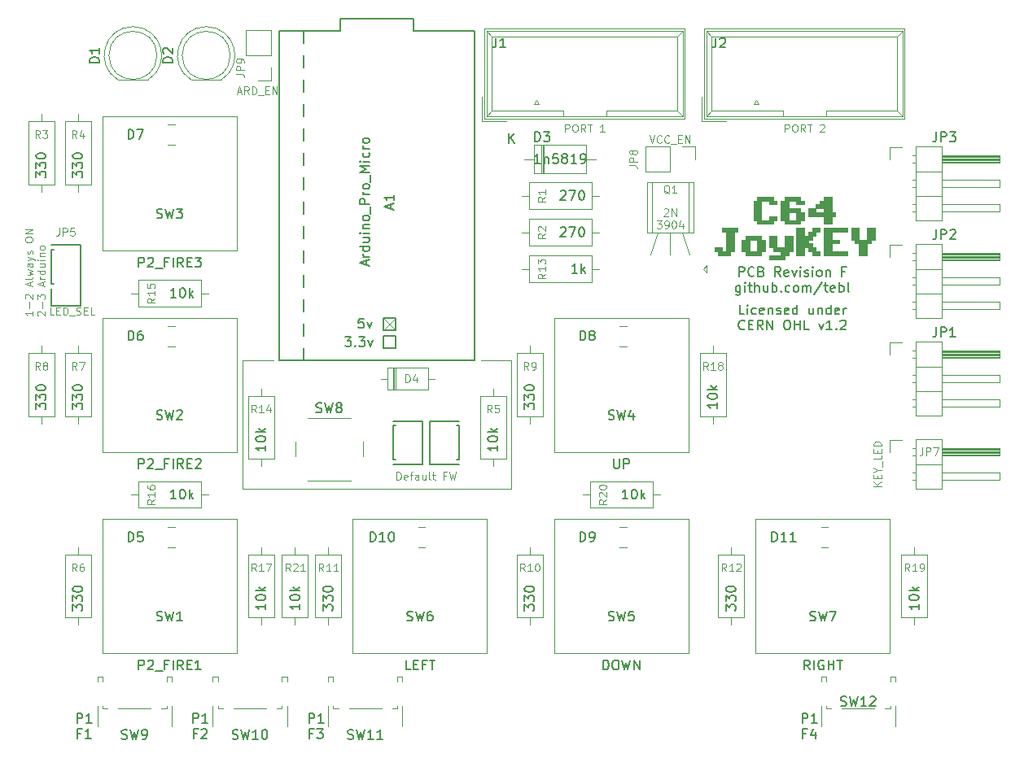
<source format=gto>
G04 #@! TF.GenerationSoftware,KiCad,Pcbnew,8.0.4*
G04 #@! TF.CreationDate,2024-10-17T01:26:52+02:00*
G04 #@! TF.ProjectId,C64 Joykey,43363420-4a6f-4796-9b65-792e6b696361,rev?*
G04 #@! TF.SameCoordinates,Original*
G04 #@! TF.FileFunction,Legend,Top*
G04 #@! TF.FilePolarity,Positive*
%FSLAX46Y46*%
G04 Gerber Fmt 4.6, Leading zero omitted, Abs format (unit mm)*
G04 Created by KiCad (PCBNEW 8.0.4) date 2024-10-17 01:26:52*
%MOMM*%
%LPD*%
G01*
G04 APERTURE LIST*
%ADD10C,0.120000*%
%ADD11C,0.150000*%
%ADD12C,0.100000*%
%ADD13C,0.010000*%
G04 APERTURE END LIST*
D10*
X192405000Y-130810000D02*
X164465000Y-130810000D01*
X192405000Y-117475000D02*
X192405000Y-130810000D01*
X167640000Y-117475000D02*
X164465000Y-117475000D01*
X180340000Y-113030000D02*
X179070000Y-114300000D01*
X164465000Y-117475000D02*
X164465000Y-130810000D01*
X179070000Y-114300000D02*
X179070000Y-113030000D01*
X189230000Y-117475000D02*
X192405000Y-117475000D01*
X179070000Y-113030000D02*
X180340000Y-114300000D01*
D11*
X216614999Y-112679847D02*
X216138809Y-112679847D01*
X216138809Y-112679847D02*
X216138809Y-111679847D01*
X216948333Y-112679847D02*
X216948333Y-112013180D01*
X216948333Y-111679847D02*
X216900714Y-111727466D01*
X216900714Y-111727466D02*
X216948333Y-111775085D01*
X216948333Y-111775085D02*
X216995952Y-111727466D01*
X216995952Y-111727466D02*
X216948333Y-111679847D01*
X216948333Y-111679847D02*
X216948333Y-111775085D01*
X217853094Y-112632228D02*
X217757856Y-112679847D01*
X217757856Y-112679847D02*
X217567380Y-112679847D01*
X217567380Y-112679847D02*
X217472142Y-112632228D01*
X217472142Y-112632228D02*
X217424523Y-112584608D01*
X217424523Y-112584608D02*
X217376904Y-112489370D01*
X217376904Y-112489370D02*
X217376904Y-112203656D01*
X217376904Y-112203656D02*
X217424523Y-112108418D01*
X217424523Y-112108418D02*
X217472142Y-112060799D01*
X217472142Y-112060799D02*
X217567380Y-112013180D01*
X217567380Y-112013180D02*
X217757856Y-112013180D01*
X217757856Y-112013180D02*
X217853094Y-112060799D01*
X218662618Y-112632228D02*
X218567380Y-112679847D01*
X218567380Y-112679847D02*
X218376904Y-112679847D01*
X218376904Y-112679847D02*
X218281666Y-112632228D01*
X218281666Y-112632228D02*
X218234047Y-112536989D01*
X218234047Y-112536989D02*
X218234047Y-112156037D01*
X218234047Y-112156037D02*
X218281666Y-112060799D01*
X218281666Y-112060799D02*
X218376904Y-112013180D01*
X218376904Y-112013180D02*
X218567380Y-112013180D01*
X218567380Y-112013180D02*
X218662618Y-112060799D01*
X218662618Y-112060799D02*
X218710237Y-112156037D01*
X218710237Y-112156037D02*
X218710237Y-112251275D01*
X218710237Y-112251275D02*
X218234047Y-112346513D01*
X219138809Y-112013180D02*
X219138809Y-112679847D01*
X219138809Y-112108418D02*
X219186428Y-112060799D01*
X219186428Y-112060799D02*
X219281666Y-112013180D01*
X219281666Y-112013180D02*
X219424523Y-112013180D01*
X219424523Y-112013180D02*
X219519761Y-112060799D01*
X219519761Y-112060799D02*
X219567380Y-112156037D01*
X219567380Y-112156037D02*
X219567380Y-112679847D01*
X219995952Y-112632228D02*
X220091190Y-112679847D01*
X220091190Y-112679847D02*
X220281666Y-112679847D01*
X220281666Y-112679847D02*
X220376904Y-112632228D01*
X220376904Y-112632228D02*
X220424523Y-112536989D01*
X220424523Y-112536989D02*
X220424523Y-112489370D01*
X220424523Y-112489370D02*
X220376904Y-112394132D01*
X220376904Y-112394132D02*
X220281666Y-112346513D01*
X220281666Y-112346513D02*
X220138809Y-112346513D01*
X220138809Y-112346513D02*
X220043571Y-112298894D01*
X220043571Y-112298894D02*
X219995952Y-112203656D01*
X219995952Y-112203656D02*
X219995952Y-112156037D01*
X219995952Y-112156037D02*
X220043571Y-112060799D01*
X220043571Y-112060799D02*
X220138809Y-112013180D01*
X220138809Y-112013180D02*
X220281666Y-112013180D01*
X220281666Y-112013180D02*
X220376904Y-112060799D01*
X221234047Y-112632228D02*
X221138809Y-112679847D01*
X221138809Y-112679847D02*
X220948333Y-112679847D01*
X220948333Y-112679847D02*
X220853095Y-112632228D01*
X220853095Y-112632228D02*
X220805476Y-112536989D01*
X220805476Y-112536989D02*
X220805476Y-112156037D01*
X220805476Y-112156037D02*
X220853095Y-112060799D01*
X220853095Y-112060799D02*
X220948333Y-112013180D01*
X220948333Y-112013180D02*
X221138809Y-112013180D01*
X221138809Y-112013180D02*
X221234047Y-112060799D01*
X221234047Y-112060799D02*
X221281666Y-112156037D01*
X221281666Y-112156037D02*
X221281666Y-112251275D01*
X221281666Y-112251275D02*
X220805476Y-112346513D01*
X222138809Y-112679847D02*
X222138809Y-111679847D01*
X222138809Y-112632228D02*
X222043571Y-112679847D01*
X222043571Y-112679847D02*
X221853095Y-112679847D01*
X221853095Y-112679847D02*
X221757857Y-112632228D01*
X221757857Y-112632228D02*
X221710238Y-112584608D01*
X221710238Y-112584608D02*
X221662619Y-112489370D01*
X221662619Y-112489370D02*
X221662619Y-112203656D01*
X221662619Y-112203656D02*
X221710238Y-112108418D01*
X221710238Y-112108418D02*
X221757857Y-112060799D01*
X221757857Y-112060799D02*
X221853095Y-112013180D01*
X221853095Y-112013180D02*
X222043571Y-112013180D01*
X222043571Y-112013180D02*
X222138809Y-112060799D01*
X223805476Y-112013180D02*
X223805476Y-112679847D01*
X223376905Y-112013180D02*
X223376905Y-112536989D01*
X223376905Y-112536989D02*
X223424524Y-112632228D01*
X223424524Y-112632228D02*
X223519762Y-112679847D01*
X223519762Y-112679847D02*
X223662619Y-112679847D01*
X223662619Y-112679847D02*
X223757857Y-112632228D01*
X223757857Y-112632228D02*
X223805476Y-112584608D01*
X224281667Y-112013180D02*
X224281667Y-112679847D01*
X224281667Y-112108418D02*
X224329286Y-112060799D01*
X224329286Y-112060799D02*
X224424524Y-112013180D01*
X224424524Y-112013180D02*
X224567381Y-112013180D01*
X224567381Y-112013180D02*
X224662619Y-112060799D01*
X224662619Y-112060799D02*
X224710238Y-112156037D01*
X224710238Y-112156037D02*
X224710238Y-112679847D01*
X225615000Y-112679847D02*
X225615000Y-111679847D01*
X225615000Y-112632228D02*
X225519762Y-112679847D01*
X225519762Y-112679847D02*
X225329286Y-112679847D01*
X225329286Y-112679847D02*
X225234048Y-112632228D01*
X225234048Y-112632228D02*
X225186429Y-112584608D01*
X225186429Y-112584608D02*
X225138810Y-112489370D01*
X225138810Y-112489370D02*
X225138810Y-112203656D01*
X225138810Y-112203656D02*
X225186429Y-112108418D01*
X225186429Y-112108418D02*
X225234048Y-112060799D01*
X225234048Y-112060799D02*
X225329286Y-112013180D01*
X225329286Y-112013180D02*
X225519762Y-112013180D01*
X225519762Y-112013180D02*
X225615000Y-112060799D01*
X226472143Y-112632228D02*
X226376905Y-112679847D01*
X226376905Y-112679847D02*
X226186429Y-112679847D01*
X226186429Y-112679847D02*
X226091191Y-112632228D01*
X226091191Y-112632228D02*
X226043572Y-112536989D01*
X226043572Y-112536989D02*
X226043572Y-112156037D01*
X226043572Y-112156037D02*
X226091191Y-112060799D01*
X226091191Y-112060799D02*
X226186429Y-112013180D01*
X226186429Y-112013180D02*
X226376905Y-112013180D01*
X226376905Y-112013180D02*
X226472143Y-112060799D01*
X226472143Y-112060799D02*
X226519762Y-112156037D01*
X226519762Y-112156037D02*
X226519762Y-112251275D01*
X226519762Y-112251275D02*
X226043572Y-112346513D01*
X226948334Y-112679847D02*
X226948334Y-112013180D01*
X226948334Y-112203656D02*
X226995953Y-112108418D01*
X226995953Y-112108418D02*
X227043572Y-112060799D01*
X227043572Y-112060799D02*
X227138810Y-112013180D01*
X227138810Y-112013180D02*
X227234048Y-112013180D01*
X216662618Y-114194552D02*
X216614999Y-114242172D01*
X216614999Y-114242172D02*
X216472142Y-114289791D01*
X216472142Y-114289791D02*
X216376904Y-114289791D01*
X216376904Y-114289791D02*
X216234047Y-114242172D01*
X216234047Y-114242172D02*
X216138809Y-114146933D01*
X216138809Y-114146933D02*
X216091190Y-114051695D01*
X216091190Y-114051695D02*
X216043571Y-113861219D01*
X216043571Y-113861219D02*
X216043571Y-113718362D01*
X216043571Y-113718362D02*
X216091190Y-113527886D01*
X216091190Y-113527886D02*
X216138809Y-113432648D01*
X216138809Y-113432648D02*
X216234047Y-113337410D01*
X216234047Y-113337410D02*
X216376904Y-113289791D01*
X216376904Y-113289791D02*
X216472142Y-113289791D01*
X216472142Y-113289791D02*
X216614999Y-113337410D01*
X216614999Y-113337410D02*
X216662618Y-113385029D01*
X217091190Y-113765981D02*
X217424523Y-113765981D01*
X217567380Y-114289791D02*
X217091190Y-114289791D01*
X217091190Y-114289791D02*
X217091190Y-113289791D01*
X217091190Y-113289791D02*
X217567380Y-113289791D01*
X218567380Y-114289791D02*
X218234047Y-113813600D01*
X217995952Y-114289791D02*
X217995952Y-113289791D01*
X217995952Y-113289791D02*
X218376904Y-113289791D01*
X218376904Y-113289791D02*
X218472142Y-113337410D01*
X218472142Y-113337410D02*
X218519761Y-113385029D01*
X218519761Y-113385029D02*
X218567380Y-113480267D01*
X218567380Y-113480267D02*
X218567380Y-113623124D01*
X218567380Y-113623124D02*
X218519761Y-113718362D01*
X218519761Y-113718362D02*
X218472142Y-113765981D01*
X218472142Y-113765981D02*
X218376904Y-113813600D01*
X218376904Y-113813600D02*
X217995952Y-113813600D01*
X218995952Y-114289791D02*
X218995952Y-113289791D01*
X218995952Y-113289791D02*
X219567380Y-114289791D01*
X219567380Y-114289791D02*
X219567380Y-113289791D01*
X220995952Y-113289791D02*
X221186428Y-113289791D01*
X221186428Y-113289791D02*
X221281666Y-113337410D01*
X221281666Y-113337410D02*
X221376904Y-113432648D01*
X221376904Y-113432648D02*
X221424523Y-113623124D01*
X221424523Y-113623124D02*
X221424523Y-113956457D01*
X221424523Y-113956457D02*
X221376904Y-114146933D01*
X221376904Y-114146933D02*
X221281666Y-114242172D01*
X221281666Y-114242172D02*
X221186428Y-114289791D01*
X221186428Y-114289791D02*
X220995952Y-114289791D01*
X220995952Y-114289791D02*
X220900714Y-114242172D01*
X220900714Y-114242172D02*
X220805476Y-114146933D01*
X220805476Y-114146933D02*
X220757857Y-113956457D01*
X220757857Y-113956457D02*
X220757857Y-113623124D01*
X220757857Y-113623124D02*
X220805476Y-113432648D01*
X220805476Y-113432648D02*
X220900714Y-113337410D01*
X220900714Y-113337410D02*
X220995952Y-113289791D01*
X221853095Y-114289791D02*
X221853095Y-113289791D01*
X221853095Y-113765981D02*
X222424523Y-113765981D01*
X222424523Y-114289791D02*
X222424523Y-113289791D01*
X223376904Y-114289791D02*
X222900714Y-114289791D01*
X222900714Y-114289791D02*
X222900714Y-113289791D01*
X224376905Y-113623124D02*
X224615000Y-114289791D01*
X224615000Y-114289791D02*
X224853095Y-113623124D01*
X225757857Y-114289791D02*
X225186429Y-114289791D01*
X225472143Y-114289791D02*
X225472143Y-113289791D01*
X225472143Y-113289791D02*
X225376905Y-113432648D01*
X225376905Y-113432648D02*
X225281667Y-113527886D01*
X225281667Y-113527886D02*
X225186429Y-113575505D01*
X226186429Y-114194552D02*
X226234048Y-114242172D01*
X226234048Y-114242172D02*
X226186429Y-114289791D01*
X226186429Y-114289791D02*
X226138810Y-114242172D01*
X226138810Y-114242172D02*
X226186429Y-114194552D01*
X226186429Y-114194552D02*
X226186429Y-114289791D01*
X226615000Y-113385029D02*
X226662619Y-113337410D01*
X226662619Y-113337410D02*
X226757857Y-113289791D01*
X226757857Y-113289791D02*
X226995952Y-113289791D01*
X226995952Y-113289791D02*
X227091190Y-113337410D01*
X227091190Y-113337410D02*
X227138809Y-113385029D01*
X227138809Y-113385029D02*
X227186428Y-113480267D01*
X227186428Y-113480267D02*
X227186428Y-113575505D01*
X227186428Y-113575505D02*
X227138809Y-113718362D01*
X227138809Y-113718362D02*
X226567381Y-114289791D01*
X226567381Y-114289791D02*
X227186428Y-114289791D01*
D12*
X198005952Y-93709895D02*
X198005952Y-92909895D01*
X198005952Y-92909895D02*
X198310714Y-92909895D01*
X198310714Y-92909895D02*
X198386904Y-92947990D01*
X198386904Y-92947990D02*
X198424999Y-92986085D01*
X198424999Y-92986085D02*
X198463095Y-93062276D01*
X198463095Y-93062276D02*
X198463095Y-93176561D01*
X198463095Y-93176561D02*
X198424999Y-93252752D01*
X198424999Y-93252752D02*
X198386904Y-93290847D01*
X198386904Y-93290847D02*
X198310714Y-93328942D01*
X198310714Y-93328942D02*
X198005952Y-93328942D01*
X198958333Y-92909895D02*
X199110714Y-92909895D01*
X199110714Y-92909895D02*
X199186904Y-92947990D01*
X199186904Y-92947990D02*
X199263095Y-93024180D01*
X199263095Y-93024180D02*
X199301190Y-93176561D01*
X199301190Y-93176561D02*
X199301190Y-93443228D01*
X199301190Y-93443228D02*
X199263095Y-93595609D01*
X199263095Y-93595609D02*
X199186904Y-93671800D01*
X199186904Y-93671800D02*
X199110714Y-93709895D01*
X199110714Y-93709895D02*
X198958333Y-93709895D01*
X198958333Y-93709895D02*
X198882142Y-93671800D01*
X198882142Y-93671800D02*
X198805952Y-93595609D01*
X198805952Y-93595609D02*
X198767856Y-93443228D01*
X198767856Y-93443228D02*
X198767856Y-93176561D01*
X198767856Y-93176561D02*
X198805952Y-93024180D01*
X198805952Y-93024180D02*
X198882142Y-92947990D01*
X198882142Y-92947990D02*
X198958333Y-92909895D01*
X200101190Y-93709895D02*
X199834523Y-93328942D01*
X199644047Y-93709895D02*
X199644047Y-92909895D01*
X199644047Y-92909895D02*
X199948809Y-92909895D01*
X199948809Y-92909895D02*
X200024999Y-92947990D01*
X200024999Y-92947990D02*
X200063094Y-92986085D01*
X200063094Y-92986085D02*
X200101190Y-93062276D01*
X200101190Y-93062276D02*
X200101190Y-93176561D01*
X200101190Y-93176561D02*
X200063094Y-93252752D01*
X200063094Y-93252752D02*
X200024999Y-93290847D01*
X200024999Y-93290847D02*
X199948809Y-93328942D01*
X199948809Y-93328942D02*
X199644047Y-93328942D01*
X200329761Y-92909895D02*
X200786904Y-92909895D01*
X200558332Y-93709895D02*
X200558332Y-92909895D01*
X202082142Y-93709895D02*
X201624999Y-93709895D01*
X201853571Y-93709895D02*
X201853571Y-92909895D01*
X201853571Y-92909895D02*
X201777380Y-93024180D01*
X201777380Y-93024180D02*
X201701190Y-93100371D01*
X201701190Y-93100371D02*
X201624999Y-93138466D01*
X220865952Y-93709895D02*
X220865952Y-92909895D01*
X220865952Y-92909895D02*
X221170714Y-92909895D01*
X221170714Y-92909895D02*
X221246904Y-92947990D01*
X221246904Y-92947990D02*
X221284999Y-92986085D01*
X221284999Y-92986085D02*
X221323095Y-93062276D01*
X221323095Y-93062276D02*
X221323095Y-93176561D01*
X221323095Y-93176561D02*
X221284999Y-93252752D01*
X221284999Y-93252752D02*
X221246904Y-93290847D01*
X221246904Y-93290847D02*
X221170714Y-93328942D01*
X221170714Y-93328942D02*
X220865952Y-93328942D01*
X221818333Y-92909895D02*
X221970714Y-92909895D01*
X221970714Y-92909895D02*
X222046904Y-92947990D01*
X222046904Y-92947990D02*
X222123095Y-93024180D01*
X222123095Y-93024180D02*
X222161190Y-93176561D01*
X222161190Y-93176561D02*
X222161190Y-93443228D01*
X222161190Y-93443228D02*
X222123095Y-93595609D01*
X222123095Y-93595609D02*
X222046904Y-93671800D01*
X222046904Y-93671800D02*
X221970714Y-93709895D01*
X221970714Y-93709895D02*
X221818333Y-93709895D01*
X221818333Y-93709895D02*
X221742142Y-93671800D01*
X221742142Y-93671800D02*
X221665952Y-93595609D01*
X221665952Y-93595609D02*
X221627856Y-93443228D01*
X221627856Y-93443228D02*
X221627856Y-93176561D01*
X221627856Y-93176561D02*
X221665952Y-93024180D01*
X221665952Y-93024180D02*
X221742142Y-92947990D01*
X221742142Y-92947990D02*
X221818333Y-92909895D01*
X222961190Y-93709895D02*
X222694523Y-93328942D01*
X222504047Y-93709895D02*
X222504047Y-92909895D01*
X222504047Y-92909895D02*
X222808809Y-92909895D01*
X222808809Y-92909895D02*
X222884999Y-92947990D01*
X222884999Y-92947990D02*
X222923094Y-92986085D01*
X222923094Y-92986085D02*
X222961190Y-93062276D01*
X222961190Y-93062276D02*
X222961190Y-93176561D01*
X222961190Y-93176561D02*
X222923094Y-93252752D01*
X222923094Y-93252752D02*
X222884999Y-93290847D01*
X222884999Y-93290847D02*
X222808809Y-93328942D01*
X222808809Y-93328942D02*
X222504047Y-93328942D01*
X223189761Y-92909895D02*
X223646904Y-92909895D01*
X223418332Y-93709895D02*
X223418332Y-92909895D01*
X224484999Y-92986085D02*
X224523095Y-92947990D01*
X224523095Y-92947990D02*
X224599285Y-92909895D01*
X224599285Y-92909895D02*
X224789761Y-92909895D01*
X224789761Y-92909895D02*
X224865952Y-92947990D01*
X224865952Y-92947990D02*
X224904047Y-92986085D01*
X224904047Y-92986085D02*
X224942142Y-93062276D01*
X224942142Y-93062276D02*
X224942142Y-93138466D01*
X224942142Y-93138466D02*
X224904047Y-93252752D01*
X224904047Y-93252752D02*
X224446904Y-93709895D01*
X224446904Y-93709895D02*
X224942142Y-93709895D01*
X180467380Y-129904895D02*
X180467380Y-129104895D01*
X180467380Y-129104895D02*
X180657856Y-129104895D01*
X180657856Y-129104895D02*
X180772142Y-129142990D01*
X180772142Y-129142990D02*
X180848332Y-129219180D01*
X180848332Y-129219180D02*
X180886427Y-129295371D01*
X180886427Y-129295371D02*
X180924523Y-129447752D01*
X180924523Y-129447752D02*
X180924523Y-129562038D01*
X180924523Y-129562038D02*
X180886427Y-129714419D01*
X180886427Y-129714419D02*
X180848332Y-129790609D01*
X180848332Y-129790609D02*
X180772142Y-129866800D01*
X180772142Y-129866800D02*
X180657856Y-129904895D01*
X180657856Y-129904895D02*
X180467380Y-129904895D01*
X181572142Y-129866800D02*
X181495951Y-129904895D01*
X181495951Y-129904895D02*
X181343570Y-129904895D01*
X181343570Y-129904895D02*
X181267380Y-129866800D01*
X181267380Y-129866800D02*
X181229284Y-129790609D01*
X181229284Y-129790609D02*
X181229284Y-129485847D01*
X181229284Y-129485847D02*
X181267380Y-129409657D01*
X181267380Y-129409657D02*
X181343570Y-129371561D01*
X181343570Y-129371561D02*
X181495951Y-129371561D01*
X181495951Y-129371561D02*
X181572142Y-129409657D01*
X181572142Y-129409657D02*
X181610237Y-129485847D01*
X181610237Y-129485847D02*
X181610237Y-129562038D01*
X181610237Y-129562038D02*
X181229284Y-129638228D01*
X181838808Y-129371561D02*
X182143570Y-129371561D01*
X181953094Y-129904895D02*
X181953094Y-129219180D01*
X181953094Y-129219180D02*
X181991189Y-129142990D01*
X181991189Y-129142990D02*
X182067379Y-129104895D01*
X182067379Y-129104895D02*
X182143570Y-129104895D01*
X182753094Y-129904895D02*
X182753094Y-129485847D01*
X182753094Y-129485847D02*
X182714999Y-129409657D01*
X182714999Y-129409657D02*
X182638808Y-129371561D01*
X182638808Y-129371561D02*
X182486427Y-129371561D01*
X182486427Y-129371561D02*
X182410237Y-129409657D01*
X182753094Y-129866800D02*
X182676903Y-129904895D01*
X182676903Y-129904895D02*
X182486427Y-129904895D01*
X182486427Y-129904895D02*
X182410237Y-129866800D01*
X182410237Y-129866800D02*
X182372141Y-129790609D01*
X182372141Y-129790609D02*
X182372141Y-129714419D01*
X182372141Y-129714419D02*
X182410237Y-129638228D01*
X182410237Y-129638228D02*
X182486427Y-129600133D01*
X182486427Y-129600133D02*
X182676903Y-129600133D01*
X182676903Y-129600133D02*
X182753094Y-129562038D01*
X183476904Y-129371561D02*
X183476904Y-129904895D01*
X183134047Y-129371561D02*
X183134047Y-129790609D01*
X183134047Y-129790609D02*
X183172142Y-129866800D01*
X183172142Y-129866800D02*
X183248332Y-129904895D01*
X183248332Y-129904895D02*
X183362618Y-129904895D01*
X183362618Y-129904895D02*
X183438809Y-129866800D01*
X183438809Y-129866800D02*
X183476904Y-129828704D01*
X183972142Y-129904895D02*
X183895952Y-129866800D01*
X183895952Y-129866800D02*
X183857857Y-129790609D01*
X183857857Y-129790609D02*
X183857857Y-129104895D01*
X184162619Y-129371561D02*
X184467381Y-129371561D01*
X184276905Y-129104895D02*
X184276905Y-129790609D01*
X184276905Y-129790609D02*
X184315000Y-129866800D01*
X184315000Y-129866800D02*
X184391190Y-129904895D01*
X184391190Y-129904895D02*
X184467381Y-129904895D01*
X185610238Y-129485847D02*
X185343572Y-129485847D01*
X185343572Y-129904895D02*
X185343572Y-129104895D01*
X185343572Y-129104895D02*
X185724524Y-129104895D01*
X185953095Y-129104895D02*
X186143571Y-129904895D01*
X186143571Y-129904895D02*
X186295952Y-129333466D01*
X186295952Y-129333466D02*
X186448333Y-129904895D01*
X186448333Y-129904895D02*
X186638810Y-129104895D01*
D11*
X171346905Y-155224847D02*
X171346905Y-154224847D01*
X171346905Y-154224847D02*
X171727857Y-154224847D01*
X171727857Y-154224847D02*
X171823095Y-154272466D01*
X171823095Y-154272466D02*
X171870714Y-154320085D01*
X171870714Y-154320085D02*
X171918333Y-154415323D01*
X171918333Y-154415323D02*
X171918333Y-154558180D01*
X171918333Y-154558180D02*
X171870714Y-154653418D01*
X171870714Y-154653418D02*
X171823095Y-154701037D01*
X171823095Y-154701037D02*
X171727857Y-154748656D01*
X171727857Y-154748656D02*
X171346905Y-154748656D01*
X172870714Y-155224847D02*
X172299286Y-155224847D01*
X172585000Y-155224847D02*
X172585000Y-154224847D01*
X172585000Y-154224847D02*
X172489762Y-154367704D01*
X172489762Y-154367704D02*
X172394524Y-154462942D01*
X172394524Y-154462942D02*
X172299286Y-154510561D01*
X171751666Y-156310981D02*
X171418333Y-156310981D01*
X171418333Y-156834791D02*
X171418333Y-155834791D01*
X171418333Y-155834791D02*
X171894523Y-155834791D01*
X172180238Y-155834791D02*
X172799285Y-155834791D01*
X172799285Y-155834791D02*
X172465952Y-156215743D01*
X172465952Y-156215743D02*
X172608809Y-156215743D01*
X172608809Y-156215743D02*
X172704047Y-156263362D01*
X172704047Y-156263362D02*
X172751666Y-156310981D01*
X172751666Y-156310981D02*
X172799285Y-156406219D01*
X172799285Y-156406219D02*
X172799285Y-156644314D01*
X172799285Y-156644314D02*
X172751666Y-156739552D01*
X172751666Y-156739552D02*
X172704047Y-156787172D01*
X172704047Y-156787172D02*
X172608809Y-156834791D01*
X172608809Y-156834791D02*
X172323095Y-156834791D01*
X172323095Y-156834791D02*
X172227857Y-156787172D01*
X172227857Y-156787172D02*
X172180238Y-156739552D01*
X216067381Y-108742847D02*
X216067381Y-107742847D01*
X216067381Y-107742847D02*
X216448333Y-107742847D01*
X216448333Y-107742847D02*
X216543571Y-107790466D01*
X216543571Y-107790466D02*
X216591190Y-107838085D01*
X216591190Y-107838085D02*
X216638809Y-107933323D01*
X216638809Y-107933323D02*
X216638809Y-108076180D01*
X216638809Y-108076180D02*
X216591190Y-108171418D01*
X216591190Y-108171418D02*
X216543571Y-108219037D01*
X216543571Y-108219037D02*
X216448333Y-108266656D01*
X216448333Y-108266656D02*
X216067381Y-108266656D01*
X217638809Y-108647608D02*
X217591190Y-108695228D01*
X217591190Y-108695228D02*
X217448333Y-108742847D01*
X217448333Y-108742847D02*
X217353095Y-108742847D01*
X217353095Y-108742847D02*
X217210238Y-108695228D01*
X217210238Y-108695228D02*
X217115000Y-108599989D01*
X217115000Y-108599989D02*
X217067381Y-108504751D01*
X217067381Y-108504751D02*
X217019762Y-108314275D01*
X217019762Y-108314275D02*
X217019762Y-108171418D01*
X217019762Y-108171418D02*
X217067381Y-107980942D01*
X217067381Y-107980942D02*
X217115000Y-107885704D01*
X217115000Y-107885704D02*
X217210238Y-107790466D01*
X217210238Y-107790466D02*
X217353095Y-107742847D01*
X217353095Y-107742847D02*
X217448333Y-107742847D01*
X217448333Y-107742847D02*
X217591190Y-107790466D01*
X217591190Y-107790466D02*
X217638809Y-107838085D01*
X218400714Y-108219037D02*
X218543571Y-108266656D01*
X218543571Y-108266656D02*
X218591190Y-108314275D01*
X218591190Y-108314275D02*
X218638809Y-108409513D01*
X218638809Y-108409513D02*
X218638809Y-108552370D01*
X218638809Y-108552370D02*
X218591190Y-108647608D01*
X218591190Y-108647608D02*
X218543571Y-108695228D01*
X218543571Y-108695228D02*
X218448333Y-108742847D01*
X218448333Y-108742847D02*
X218067381Y-108742847D01*
X218067381Y-108742847D02*
X218067381Y-107742847D01*
X218067381Y-107742847D02*
X218400714Y-107742847D01*
X218400714Y-107742847D02*
X218495952Y-107790466D01*
X218495952Y-107790466D02*
X218543571Y-107838085D01*
X218543571Y-107838085D02*
X218591190Y-107933323D01*
X218591190Y-107933323D02*
X218591190Y-108028561D01*
X218591190Y-108028561D02*
X218543571Y-108123799D01*
X218543571Y-108123799D02*
X218495952Y-108171418D01*
X218495952Y-108171418D02*
X218400714Y-108219037D01*
X218400714Y-108219037D02*
X218067381Y-108219037D01*
X220400714Y-108742847D02*
X220067381Y-108266656D01*
X219829286Y-108742847D02*
X219829286Y-107742847D01*
X219829286Y-107742847D02*
X220210238Y-107742847D01*
X220210238Y-107742847D02*
X220305476Y-107790466D01*
X220305476Y-107790466D02*
X220353095Y-107838085D01*
X220353095Y-107838085D02*
X220400714Y-107933323D01*
X220400714Y-107933323D02*
X220400714Y-108076180D01*
X220400714Y-108076180D02*
X220353095Y-108171418D01*
X220353095Y-108171418D02*
X220305476Y-108219037D01*
X220305476Y-108219037D02*
X220210238Y-108266656D01*
X220210238Y-108266656D02*
X219829286Y-108266656D01*
X221210238Y-108695228D02*
X221115000Y-108742847D01*
X221115000Y-108742847D02*
X220924524Y-108742847D01*
X220924524Y-108742847D02*
X220829286Y-108695228D01*
X220829286Y-108695228D02*
X220781667Y-108599989D01*
X220781667Y-108599989D02*
X220781667Y-108219037D01*
X220781667Y-108219037D02*
X220829286Y-108123799D01*
X220829286Y-108123799D02*
X220924524Y-108076180D01*
X220924524Y-108076180D02*
X221115000Y-108076180D01*
X221115000Y-108076180D02*
X221210238Y-108123799D01*
X221210238Y-108123799D02*
X221257857Y-108219037D01*
X221257857Y-108219037D02*
X221257857Y-108314275D01*
X221257857Y-108314275D02*
X220781667Y-108409513D01*
X221591191Y-108076180D02*
X221829286Y-108742847D01*
X221829286Y-108742847D02*
X222067381Y-108076180D01*
X222448334Y-108742847D02*
X222448334Y-108076180D01*
X222448334Y-107742847D02*
X222400715Y-107790466D01*
X222400715Y-107790466D02*
X222448334Y-107838085D01*
X222448334Y-107838085D02*
X222495953Y-107790466D01*
X222495953Y-107790466D02*
X222448334Y-107742847D01*
X222448334Y-107742847D02*
X222448334Y-107838085D01*
X222876905Y-108695228D02*
X222972143Y-108742847D01*
X222972143Y-108742847D02*
X223162619Y-108742847D01*
X223162619Y-108742847D02*
X223257857Y-108695228D01*
X223257857Y-108695228D02*
X223305476Y-108599989D01*
X223305476Y-108599989D02*
X223305476Y-108552370D01*
X223305476Y-108552370D02*
X223257857Y-108457132D01*
X223257857Y-108457132D02*
X223162619Y-108409513D01*
X223162619Y-108409513D02*
X223019762Y-108409513D01*
X223019762Y-108409513D02*
X222924524Y-108361894D01*
X222924524Y-108361894D02*
X222876905Y-108266656D01*
X222876905Y-108266656D02*
X222876905Y-108219037D01*
X222876905Y-108219037D02*
X222924524Y-108123799D01*
X222924524Y-108123799D02*
X223019762Y-108076180D01*
X223019762Y-108076180D02*
X223162619Y-108076180D01*
X223162619Y-108076180D02*
X223257857Y-108123799D01*
X223734048Y-108742847D02*
X223734048Y-108076180D01*
X223734048Y-107742847D02*
X223686429Y-107790466D01*
X223686429Y-107790466D02*
X223734048Y-107838085D01*
X223734048Y-107838085D02*
X223781667Y-107790466D01*
X223781667Y-107790466D02*
X223734048Y-107742847D01*
X223734048Y-107742847D02*
X223734048Y-107838085D01*
X224353095Y-108742847D02*
X224257857Y-108695228D01*
X224257857Y-108695228D02*
X224210238Y-108647608D01*
X224210238Y-108647608D02*
X224162619Y-108552370D01*
X224162619Y-108552370D02*
X224162619Y-108266656D01*
X224162619Y-108266656D02*
X224210238Y-108171418D01*
X224210238Y-108171418D02*
X224257857Y-108123799D01*
X224257857Y-108123799D02*
X224353095Y-108076180D01*
X224353095Y-108076180D02*
X224495952Y-108076180D01*
X224495952Y-108076180D02*
X224591190Y-108123799D01*
X224591190Y-108123799D02*
X224638809Y-108171418D01*
X224638809Y-108171418D02*
X224686428Y-108266656D01*
X224686428Y-108266656D02*
X224686428Y-108552370D01*
X224686428Y-108552370D02*
X224638809Y-108647608D01*
X224638809Y-108647608D02*
X224591190Y-108695228D01*
X224591190Y-108695228D02*
X224495952Y-108742847D01*
X224495952Y-108742847D02*
X224353095Y-108742847D01*
X225115000Y-108076180D02*
X225115000Y-108742847D01*
X225115000Y-108171418D02*
X225162619Y-108123799D01*
X225162619Y-108123799D02*
X225257857Y-108076180D01*
X225257857Y-108076180D02*
X225400714Y-108076180D01*
X225400714Y-108076180D02*
X225495952Y-108123799D01*
X225495952Y-108123799D02*
X225543571Y-108219037D01*
X225543571Y-108219037D02*
X225543571Y-108742847D01*
X227115000Y-108219037D02*
X226781667Y-108219037D01*
X226781667Y-108742847D02*
X226781667Y-107742847D01*
X226781667Y-107742847D02*
X227257857Y-107742847D01*
X216210237Y-109686124D02*
X216210237Y-110495648D01*
X216210237Y-110495648D02*
X216162618Y-110590886D01*
X216162618Y-110590886D02*
X216114999Y-110638505D01*
X216114999Y-110638505D02*
X216019761Y-110686124D01*
X216019761Y-110686124D02*
X215876904Y-110686124D01*
X215876904Y-110686124D02*
X215781666Y-110638505D01*
X216210237Y-110305172D02*
X216114999Y-110352791D01*
X216114999Y-110352791D02*
X215924523Y-110352791D01*
X215924523Y-110352791D02*
X215829285Y-110305172D01*
X215829285Y-110305172D02*
X215781666Y-110257552D01*
X215781666Y-110257552D02*
X215734047Y-110162314D01*
X215734047Y-110162314D02*
X215734047Y-109876600D01*
X215734047Y-109876600D02*
X215781666Y-109781362D01*
X215781666Y-109781362D02*
X215829285Y-109733743D01*
X215829285Y-109733743D02*
X215924523Y-109686124D01*
X215924523Y-109686124D02*
X216114999Y-109686124D01*
X216114999Y-109686124D02*
X216210237Y-109733743D01*
X216686428Y-110352791D02*
X216686428Y-109686124D01*
X216686428Y-109352791D02*
X216638809Y-109400410D01*
X216638809Y-109400410D02*
X216686428Y-109448029D01*
X216686428Y-109448029D02*
X216734047Y-109400410D01*
X216734047Y-109400410D02*
X216686428Y-109352791D01*
X216686428Y-109352791D02*
X216686428Y-109448029D01*
X217019761Y-109686124D02*
X217400713Y-109686124D01*
X217162618Y-109352791D02*
X217162618Y-110209933D01*
X217162618Y-110209933D02*
X217210237Y-110305172D01*
X217210237Y-110305172D02*
X217305475Y-110352791D01*
X217305475Y-110352791D02*
X217400713Y-110352791D01*
X217734047Y-110352791D02*
X217734047Y-109352791D01*
X218162618Y-110352791D02*
X218162618Y-109828981D01*
X218162618Y-109828981D02*
X218114999Y-109733743D01*
X218114999Y-109733743D02*
X218019761Y-109686124D01*
X218019761Y-109686124D02*
X217876904Y-109686124D01*
X217876904Y-109686124D02*
X217781666Y-109733743D01*
X217781666Y-109733743D02*
X217734047Y-109781362D01*
X219067380Y-109686124D02*
X219067380Y-110352791D01*
X218638809Y-109686124D02*
X218638809Y-110209933D01*
X218638809Y-110209933D02*
X218686428Y-110305172D01*
X218686428Y-110305172D02*
X218781666Y-110352791D01*
X218781666Y-110352791D02*
X218924523Y-110352791D01*
X218924523Y-110352791D02*
X219019761Y-110305172D01*
X219019761Y-110305172D02*
X219067380Y-110257552D01*
X219543571Y-110352791D02*
X219543571Y-109352791D01*
X219543571Y-109733743D02*
X219638809Y-109686124D01*
X219638809Y-109686124D02*
X219829285Y-109686124D01*
X219829285Y-109686124D02*
X219924523Y-109733743D01*
X219924523Y-109733743D02*
X219972142Y-109781362D01*
X219972142Y-109781362D02*
X220019761Y-109876600D01*
X220019761Y-109876600D02*
X220019761Y-110162314D01*
X220019761Y-110162314D02*
X219972142Y-110257552D01*
X219972142Y-110257552D02*
X219924523Y-110305172D01*
X219924523Y-110305172D02*
X219829285Y-110352791D01*
X219829285Y-110352791D02*
X219638809Y-110352791D01*
X219638809Y-110352791D02*
X219543571Y-110305172D01*
X220448333Y-110257552D02*
X220495952Y-110305172D01*
X220495952Y-110305172D02*
X220448333Y-110352791D01*
X220448333Y-110352791D02*
X220400714Y-110305172D01*
X220400714Y-110305172D02*
X220448333Y-110257552D01*
X220448333Y-110257552D02*
X220448333Y-110352791D01*
X221353094Y-110305172D02*
X221257856Y-110352791D01*
X221257856Y-110352791D02*
X221067380Y-110352791D01*
X221067380Y-110352791D02*
X220972142Y-110305172D01*
X220972142Y-110305172D02*
X220924523Y-110257552D01*
X220924523Y-110257552D02*
X220876904Y-110162314D01*
X220876904Y-110162314D02*
X220876904Y-109876600D01*
X220876904Y-109876600D02*
X220924523Y-109781362D01*
X220924523Y-109781362D02*
X220972142Y-109733743D01*
X220972142Y-109733743D02*
X221067380Y-109686124D01*
X221067380Y-109686124D02*
X221257856Y-109686124D01*
X221257856Y-109686124D02*
X221353094Y-109733743D01*
X221924523Y-110352791D02*
X221829285Y-110305172D01*
X221829285Y-110305172D02*
X221781666Y-110257552D01*
X221781666Y-110257552D02*
X221734047Y-110162314D01*
X221734047Y-110162314D02*
X221734047Y-109876600D01*
X221734047Y-109876600D02*
X221781666Y-109781362D01*
X221781666Y-109781362D02*
X221829285Y-109733743D01*
X221829285Y-109733743D02*
X221924523Y-109686124D01*
X221924523Y-109686124D02*
X222067380Y-109686124D01*
X222067380Y-109686124D02*
X222162618Y-109733743D01*
X222162618Y-109733743D02*
X222210237Y-109781362D01*
X222210237Y-109781362D02*
X222257856Y-109876600D01*
X222257856Y-109876600D02*
X222257856Y-110162314D01*
X222257856Y-110162314D02*
X222210237Y-110257552D01*
X222210237Y-110257552D02*
X222162618Y-110305172D01*
X222162618Y-110305172D02*
X222067380Y-110352791D01*
X222067380Y-110352791D02*
X221924523Y-110352791D01*
X222686428Y-110352791D02*
X222686428Y-109686124D01*
X222686428Y-109781362D02*
X222734047Y-109733743D01*
X222734047Y-109733743D02*
X222829285Y-109686124D01*
X222829285Y-109686124D02*
X222972142Y-109686124D01*
X222972142Y-109686124D02*
X223067380Y-109733743D01*
X223067380Y-109733743D02*
X223114999Y-109828981D01*
X223114999Y-109828981D02*
X223114999Y-110352791D01*
X223114999Y-109828981D02*
X223162618Y-109733743D01*
X223162618Y-109733743D02*
X223257856Y-109686124D01*
X223257856Y-109686124D02*
X223400713Y-109686124D01*
X223400713Y-109686124D02*
X223495952Y-109733743D01*
X223495952Y-109733743D02*
X223543571Y-109828981D01*
X223543571Y-109828981D02*
X223543571Y-110352791D01*
X224734046Y-109305172D02*
X223876904Y-110590886D01*
X224924523Y-109686124D02*
X225305475Y-109686124D01*
X225067380Y-109352791D02*
X225067380Y-110209933D01*
X225067380Y-110209933D02*
X225114999Y-110305172D01*
X225114999Y-110305172D02*
X225210237Y-110352791D01*
X225210237Y-110352791D02*
X225305475Y-110352791D01*
X226019761Y-110305172D02*
X225924523Y-110352791D01*
X225924523Y-110352791D02*
X225734047Y-110352791D01*
X225734047Y-110352791D02*
X225638809Y-110305172D01*
X225638809Y-110305172D02*
X225591190Y-110209933D01*
X225591190Y-110209933D02*
X225591190Y-109828981D01*
X225591190Y-109828981D02*
X225638809Y-109733743D01*
X225638809Y-109733743D02*
X225734047Y-109686124D01*
X225734047Y-109686124D02*
X225924523Y-109686124D01*
X225924523Y-109686124D02*
X226019761Y-109733743D01*
X226019761Y-109733743D02*
X226067380Y-109828981D01*
X226067380Y-109828981D02*
X226067380Y-109924219D01*
X226067380Y-109924219D02*
X225591190Y-110019457D01*
X226495952Y-110352791D02*
X226495952Y-109352791D01*
X226495952Y-109733743D02*
X226591190Y-109686124D01*
X226591190Y-109686124D02*
X226781666Y-109686124D01*
X226781666Y-109686124D02*
X226876904Y-109733743D01*
X226876904Y-109733743D02*
X226924523Y-109781362D01*
X226924523Y-109781362D02*
X226972142Y-109876600D01*
X226972142Y-109876600D02*
X226972142Y-110162314D01*
X226972142Y-110162314D02*
X226924523Y-110257552D01*
X226924523Y-110257552D02*
X226876904Y-110305172D01*
X226876904Y-110305172D02*
X226781666Y-110352791D01*
X226781666Y-110352791D02*
X226591190Y-110352791D01*
X226591190Y-110352791D02*
X226495952Y-110305172D01*
X227543571Y-110352791D02*
X227448333Y-110305172D01*
X227448333Y-110305172D02*
X227400714Y-110209933D01*
X227400714Y-110209933D02*
X227400714Y-109352791D01*
X222654905Y-155224847D02*
X222654905Y-154224847D01*
X222654905Y-154224847D02*
X223035857Y-154224847D01*
X223035857Y-154224847D02*
X223131095Y-154272466D01*
X223131095Y-154272466D02*
X223178714Y-154320085D01*
X223178714Y-154320085D02*
X223226333Y-154415323D01*
X223226333Y-154415323D02*
X223226333Y-154558180D01*
X223226333Y-154558180D02*
X223178714Y-154653418D01*
X223178714Y-154653418D02*
X223131095Y-154701037D01*
X223131095Y-154701037D02*
X223035857Y-154748656D01*
X223035857Y-154748656D02*
X222654905Y-154748656D01*
X224178714Y-155224847D02*
X223607286Y-155224847D01*
X223893000Y-155224847D02*
X223893000Y-154224847D01*
X223893000Y-154224847D02*
X223797762Y-154367704D01*
X223797762Y-154367704D02*
X223702524Y-154462942D01*
X223702524Y-154462942D02*
X223607286Y-154510561D01*
X223059666Y-156310981D02*
X222726333Y-156310981D01*
X222726333Y-156834791D02*
X222726333Y-155834791D01*
X222726333Y-155834791D02*
X223202523Y-155834791D01*
X224012047Y-156168124D02*
X224012047Y-156834791D01*
X223773952Y-155787172D02*
X223535857Y-156501457D01*
X223535857Y-156501457D02*
X224154904Y-156501457D01*
D12*
X142595918Y-112354687D02*
X142595918Y-112811830D01*
X142595918Y-112583258D02*
X141795918Y-112583258D01*
X141795918Y-112583258D02*
X141910203Y-112659449D01*
X141910203Y-112659449D02*
X141986394Y-112735639D01*
X141986394Y-112735639D02*
X142024489Y-112811830D01*
X142291156Y-112011829D02*
X142291156Y-111402306D01*
X141872108Y-111059449D02*
X141834013Y-111021353D01*
X141834013Y-111021353D02*
X141795918Y-110945163D01*
X141795918Y-110945163D02*
X141795918Y-110754687D01*
X141795918Y-110754687D02*
X141834013Y-110678496D01*
X141834013Y-110678496D02*
X141872108Y-110640401D01*
X141872108Y-110640401D02*
X141948299Y-110602306D01*
X141948299Y-110602306D02*
X142024489Y-110602306D01*
X142024489Y-110602306D02*
X142138775Y-110640401D01*
X142138775Y-110640401D02*
X142595918Y-111097544D01*
X142595918Y-111097544D02*
X142595918Y-110602306D01*
X142367346Y-109688020D02*
X142367346Y-109307067D01*
X142595918Y-109764210D02*
X141795918Y-109497543D01*
X141795918Y-109497543D02*
X142595918Y-109230877D01*
X142595918Y-108849925D02*
X142557823Y-108926115D01*
X142557823Y-108926115D02*
X142481632Y-108964210D01*
X142481632Y-108964210D02*
X141795918Y-108964210D01*
X142062584Y-108621353D02*
X142595918Y-108468972D01*
X142595918Y-108468972D02*
X142214965Y-108316591D01*
X142214965Y-108316591D02*
X142595918Y-108164210D01*
X142595918Y-108164210D02*
X142062584Y-108011829D01*
X142595918Y-107364210D02*
X142176870Y-107364210D01*
X142176870Y-107364210D02*
X142100680Y-107402305D01*
X142100680Y-107402305D02*
X142062584Y-107478496D01*
X142062584Y-107478496D02*
X142062584Y-107630877D01*
X142062584Y-107630877D02*
X142100680Y-107707067D01*
X142557823Y-107364210D02*
X142595918Y-107440401D01*
X142595918Y-107440401D02*
X142595918Y-107630877D01*
X142595918Y-107630877D02*
X142557823Y-107707067D01*
X142557823Y-107707067D02*
X142481632Y-107745163D01*
X142481632Y-107745163D02*
X142405442Y-107745163D01*
X142405442Y-107745163D02*
X142329251Y-107707067D01*
X142329251Y-107707067D02*
X142291156Y-107630877D01*
X142291156Y-107630877D02*
X142291156Y-107440401D01*
X142291156Y-107440401D02*
X142253061Y-107364210D01*
X142062584Y-107059448D02*
X142595918Y-106868972D01*
X142062584Y-106678495D02*
X142595918Y-106868972D01*
X142595918Y-106868972D02*
X142786394Y-106945162D01*
X142786394Y-106945162D02*
X142824489Y-106983257D01*
X142824489Y-106983257D02*
X142862584Y-107059448D01*
X142557823Y-106411829D02*
X142595918Y-106335638D01*
X142595918Y-106335638D02*
X142595918Y-106183257D01*
X142595918Y-106183257D02*
X142557823Y-106107067D01*
X142557823Y-106107067D02*
X142481632Y-106068971D01*
X142481632Y-106068971D02*
X142443537Y-106068971D01*
X142443537Y-106068971D02*
X142367346Y-106107067D01*
X142367346Y-106107067D02*
X142329251Y-106183257D01*
X142329251Y-106183257D02*
X142329251Y-106297543D01*
X142329251Y-106297543D02*
X142291156Y-106373733D01*
X142291156Y-106373733D02*
X142214965Y-106411829D01*
X142214965Y-106411829D02*
X142176870Y-106411829D01*
X142176870Y-106411829D02*
X142100680Y-106373733D01*
X142100680Y-106373733D02*
X142062584Y-106297543D01*
X142062584Y-106297543D02*
X142062584Y-106183257D01*
X142062584Y-106183257D02*
X142100680Y-106107067D01*
X141795918Y-104964209D02*
X141795918Y-104811828D01*
X141795918Y-104811828D02*
X141834013Y-104735638D01*
X141834013Y-104735638D02*
X141910203Y-104659447D01*
X141910203Y-104659447D02*
X142062584Y-104621352D01*
X142062584Y-104621352D02*
X142329251Y-104621352D01*
X142329251Y-104621352D02*
X142481632Y-104659447D01*
X142481632Y-104659447D02*
X142557823Y-104735638D01*
X142557823Y-104735638D02*
X142595918Y-104811828D01*
X142595918Y-104811828D02*
X142595918Y-104964209D01*
X142595918Y-104964209D02*
X142557823Y-105040400D01*
X142557823Y-105040400D02*
X142481632Y-105116590D01*
X142481632Y-105116590D02*
X142329251Y-105154686D01*
X142329251Y-105154686D02*
X142062584Y-105154686D01*
X142062584Y-105154686D02*
X141910203Y-105116590D01*
X141910203Y-105116590D02*
X141834013Y-105040400D01*
X141834013Y-105040400D02*
X141795918Y-104964209D01*
X142595918Y-104278495D02*
X141795918Y-104278495D01*
X141795918Y-104278495D02*
X142595918Y-103821352D01*
X142595918Y-103821352D02*
X141795918Y-103821352D01*
X143160063Y-112811830D02*
X143121968Y-112773734D01*
X143121968Y-112773734D02*
X143083873Y-112697544D01*
X143083873Y-112697544D02*
X143083873Y-112507068D01*
X143083873Y-112507068D02*
X143121968Y-112430877D01*
X143121968Y-112430877D02*
X143160063Y-112392782D01*
X143160063Y-112392782D02*
X143236254Y-112354687D01*
X143236254Y-112354687D02*
X143312444Y-112354687D01*
X143312444Y-112354687D02*
X143426730Y-112392782D01*
X143426730Y-112392782D02*
X143883873Y-112849925D01*
X143883873Y-112849925D02*
X143883873Y-112354687D01*
X143579111Y-112011829D02*
X143579111Y-111402306D01*
X143083873Y-111097544D02*
X143083873Y-110602306D01*
X143083873Y-110602306D02*
X143388635Y-110868972D01*
X143388635Y-110868972D02*
X143388635Y-110754687D01*
X143388635Y-110754687D02*
X143426730Y-110678496D01*
X143426730Y-110678496D02*
X143464825Y-110640401D01*
X143464825Y-110640401D02*
X143541016Y-110602306D01*
X143541016Y-110602306D02*
X143731492Y-110602306D01*
X143731492Y-110602306D02*
X143807682Y-110640401D01*
X143807682Y-110640401D02*
X143845778Y-110678496D01*
X143845778Y-110678496D02*
X143883873Y-110754687D01*
X143883873Y-110754687D02*
X143883873Y-110983258D01*
X143883873Y-110983258D02*
X143845778Y-111059449D01*
X143845778Y-111059449D02*
X143807682Y-111097544D01*
X143655301Y-109688020D02*
X143655301Y-109307067D01*
X143883873Y-109764210D02*
X143083873Y-109497543D01*
X143083873Y-109497543D02*
X143883873Y-109230877D01*
X143883873Y-108964210D02*
X143350539Y-108964210D01*
X143502920Y-108964210D02*
X143426730Y-108926115D01*
X143426730Y-108926115D02*
X143388635Y-108888020D01*
X143388635Y-108888020D02*
X143350539Y-108811829D01*
X143350539Y-108811829D02*
X143350539Y-108735639D01*
X143883873Y-108126115D02*
X143083873Y-108126115D01*
X143845778Y-108126115D02*
X143883873Y-108202306D01*
X143883873Y-108202306D02*
X143883873Y-108354687D01*
X143883873Y-108354687D02*
X143845778Y-108430877D01*
X143845778Y-108430877D02*
X143807682Y-108468972D01*
X143807682Y-108468972D02*
X143731492Y-108507068D01*
X143731492Y-108507068D02*
X143502920Y-108507068D01*
X143502920Y-108507068D02*
X143426730Y-108468972D01*
X143426730Y-108468972D02*
X143388635Y-108430877D01*
X143388635Y-108430877D02*
X143350539Y-108354687D01*
X143350539Y-108354687D02*
X143350539Y-108202306D01*
X143350539Y-108202306D02*
X143388635Y-108126115D01*
X143350539Y-107402305D02*
X143883873Y-107402305D01*
X143350539Y-107745162D02*
X143769587Y-107745162D01*
X143769587Y-107745162D02*
X143845778Y-107707067D01*
X143845778Y-107707067D02*
X143883873Y-107630877D01*
X143883873Y-107630877D02*
X143883873Y-107516591D01*
X143883873Y-107516591D02*
X143845778Y-107440400D01*
X143845778Y-107440400D02*
X143807682Y-107402305D01*
X143883873Y-107021352D02*
X143350539Y-107021352D01*
X143083873Y-107021352D02*
X143121968Y-107059448D01*
X143121968Y-107059448D02*
X143160063Y-107021352D01*
X143160063Y-107021352D02*
X143121968Y-106983257D01*
X143121968Y-106983257D02*
X143083873Y-107021352D01*
X143083873Y-107021352D02*
X143160063Y-107021352D01*
X143350539Y-106640400D02*
X143883873Y-106640400D01*
X143426730Y-106640400D02*
X143388635Y-106602305D01*
X143388635Y-106602305D02*
X143350539Y-106526115D01*
X143350539Y-106526115D02*
X143350539Y-106411829D01*
X143350539Y-106411829D02*
X143388635Y-106335638D01*
X143388635Y-106335638D02*
X143464825Y-106297543D01*
X143464825Y-106297543D02*
X143883873Y-106297543D01*
X143883873Y-105802305D02*
X143845778Y-105878495D01*
X143845778Y-105878495D02*
X143807682Y-105916590D01*
X143807682Y-105916590D02*
X143731492Y-105954686D01*
X143731492Y-105954686D02*
X143502920Y-105954686D01*
X143502920Y-105954686D02*
X143426730Y-105916590D01*
X143426730Y-105916590D02*
X143388635Y-105878495D01*
X143388635Y-105878495D02*
X143350539Y-105802305D01*
X143350539Y-105802305D02*
X143350539Y-105688019D01*
X143350539Y-105688019D02*
X143388635Y-105611828D01*
X143388635Y-105611828D02*
X143426730Y-105573733D01*
X143426730Y-105573733D02*
X143502920Y-105535638D01*
X143502920Y-105535638D02*
X143731492Y-105535638D01*
X143731492Y-105535638D02*
X143807682Y-105573733D01*
X143807682Y-105573733D02*
X143845778Y-105611828D01*
X143845778Y-105611828D02*
X143883873Y-105688019D01*
X143883873Y-105688019D02*
X143883873Y-105802305D01*
D11*
X147216905Y-155224847D02*
X147216905Y-154224847D01*
X147216905Y-154224847D02*
X147597857Y-154224847D01*
X147597857Y-154224847D02*
X147693095Y-154272466D01*
X147693095Y-154272466D02*
X147740714Y-154320085D01*
X147740714Y-154320085D02*
X147788333Y-154415323D01*
X147788333Y-154415323D02*
X147788333Y-154558180D01*
X147788333Y-154558180D02*
X147740714Y-154653418D01*
X147740714Y-154653418D02*
X147693095Y-154701037D01*
X147693095Y-154701037D02*
X147597857Y-154748656D01*
X147597857Y-154748656D02*
X147216905Y-154748656D01*
X148740714Y-155224847D02*
X148169286Y-155224847D01*
X148455000Y-155224847D02*
X148455000Y-154224847D01*
X148455000Y-154224847D02*
X148359762Y-154367704D01*
X148359762Y-154367704D02*
X148264524Y-154462942D01*
X148264524Y-154462942D02*
X148169286Y-154510561D01*
X147621666Y-156310981D02*
X147288333Y-156310981D01*
X147288333Y-156834791D02*
X147288333Y-155834791D01*
X147288333Y-155834791D02*
X147764523Y-155834791D01*
X148669285Y-156834791D02*
X148097857Y-156834791D01*
X148383571Y-156834791D02*
X148383571Y-155834791D01*
X148383571Y-155834791D02*
X148288333Y-155977648D01*
X148288333Y-155977648D02*
X148193095Y-156072886D01*
X148193095Y-156072886D02*
X148097857Y-156120505D01*
X159281905Y-155224847D02*
X159281905Y-154224847D01*
X159281905Y-154224847D02*
X159662857Y-154224847D01*
X159662857Y-154224847D02*
X159758095Y-154272466D01*
X159758095Y-154272466D02*
X159805714Y-154320085D01*
X159805714Y-154320085D02*
X159853333Y-154415323D01*
X159853333Y-154415323D02*
X159853333Y-154558180D01*
X159853333Y-154558180D02*
X159805714Y-154653418D01*
X159805714Y-154653418D02*
X159758095Y-154701037D01*
X159758095Y-154701037D02*
X159662857Y-154748656D01*
X159662857Y-154748656D02*
X159281905Y-154748656D01*
X160805714Y-155224847D02*
X160234286Y-155224847D01*
X160520000Y-155224847D02*
X160520000Y-154224847D01*
X160520000Y-154224847D02*
X160424762Y-154367704D01*
X160424762Y-154367704D02*
X160329524Y-154462942D01*
X160329524Y-154462942D02*
X160234286Y-154510561D01*
X159686666Y-156310981D02*
X159353333Y-156310981D01*
X159353333Y-156834791D02*
X159353333Y-155834791D01*
X159353333Y-155834791D02*
X159829523Y-155834791D01*
X160162857Y-155930029D02*
X160210476Y-155882410D01*
X160210476Y-155882410D02*
X160305714Y-155834791D01*
X160305714Y-155834791D02*
X160543809Y-155834791D01*
X160543809Y-155834791D02*
X160639047Y-155882410D01*
X160639047Y-155882410D02*
X160686666Y-155930029D01*
X160686666Y-155930029D02*
X160734285Y-156025267D01*
X160734285Y-156025267D02*
X160734285Y-156120505D01*
X160734285Y-156120505D02*
X160686666Y-156263362D01*
X160686666Y-156263362D02*
X160115238Y-156834791D01*
X160115238Y-156834791D02*
X160734285Y-156834791D01*
X202501667Y-123597200D02*
X202644524Y-123644819D01*
X202644524Y-123644819D02*
X202882619Y-123644819D01*
X202882619Y-123644819D02*
X202977857Y-123597200D01*
X202977857Y-123597200D02*
X203025476Y-123549580D01*
X203025476Y-123549580D02*
X203073095Y-123454342D01*
X203073095Y-123454342D02*
X203073095Y-123359104D01*
X203073095Y-123359104D02*
X203025476Y-123263866D01*
X203025476Y-123263866D02*
X202977857Y-123216247D01*
X202977857Y-123216247D02*
X202882619Y-123168628D01*
X202882619Y-123168628D02*
X202692143Y-123121009D01*
X202692143Y-123121009D02*
X202596905Y-123073390D01*
X202596905Y-123073390D02*
X202549286Y-123025771D01*
X202549286Y-123025771D02*
X202501667Y-122930533D01*
X202501667Y-122930533D02*
X202501667Y-122835295D01*
X202501667Y-122835295D02*
X202549286Y-122740057D01*
X202549286Y-122740057D02*
X202596905Y-122692438D01*
X202596905Y-122692438D02*
X202692143Y-122644819D01*
X202692143Y-122644819D02*
X202930238Y-122644819D01*
X202930238Y-122644819D02*
X203073095Y-122692438D01*
X203406429Y-122644819D02*
X203644524Y-123644819D01*
X203644524Y-123644819D02*
X203835000Y-122930533D01*
X203835000Y-122930533D02*
X204025476Y-123644819D01*
X204025476Y-123644819D02*
X204263572Y-122644819D01*
X205073095Y-122978152D02*
X205073095Y-123644819D01*
X204835000Y-122597200D02*
X204596905Y-123311485D01*
X204596905Y-123311485D02*
X205215952Y-123311485D01*
X203049286Y-127724819D02*
X203049286Y-128534342D01*
X203049286Y-128534342D02*
X203096905Y-128629580D01*
X203096905Y-128629580D02*
X203144524Y-128677200D01*
X203144524Y-128677200D02*
X203239762Y-128724819D01*
X203239762Y-128724819D02*
X203430238Y-128724819D01*
X203430238Y-128724819D02*
X203525476Y-128677200D01*
X203525476Y-128677200D02*
X203573095Y-128629580D01*
X203573095Y-128629580D02*
X203620714Y-128534342D01*
X203620714Y-128534342D02*
X203620714Y-127724819D01*
X204096905Y-128724819D02*
X204096905Y-127724819D01*
X204096905Y-127724819D02*
X204477857Y-127724819D01*
X204477857Y-127724819D02*
X204573095Y-127772438D01*
X204573095Y-127772438D02*
X204620714Y-127820057D01*
X204620714Y-127820057D02*
X204668333Y-127915295D01*
X204668333Y-127915295D02*
X204668333Y-128058152D01*
X204668333Y-128058152D02*
X204620714Y-128153390D01*
X204620714Y-128153390D02*
X204573095Y-128201009D01*
X204573095Y-128201009D02*
X204477857Y-128248628D01*
X204477857Y-128248628D02*
X204096905Y-128248628D01*
X202501667Y-144552200D02*
X202644524Y-144599819D01*
X202644524Y-144599819D02*
X202882619Y-144599819D01*
X202882619Y-144599819D02*
X202977857Y-144552200D01*
X202977857Y-144552200D02*
X203025476Y-144504580D01*
X203025476Y-144504580D02*
X203073095Y-144409342D01*
X203073095Y-144409342D02*
X203073095Y-144314104D01*
X203073095Y-144314104D02*
X203025476Y-144218866D01*
X203025476Y-144218866D02*
X202977857Y-144171247D01*
X202977857Y-144171247D02*
X202882619Y-144123628D01*
X202882619Y-144123628D02*
X202692143Y-144076009D01*
X202692143Y-144076009D02*
X202596905Y-144028390D01*
X202596905Y-144028390D02*
X202549286Y-143980771D01*
X202549286Y-143980771D02*
X202501667Y-143885533D01*
X202501667Y-143885533D02*
X202501667Y-143790295D01*
X202501667Y-143790295D02*
X202549286Y-143695057D01*
X202549286Y-143695057D02*
X202596905Y-143647438D01*
X202596905Y-143647438D02*
X202692143Y-143599819D01*
X202692143Y-143599819D02*
X202930238Y-143599819D01*
X202930238Y-143599819D02*
X203073095Y-143647438D01*
X203406429Y-143599819D02*
X203644524Y-144599819D01*
X203644524Y-144599819D02*
X203835000Y-143885533D01*
X203835000Y-143885533D02*
X204025476Y-144599819D01*
X204025476Y-144599819D02*
X204263572Y-143599819D01*
X205120714Y-143599819D02*
X204644524Y-143599819D01*
X204644524Y-143599819D02*
X204596905Y-144076009D01*
X204596905Y-144076009D02*
X204644524Y-144028390D01*
X204644524Y-144028390D02*
X204739762Y-143980771D01*
X204739762Y-143980771D02*
X204977857Y-143980771D01*
X204977857Y-143980771D02*
X205073095Y-144028390D01*
X205073095Y-144028390D02*
X205120714Y-144076009D01*
X205120714Y-144076009D02*
X205168333Y-144171247D01*
X205168333Y-144171247D02*
X205168333Y-144409342D01*
X205168333Y-144409342D02*
X205120714Y-144504580D01*
X205120714Y-144504580D02*
X205073095Y-144552200D01*
X205073095Y-144552200D02*
X204977857Y-144599819D01*
X204977857Y-144599819D02*
X204739762Y-144599819D01*
X204739762Y-144599819D02*
X204644524Y-144552200D01*
X204644524Y-144552200D02*
X204596905Y-144504580D01*
X201954048Y-149679819D02*
X201954048Y-148679819D01*
X201954048Y-148679819D02*
X202192143Y-148679819D01*
X202192143Y-148679819D02*
X202335000Y-148727438D01*
X202335000Y-148727438D02*
X202430238Y-148822676D01*
X202430238Y-148822676D02*
X202477857Y-148917914D01*
X202477857Y-148917914D02*
X202525476Y-149108390D01*
X202525476Y-149108390D02*
X202525476Y-149251247D01*
X202525476Y-149251247D02*
X202477857Y-149441723D01*
X202477857Y-149441723D02*
X202430238Y-149536961D01*
X202430238Y-149536961D02*
X202335000Y-149632200D01*
X202335000Y-149632200D02*
X202192143Y-149679819D01*
X202192143Y-149679819D02*
X201954048Y-149679819D01*
X203144524Y-148679819D02*
X203335000Y-148679819D01*
X203335000Y-148679819D02*
X203430238Y-148727438D01*
X203430238Y-148727438D02*
X203525476Y-148822676D01*
X203525476Y-148822676D02*
X203573095Y-149013152D01*
X203573095Y-149013152D02*
X203573095Y-149346485D01*
X203573095Y-149346485D02*
X203525476Y-149536961D01*
X203525476Y-149536961D02*
X203430238Y-149632200D01*
X203430238Y-149632200D02*
X203335000Y-149679819D01*
X203335000Y-149679819D02*
X203144524Y-149679819D01*
X203144524Y-149679819D02*
X203049286Y-149632200D01*
X203049286Y-149632200D02*
X202954048Y-149536961D01*
X202954048Y-149536961D02*
X202906429Y-149346485D01*
X202906429Y-149346485D02*
X202906429Y-149013152D01*
X202906429Y-149013152D02*
X202954048Y-148822676D01*
X202954048Y-148822676D02*
X203049286Y-148727438D01*
X203049286Y-148727438D02*
X203144524Y-148679819D01*
X203906429Y-148679819D02*
X204144524Y-149679819D01*
X204144524Y-149679819D02*
X204335000Y-148965533D01*
X204335000Y-148965533D02*
X204525476Y-149679819D01*
X204525476Y-149679819D02*
X204763572Y-148679819D01*
X205144524Y-149679819D02*
X205144524Y-148679819D01*
X205144524Y-148679819D02*
X205715952Y-149679819D01*
X205715952Y-149679819D02*
X205715952Y-148679819D01*
X181546667Y-144552200D02*
X181689524Y-144599819D01*
X181689524Y-144599819D02*
X181927619Y-144599819D01*
X181927619Y-144599819D02*
X182022857Y-144552200D01*
X182022857Y-144552200D02*
X182070476Y-144504580D01*
X182070476Y-144504580D02*
X182118095Y-144409342D01*
X182118095Y-144409342D02*
X182118095Y-144314104D01*
X182118095Y-144314104D02*
X182070476Y-144218866D01*
X182070476Y-144218866D02*
X182022857Y-144171247D01*
X182022857Y-144171247D02*
X181927619Y-144123628D01*
X181927619Y-144123628D02*
X181737143Y-144076009D01*
X181737143Y-144076009D02*
X181641905Y-144028390D01*
X181641905Y-144028390D02*
X181594286Y-143980771D01*
X181594286Y-143980771D02*
X181546667Y-143885533D01*
X181546667Y-143885533D02*
X181546667Y-143790295D01*
X181546667Y-143790295D02*
X181594286Y-143695057D01*
X181594286Y-143695057D02*
X181641905Y-143647438D01*
X181641905Y-143647438D02*
X181737143Y-143599819D01*
X181737143Y-143599819D02*
X181975238Y-143599819D01*
X181975238Y-143599819D02*
X182118095Y-143647438D01*
X182451429Y-143599819D02*
X182689524Y-144599819D01*
X182689524Y-144599819D02*
X182880000Y-143885533D01*
X182880000Y-143885533D02*
X183070476Y-144599819D01*
X183070476Y-144599819D02*
X183308572Y-143599819D01*
X184118095Y-143599819D02*
X183927619Y-143599819D01*
X183927619Y-143599819D02*
X183832381Y-143647438D01*
X183832381Y-143647438D02*
X183784762Y-143695057D01*
X183784762Y-143695057D02*
X183689524Y-143837914D01*
X183689524Y-143837914D02*
X183641905Y-144028390D01*
X183641905Y-144028390D02*
X183641905Y-144409342D01*
X183641905Y-144409342D02*
X183689524Y-144504580D01*
X183689524Y-144504580D02*
X183737143Y-144552200D01*
X183737143Y-144552200D02*
X183832381Y-144599819D01*
X183832381Y-144599819D02*
X184022857Y-144599819D01*
X184022857Y-144599819D02*
X184118095Y-144552200D01*
X184118095Y-144552200D02*
X184165714Y-144504580D01*
X184165714Y-144504580D02*
X184213333Y-144409342D01*
X184213333Y-144409342D02*
X184213333Y-144171247D01*
X184213333Y-144171247D02*
X184165714Y-144076009D01*
X184165714Y-144076009D02*
X184118095Y-144028390D01*
X184118095Y-144028390D02*
X184022857Y-143980771D01*
X184022857Y-143980771D02*
X183832381Y-143980771D01*
X183832381Y-143980771D02*
X183737143Y-144028390D01*
X183737143Y-144028390D02*
X183689524Y-144076009D01*
X183689524Y-144076009D02*
X183641905Y-144171247D01*
X181927618Y-149679819D02*
X181451428Y-149679819D01*
X181451428Y-149679819D02*
X181451428Y-148679819D01*
X182260952Y-149156009D02*
X182594285Y-149156009D01*
X182737142Y-149679819D02*
X182260952Y-149679819D01*
X182260952Y-149679819D02*
X182260952Y-148679819D01*
X182260952Y-148679819D02*
X182737142Y-148679819D01*
X183499047Y-149156009D02*
X183165714Y-149156009D01*
X183165714Y-149679819D02*
X183165714Y-148679819D01*
X183165714Y-148679819D02*
X183641904Y-148679819D01*
X183880000Y-148679819D02*
X184451428Y-148679819D01*
X184165714Y-149679819D02*
X184165714Y-148679819D01*
X223456667Y-144552200D02*
X223599524Y-144599819D01*
X223599524Y-144599819D02*
X223837619Y-144599819D01*
X223837619Y-144599819D02*
X223932857Y-144552200D01*
X223932857Y-144552200D02*
X223980476Y-144504580D01*
X223980476Y-144504580D02*
X224028095Y-144409342D01*
X224028095Y-144409342D02*
X224028095Y-144314104D01*
X224028095Y-144314104D02*
X223980476Y-144218866D01*
X223980476Y-144218866D02*
X223932857Y-144171247D01*
X223932857Y-144171247D02*
X223837619Y-144123628D01*
X223837619Y-144123628D02*
X223647143Y-144076009D01*
X223647143Y-144076009D02*
X223551905Y-144028390D01*
X223551905Y-144028390D02*
X223504286Y-143980771D01*
X223504286Y-143980771D02*
X223456667Y-143885533D01*
X223456667Y-143885533D02*
X223456667Y-143790295D01*
X223456667Y-143790295D02*
X223504286Y-143695057D01*
X223504286Y-143695057D02*
X223551905Y-143647438D01*
X223551905Y-143647438D02*
X223647143Y-143599819D01*
X223647143Y-143599819D02*
X223885238Y-143599819D01*
X223885238Y-143599819D02*
X224028095Y-143647438D01*
X224361429Y-143599819D02*
X224599524Y-144599819D01*
X224599524Y-144599819D02*
X224790000Y-143885533D01*
X224790000Y-143885533D02*
X224980476Y-144599819D01*
X224980476Y-144599819D02*
X225218572Y-143599819D01*
X225504286Y-143599819D02*
X226170952Y-143599819D01*
X226170952Y-143599819D02*
X225742381Y-144599819D01*
X223456666Y-149679819D02*
X223123333Y-149203628D01*
X222885238Y-149679819D02*
X222885238Y-148679819D01*
X222885238Y-148679819D02*
X223266190Y-148679819D01*
X223266190Y-148679819D02*
X223361428Y-148727438D01*
X223361428Y-148727438D02*
X223409047Y-148775057D01*
X223409047Y-148775057D02*
X223456666Y-148870295D01*
X223456666Y-148870295D02*
X223456666Y-149013152D01*
X223456666Y-149013152D02*
X223409047Y-149108390D01*
X223409047Y-149108390D02*
X223361428Y-149156009D01*
X223361428Y-149156009D02*
X223266190Y-149203628D01*
X223266190Y-149203628D02*
X222885238Y-149203628D01*
X223885238Y-149679819D02*
X223885238Y-148679819D01*
X224885237Y-148727438D02*
X224789999Y-148679819D01*
X224789999Y-148679819D02*
X224647142Y-148679819D01*
X224647142Y-148679819D02*
X224504285Y-148727438D01*
X224504285Y-148727438D02*
X224409047Y-148822676D01*
X224409047Y-148822676D02*
X224361428Y-148917914D01*
X224361428Y-148917914D02*
X224313809Y-149108390D01*
X224313809Y-149108390D02*
X224313809Y-149251247D01*
X224313809Y-149251247D02*
X224361428Y-149441723D01*
X224361428Y-149441723D02*
X224409047Y-149536961D01*
X224409047Y-149536961D02*
X224504285Y-149632200D01*
X224504285Y-149632200D02*
X224647142Y-149679819D01*
X224647142Y-149679819D02*
X224742380Y-149679819D01*
X224742380Y-149679819D02*
X224885237Y-149632200D01*
X224885237Y-149632200D02*
X224932856Y-149584580D01*
X224932856Y-149584580D02*
X224932856Y-149251247D01*
X224932856Y-149251247D02*
X224742380Y-149251247D01*
X225361428Y-149679819D02*
X225361428Y-148679819D01*
X225361428Y-149156009D02*
X225932856Y-149156009D01*
X225932856Y-149679819D02*
X225932856Y-148679819D01*
X226266190Y-148679819D02*
X226837618Y-148679819D01*
X226551904Y-149679819D02*
X226551904Y-148679819D01*
X157149819Y-86463094D02*
X156149819Y-86463094D01*
X156149819Y-86463094D02*
X156149819Y-86224999D01*
X156149819Y-86224999D02*
X156197438Y-86082142D01*
X156197438Y-86082142D02*
X156292676Y-85986904D01*
X156292676Y-85986904D02*
X156387914Y-85939285D01*
X156387914Y-85939285D02*
X156578390Y-85891666D01*
X156578390Y-85891666D02*
X156721247Y-85891666D01*
X156721247Y-85891666D02*
X156911723Y-85939285D01*
X156911723Y-85939285D02*
X157006961Y-85986904D01*
X157006961Y-85986904D02*
X157102200Y-86082142D01*
X157102200Y-86082142D02*
X157149819Y-86224999D01*
X157149819Y-86224999D02*
X157149819Y-86463094D01*
X156245057Y-85510713D02*
X156197438Y-85463094D01*
X156197438Y-85463094D02*
X156149819Y-85367856D01*
X156149819Y-85367856D02*
X156149819Y-85129761D01*
X156149819Y-85129761D02*
X156197438Y-85034523D01*
X156197438Y-85034523D02*
X156245057Y-84986904D01*
X156245057Y-84986904D02*
X156340295Y-84939285D01*
X156340295Y-84939285D02*
X156435533Y-84939285D01*
X156435533Y-84939285D02*
X156578390Y-84986904D01*
X156578390Y-84986904D02*
X157149819Y-85558332D01*
X157149819Y-85558332D02*
X157149819Y-84939285D01*
X172096667Y-122867200D02*
X172239524Y-122914819D01*
X172239524Y-122914819D02*
X172477619Y-122914819D01*
X172477619Y-122914819D02*
X172572857Y-122867200D01*
X172572857Y-122867200D02*
X172620476Y-122819580D01*
X172620476Y-122819580D02*
X172668095Y-122724342D01*
X172668095Y-122724342D02*
X172668095Y-122629104D01*
X172668095Y-122629104D02*
X172620476Y-122533866D01*
X172620476Y-122533866D02*
X172572857Y-122486247D01*
X172572857Y-122486247D02*
X172477619Y-122438628D01*
X172477619Y-122438628D02*
X172287143Y-122391009D01*
X172287143Y-122391009D02*
X172191905Y-122343390D01*
X172191905Y-122343390D02*
X172144286Y-122295771D01*
X172144286Y-122295771D02*
X172096667Y-122200533D01*
X172096667Y-122200533D02*
X172096667Y-122105295D01*
X172096667Y-122105295D02*
X172144286Y-122010057D01*
X172144286Y-122010057D02*
X172191905Y-121962438D01*
X172191905Y-121962438D02*
X172287143Y-121914819D01*
X172287143Y-121914819D02*
X172525238Y-121914819D01*
X172525238Y-121914819D02*
X172668095Y-121962438D01*
X173001429Y-121914819D02*
X173239524Y-122914819D01*
X173239524Y-122914819D02*
X173430000Y-122200533D01*
X173430000Y-122200533D02*
X173620476Y-122914819D01*
X173620476Y-122914819D02*
X173858572Y-121914819D01*
X174382381Y-122343390D02*
X174287143Y-122295771D01*
X174287143Y-122295771D02*
X174239524Y-122248152D01*
X174239524Y-122248152D02*
X174191905Y-122152914D01*
X174191905Y-122152914D02*
X174191905Y-122105295D01*
X174191905Y-122105295D02*
X174239524Y-122010057D01*
X174239524Y-122010057D02*
X174287143Y-121962438D01*
X174287143Y-121962438D02*
X174382381Y-121914819D01*
X174382381Y-121914819D02*
X174572857Y-121914819D01*
X174572857Y-121914819D02*
X174668095Y-121962438D01*
X174668095Y-121962438D02*
X174715714Y-122010057D01*
X174715714Y-122010057D02*
X174763333Y-122105295D01*
X174763333Y-122105295D02*
X174763333Y-122152914D01*
X174763333Y-122152914D02*
X174715714Y-122248152D01*
X174715714Y-122248152D02*
X174668095Y-122295771D01*
X174668095Y-122295771D02*
X174572857Y-122343390D01*
X174572857Y-122343390D02*
X174382381Y-122343390D01*
X174382381Y-122343390D02*
X174287143Y-122391009D01*
X174287143Y-122391009D02*
X174239524Y-122438628D01*
X174239524Y-122438628D02*
X174191905Y-122533866D01*
X174191905Y-122533866D02*
X174191905Y-122724342D01*
X174191905Y-122724342D02*
X174239524Y-122819580D01*
X174239524Y-122819580D02*
X174287143Y-122867200D01*
X174287143Y-122867200D02*
X174382381Y-122914819D01*
X174382381Y-122914819D02*
X174572857Y-122914819D01*
X174572857Y-122914819D02*
X174668095Y-122867200D01*
X174668095Y-122867200D02*
X174715714Y-122819580D01*
X174715714Y-122819580D02*
X174763333Y-122724342D01*
X174763333Y-122724342D02*
X174763333Y-122533866D01*
X174763333Y-122533866D02*
X174715714Y-122438628D01*
X174715714Y-122438628D02*
X174668095Y-122391009D01*
X174668095Y-122391009D02*
X174572857Y-122343390D01*
X179874104Y-101679285D02*
X179874104Y-101203095D01*
X180159819Y-101774523D02*
X179159819Y-101441190D01*
X179159819Y-101441190D02*
X180159819Y-101107857D01*
X180159819Y-100250714D02*
X180159819Y-100822142D01*
X180159819Y-100536428D02*
X179159819Y-100536428D01*
X179159819Y-100536428D02*
X179302676Y-100631666D01*
X179302676Y-100631666D02*
X179397914Y-100726904D01*
X179397914Y-100726904D02*
X179445533Y-100822142D01*
X177334104Y-107584047D02*
X177334104Y-107107857D01*
X177619819Y-107679285D02*
X176619819Y-107345952D01*
X176619819Y-107345952D02*
X177619819Y-107012619D01*
X177619819Y-106679285D02*
X176953152Y-106679285D01*
X177143628Y-106679285D02*
X177048390Y-106631666D01*
X177048390Y-106631666D02*
X177000771Y-106584047D01*
X177000771Y-106584047D02*
X176953152Y-106488809D01*
X176953152Y-106488809D02*
X176953152Y-106393571D01*
X177619819Y-105631666D02*
X176619819Y-105631666D01*
X177572200Y-105631666D02*
X177619819Y-105726904D01*
X177619819Y-105726904D02*
X177619819Y-105917380D01*
X177619819Y-105917380D02*
X177572200Y-106012618D01*
X177572200Y-106012618D02*
X177524580Y-106060237D01*
X177524580Y-106060237D02*
X177429342Y-106107856D01*
X177429342Y-106107856D02*
X177143628Y-106107856D01*
X177143628Y-106107856D02*
X177048390Y-106060237D01*
X177048390Y-106060237D02*
X177000771Y-106012618D01*
X177000771Y-106012618D02*
X176953152Y-105917380D01*
X176953152Y-105917380D02*
X176953152Y-105726904D01*
X176953152Y-105726904D02*
X177000771Y-105631666D01*
X176953152Y-104726904D02*
X177619819Y-104726904D01*
X176953152Y-105155475D02*
X177476961Y-105155475D01*
X177476961Y-105155475D02*
X177572200Y-105107856D01*
X177572200Y-105107856D02*
X177619819Y-105012618D01*
X177619819Y-105012618D02*
X177619819Y-104869761D01*
X177619819Y-104869761D02*
X177572200Y-104774523D01*
X177572200Y-104774523D02*
X177524580Y-104726904D01*
X177619819Y-104250713D02*
X176953152Y-104250713D01*
X176619819Y-104250713D02*
X176667438Y-104298332D01*
X176667438Y-104298332D02*
X176715057Y-104250713D01*
X176715057Y-104250713D02*
X176667438Y-104203094D01*
X176667438Y-104203094D02*
X176619819Y-104250713D01*
X176619819Y-104250713D02*
X176715057Y-104250713D01*
X176953152Y-103774523D02*
X177619819Y-103774523D01*
X177048390Y-103774523D02*
X177000771Y-103726904D01*
X177000771Y-103726904D02*
X176953152Y-103631666D01*
X176953152Y-103631666D02*
X176953152Y-103488809D01*
X176953152Y-103488809D02*
X177000771Y-103393571D01*
X177000771Y-103393571D02*
X177096009Y-103345952D01*
X177096009Y-103345952D02*
X177619819Y-103345952D01*
X177619819Y-102726904D02*
X177572200Y-102822142D01*
X177572200Y-102822142D02*
X177524580Y-102869761D01*
X177524580Y-102869761D02*
X177429342Y-102917380D01*
X177429342Y-102917380D02*
X177143628Y-102917380D01*
X177143628Y-102917380D02*
X177048390Y-102869761D01*
X177048390Y-102869761D02*
X177000771Y-102822142D01*
X177000771Y-102822142D02*
X176953152Y-102726904D01*
X176953152Y-102726904D02*
X176953152Y-102584047D01*
X176953152Y-102584047D02*
X177000771Y-102488809D01*
X177000771Y-102488809D02*
X177048390Y-102441190D01*
X177048390Y-102441190D02*
X177143628Y-102393571D01*
X177143628Y-102393571D02*
X177429342Y-102393571D01*
X177429342Y-102393571D02*
X177524580Y-102441190D01*
X177524580Y-102441190D02*
X177572200Y-102488809D01*
X177572200Y-102488809D02*
X177619819Y-102584047D01*
X177619819Y-102584047D02*
X177619819Y-102726904D01*
X177715057Y-102203095D02*
X177715057Y-101441190D01*
X177619819Y-101203094D02*
X176619819Y-101203094D01*
X176619819Y-101203094D02*
X176619819Y-100822142D01*
X176619819Y-100822142D02*
X176667438Y-100726904D01*
X176667438Y-100726904D02*
X176715057Y-100679285D01*
X176715057Y-100679285D02*
X176810295Y-100631666D01*
X176810295Y-100631666D02*
X176953152Y-100631666D01*
X176953152Y-100631666D02*
X177048390Y-100679285D01*
X177048390Y-100679285D02*
X177096009Y-100726904D01*
X177096009Y-100726904D02*
X177143628Y-100822142D01*
X177143628Y-100822142D02*
X177143628Y-101203094D01*
X177619819Y-100203094D02*
X176953152Y-100203094D01*
X177143628Y-100203094D02*
X177048390Y-100155475D01*
X177048390Y-100155475D02*
X177000771Y-100107856D01*
X177000771Y-100107856D02*
X176953152Y-100012618D01*
X176953152Y-100012618D02*
X176953152Y-99917380D01*
X177619819Y-99441189D02*
X177572200Y-99536427D01*
X177572200Y-99536427D02*
X177524580Y-99584046D01*
X177524580Y-99584046D02*
X177429342Y-99631665D01*
X177429342Y-99631665D02*
X177143628Y-99631665D01*
X177143628Y-99631665D02*
X177048390Y-99584046D01*
X177048390Y-99584046D02*
X177000771Y-99536427D01*
X177000771Y-99536427D02*
X176953152Y-99441189D01*
X176953152Y-99441189D02*
X176953152Y-99298332D01*
X176953152Y-99298332D02*
X177000771Y-99203094D01*
X177000771Y-99203094D02*
X177048390Y-99155475D01*
X177048390Y-99155475D02*
X177143628Y-99107856D01*
X177143628Y-99107856D02*
X177429342Y-99107856D01*
X177429342Y-99107856D02*
X177524580Y-99155475D01*
X177524580Y-99155475D02*
X177572200Y-99203094D01*
X177572200Y-99203094D02*
X177619819Y-99298332D01*
X177619819Y-99298332D02*
X177619819Y-99441189D01*
X177715057Y-98917380D02*
X177715057Y-98155475D01*
X177619819Y-97917379D02*
X176619819Y-97917379D01*
X176619819Y-97917379D02*
X177334104Y-97584046D01*
X177334104Y-97584046D02*
X176619819Y-97250713D01*
X176619819Y-97250713D02*
X177619819Y-97250713D01*
X177619819Y-96774522D02*
X176953152Y-96774522D01*
X176619819Y-96774522D02*
X176667438Y-96822141D01*
X176667438Y-96822141D02*
X176715057Y-96774522D01*
X176715057Y-96774522D02*
X176667438Y-96726903D01*
X176667438Y-96726903D02*
X176619819Y-96774522D01*
X176619819Y-96774522D02*
X176715057Y-96774522D01*
X177572200Y-95869761D02*
X177619819Y-95964999D01*
X177619819Y-95964999D02*
X177619819Y-96155475D01*
X177619819Y-96155475D02*
X177572200Y-96250713D01*
X177572200Y-96250713D02*
X177524580Y-96298332D01*
X177524580Y-96298332D02*
X177429342Y-96345951D01*
X177429342Y-96345951D02*
X177143628Y-96345951D01*
X177143628Y-96345951D02*
X177048390Y-96298332D01*
X177048390Y-96298332D02*
X177000771Y-96250713D01*
X177000771Y-96250713D02*
X176953152Y-96155475D01*
X176953152Y-96155475D02*
X176953152Y-95964999D01*
X176953152Y-95964999D02*
X177000771Y-95869761D01*
X177619819Y-95441189D02*
X176953152Y-95441189D01*
X177143628Y-95441189D02*
X177048390Y-95393570D01*
X177048390Y-95393570D02*
X177000771Y-95345951D01*
X177000771Y-95345951D02*
X176953152Y-95250713D01*
X176953152Y-95250713D02*
X176953152Y-95155475D01*
X177619819Y-94679284D02*
X177572200Y-94774522D01*
X177572200Y-94774522D02*
X177524580Y-94822141D01*
X177524580Y-94822141D02*
X177429342Y-94869760D01*
X177429342Y-94869760D02*
X177143628Y-94869760D01*
X177143628Y-94869760D02*
X177048390Y-94822141D01*
X177048390Y-94822141D02*
X177000771Y-94774522D01*
X177000771Y-94774522D02*
X176953152Y-94679284D01*
X176953152Y-94679284D02*
X176953152Y-94536427D01*
X176953152Y-94536427D02*
X177000771Y-94441189D01*
X177000771Y-94441189D02*
X177048390Y-94393570D01*
X177048390Y-94393570D02*
X177143628Y-94345951D01*
X177143628Y-94345951D02*
X177429342Y-94345951D01*
X177429342Y-94345951D02*
X177524580Y-94393570D01*
X177524580Y-94393570D02*
X177572200Y-94441189D01*
X177572200Y-94441189D02*
X177619819Y-94536427D01*
X177619819Y-94536427D02*
X177619819Y-94679284D01*
X175101429Y-115024819D02*
X175720476Y-115024819D01*
X175720476Y-115024819D02*
X175387143Y-115405771D01*
X175387143Y-115405771D02*
X175530000Y-115405771D01*
X175530000Y-115405771D02*
X175625238Y-115453390D01*
X175625238Y-115453390D02*
X175672857Y-115501009D01*
X175672857Y-115501009D02*
X175720476Y-115596247D01*
X175720476Y-115596247D02*
X175720476Y-115834342D01*
X175720476Y-115834342D02*
X175672857Y-115929580D01*
X175672857Y-115929580D02*
X175625238Y-115977200D01*
X175625238Y-115977200D02*
X175530000Y-116024819D01*
X175530000Y-116024819D02*
X175244286Y-116024819D01*
X175244286Y-116024819D02*
X175149048Y-115977200D01*
X175149048Y-115977200D02*
X175101429Y-115929580D01*
X176149048Y-115929580D02*
X176196667Y-115977200D01*
X176196667Y-115977200D02*
X176149048Y-116024819D01*
X176149048Y-116024819D02*
X176101429Y-115977200D01*
X176101429Y-115977200D02*
X176149048Y-115929580D01*
X176149048Y-115929580D02*
X176149048Y-116024819D01*
X176530000Y-115024819D02*
X177149047Y-115024819D01*
X177149047Y-115024819D02*
X176815714Y-115405771D01*
X176815714Y-115405771D02*
X176958571Y-115405771D01*
X176958571Y-115405771D02*
X177053809Y-115453390D01*
X177053809Y-115453390D02*
X177101428Y-115501009D01*
X177101428Y-115501009D02*
X177149047Y-115596247D01*
X177149047Y-115596247D02*
X177149047Y-115834342D01*
X177149047Y-115834342D02*
X177101428Y-115929580D01*
X177101428Y-115929580D02*
X177053809Y-115977200D01*
X177053809Y-115977200D02*
X176958571Y-116024819D01*
X176958571Y-116024819D02*
X176672857Y-116024819D01*
X176672857Y-116024819D02*
X176577619Y-115977200D01*
X176577619Y-115977200D02*
X176530000Y-115929580D01*
X177482381Y-115358152D02*
X177720476Y-116024819D01*
X177720476Y-116024819D02*
X177958571Y-115358152D01*
X177022142Y-113119819D02*
X176545952Y-113119819D01*
X176545952Y-113119819D02*
X176498333Y-113596009D01*
X176498333Y-113596009D02*
X176545952Y-113548390D01*
X176545952Y-113548390D02*
X176641190Y-113500771D01*
X176641190Y-113500771D02*
X176879285Y-113500771D01*
X176879285Y-113500771D02*
X176974523Y-113548390D01*
X176974523Y-113548390D02*
X177022142Y-113596009D01*
X177022142Y-113596009D02*
X177069761Y-113691247D01*
X177069761Y-113691247D02*
X177069761Y-113929342D01*
X177069761Y-113929342D02*
X177022142Y-114024580D01*
X177022142Y-114024580D02*
X176974523Y-114072200D01*
X176974523Y-114072200D02*
X176879285Y-114119819D01*
X176879285Y-114119819D02*
X176641190Y-114119819D01*
X176641190Y-114119819D02*
X176545952Y-114072200D01*
X176545952Y-114072200D02*
X176498333Y-114024580D01*
X177403095Y-113453152D02*
X177641190Y-114119819D01*
X177641190Y-114119819D02*
X177879285Y-113453152D01*
X236596666Y-103864819D02*
X236596666Y-104579104D01*
X236596666Y-104579104D02*
X236549047Y-104721961D01*
X236549047Y-104721961D02*
X236453809Y-104817200D01*
X236453809Y-104817200D02*
X236310952Y-104864819D01*
X236310952Y-104864819D02*
X236215714Y-104864819D01*
X237072857Y-104864819D02*
X237072857Y-103864819D01*
X237072857Y-103864819D02*
X237453809Y-103864819D01*
X237453809Y-103864819D02*
X237549047Y-103912438D01*
X237549047Y-103912438D02*
X237596666Y-103960057D01*
X237596666Y-103960057D02*
X237644285Y-104055295D01*
X237644285Y-104055295D02*
X237644285Y-104198152D01*
X237644285Y-104198152D02*
X237596666Y-104293390D01*
X237596666Y-104293390D02*
X237549047Y-104341009D01*
X237549047Y-104341009D02*
X237453809Y-104388628D01*
X237453809Y-104388628D02*
X237072857Y-104388628D01*
X238025238Y-103960057D02*
X238072857Y-103912438D01*
X238072857Y-103912438D02*
X238168095Y-103864819D01*
X238168095Y-103864819D02*
X238406190Y-103864819D01*
X238406190Y-103864819D02*
X238501428Y-103912438D01*
X238501428Y-103912438D02*
X238549047Y-103960057D01*
X238549047Y-103960057D02*
X238596666Y-104055295D01*
X238596666Y-104055295D02*
X238596666Y-104150533D01*
X238596666Y-104150533D02*
X238549047Y-104293390D01*
X238549047Y-104293390D02*
X237977619Y-104864819D01*
X237977619Y-104864819D02*
X238596666Y-104864819D01*
X236596666Y-93704819D02*
X236596666Y-94419104D01*
X236596666Y-94419104D02*
X236549047Y-94561961D01*
X236549047Y-94561961D02*
X236453809Y-94657200D01*
X236453809Y-94657200D02*
X236310952Y-94704819D01*
X236310952Y-94704819D02*
X236215714Y-94704819D01*
X237072857Y-94704819D02*
X237072857Y-93704819D01*
X237072857Y-93704819D02*
X237453809Y-93704819D01*
X237453809Y-93704819D02*
X237549047Y-93752438D01*
X237549047Y-93752438D02*
X237596666Y-93800057D01*
X237596666Y-93800057D02*
X237644285Y-93895295D01*
X237644285Y-93895295D02*
X237644285Y-94038152D01*
X237644285Y-94038152D02*
X237596666Y-94133390D01*
X237596666Y-94133390D02*
X237549047Y-94181009D01*
X237549047Y-94181009D02*
X237453809Y-94228628D01*
X237453809Y-94228628D02*
X237072857Y-94228628D01*
X237977619Y-93704819D02*
X238596666Y-93704819D01*
X238596666Y-93704819D02*
X238263333Y-94085771D01*
X238263333Y-94085771D02*
X238406190Y-94085771D01*
X238406190Y-94085771D02*
X238501428Y-94133390D01*
X238501428Y-94133390D02*
X238549047Y-94181009D01*
X238549047Y-94181009D02*
X238596666Y-94276247D01*
X238596666Y-94276247D02*
X238596666Y-94514342D01*
X238596666Y-94514342D02*
X238549047Y-94609580D01*
X238549047Y-94609580D02*
X238501428Y-94657200D01*
X238501428Y-94657200D02*
X238406190Y-94704819D01*
X238406190Y-94704819D02*
X238120476Y-94704819D01*
X238120476Y-94704819D02*
X238025238Y-94657200D01*
X238025238Y-94657200D02*
X237977619Y-94609580D01*
X213661666Y-83909819D02*
X213661666Y-84624104D01*
X213661666Y-84624104D02*
X213614047Y-84766961D01*
X213614047Y-84766961D02*
X213518809Y-84862200D01*
X213518809Y-84862200D02*
X213375952Y-84909819D01*
X213375952Y-84909819D02*
X213280714Y-84909819D01*
X214090238Y-84005057D02*
X214137857Y-83957438D01*
X214137857Y-83957438D02*
X214233095Y-83909819D01*
X214233095Y-83909819D02*
X214471190Y-83909819D01*
X214471190Y-83909819D02*
X214566428Y-83957438D01*
X214566428Y-83957438D02*
X214614047Y-84005057D01*
X214614047Y-84005057D02*
X214661666Y-84100295D01*
X214661666Y-84100295D02*
X214661666Y-84195533D01*
X214661666Y-84195533D02*
X214614047Y-84338390D01*
X214614047Y-84338390D02*
X214042619Y-84909819D01*
X214042619Y-84909819D02*
X214661666Y-84909819D01*
X190801666Y-83909819D02*
X190801666Y-84624104D01*
X190801666Y-84624104D02*
X190754047Y-84766961D01*
X190754047Y-84766961D02*
X190658809Y-84862200D01*
X190658809Y-84862200D02*
X190515952Y-84909819D01*
X190515952Y-84909819D02*
X190420714Y-84909819D01*
X191801666Y-84909819D02*
X191230238Y-84909819D01*
X191515952Y-84909819D02*
X191515952Y-83909819D01*
X191515952Y-83909819D02*
X191420714Y-84052676D01*
X191420714Y-84052676D02*
X191325476Y-84147914D01*
X191325476Y-84147914D02*
X191230238Y-84195533D01*
X149529819Y-86463094D02*
X148529819Y-86463094D01*
X148529819Y-86463094D02*
X148529819Y-86224999D01*
X148529819Y-86224999D02*
X148577438Y-86082142D01*
X148577438Y-86082142D02*
X148672676Y-85986904D01*
X148672676Y-85986904D02*
X148767914Y-85939285D01*
X148767914Y-85939285D02*
X148958390Y-85891666D01*
X148958390Y-85891666D02*
X149101247Y-85891666D01*
X149101247Y-85891666D02*
X149291723Y-85939285D01*
X149291723Y-85939285D02*
X149386961Y-85986904D01*
X149386961Y-85986904D02*
X149482200Y-86082142D01*
X149482200Y-86082142D02*
X149529819Y-86224999D01*
X149529819Y-86224999D02*
X149529819Y-86463094D01*
X149529819Y-84939285D02*
X149529819Y-85510713D01*
X149529819Y-85224999D02*
X148529819Y-85224999D01*
X148529819Y-85224999D02*
X148672676Y-85320237D01*
X148672676Y-85320237D02*
X148767914Y-85415475D01*
X148767914Y-85415475D02*
X148815533Y-85510713D01*
X194841905Y-94688819D02*
X194841905Y-93688819D01*
X194841905Y-93688819D02*
X195080000Y-93688819D01*
X195080000Y-93688819D02*
X195222857Y-93736438D01*
X195222857Y-93736438D02*
X195318095Y-93831676D01*
X195318095Y-93831676D02*
X195365714Y-93926914D01*
X195365714Y-93926914D02*
X195413333Y-94117390D01*
X195413333Y-94117390D02*
X195413333Y-94260247D01*
X195413333Y-94260247D02*
X195365714Y-94450723D01*
X195365714Y-94450723D02*
X195318095Y-94545961D01*
X195318095Y-94545961D02*
X195222857Y-94641200D01*
X195222857Y-94641200D02*
X195080000Y-94688819D01*
X195080000Y-94688819D02*
X194841905Y-94688819D01*
X195746667Y-93688819D02*
X196365714Y-93688819D01*
X196365714Y-93688819D02*
X196032381Y-94069771D01*
X196032381Y-94069771D02*
X196175238Y-94069771D01*
X196175238Y-94069771D02*
X196270476Y-94117390D01*
X196270476Y-94117390D02*
X196318095Y-94165009D01*
X196318095Y-94165009D02*
X196365714Y-94260247D01*
X196365714Y-94260247D02*
X196365714Y-94498342D01*
X196365714Y-94498342D02*
X196318095Y-94593580D01*
X196318095Y-94593580D02*
X196270476Y-94641200D01*
X196270476Y-94641200D02*
X196175238Y-94688819D01*
X196175238Y-94688819D02*
X195889524Y-94688819D01*
X195889524Y-94688819D02*
X195794286Y-94641200D01*
X195794286Y-94641200D02*
X195746667Y-94593580D01*
X195413571Y-96974819D02*
X194842143Y-96974819D01*
X195127857Y-96974819D02*
X195127857Y-95974819D01*
X195127857Y-95974819D02*
X195032619Y-96117676D01*
X195032619Y-96117676D02*
X194937381Y-96212914D01*
X194937381Y-96212914D02*
X194842143Y-96260533D01*
X195842143Y-96308152D02*
X195842143Y-96974819D01*
X195842143Y-96403390D02*
X195889762Y-96355771D01*
X195889762Y-96355771D02*
X195985000Y-96308152D01*
X195985000Y-96308152D02*
X196127857Y-96308152D01*
X196127857Y-96308152D02*
X196223095Y-96355771D01*
X196223095Y-96355771D02*
X196270714Y-96451009D01*
X196270714Y-96451009D02*
X196270714Y-96974819D01*
X197223095Y-95974819D02*
X196746905Y-95974819D01*
X196746905Y-95974819D02*
X196699286Y-96451009D01*
X196699286Y-96451009D02*
X196746905Y-96403390D01*
X196746905Y-96403390D02*
X196842143Y-96355771D01*
X196842143Y-96355771D02*
X197080238Y-96355771D01*
X197080238Y-96355771D02*
X197175476Y-96403390D01*
X197175476Y-96403390D02*
X197223095Y-96451009D01*
X197223095Y-96451009D02*
X197270714Y-96546247D01*
X197270714Y-96546247D02*
X197270714Y-96784342D01*
X197270714Y-96784342D02*
X197223095Y-96879580D01*
X197223095Y-96879580D02*
X197175476Y-96927200D01*
X197175476Y-96927200D02*
X197080238Y-96974819D01*
X197080238Y-96974819D02*
X196842143Y-96974819D01*
X196842143Y-96974819D02*
X196746905Y-96927200D01*
X196746905Y-96927200D02*
X196699286Y-96879580D01*
X197842143Y-96403390D02*
X197746905Y-96355771D01*
X197746905Y-96355771D02*
X197699286Y-96308152D01*
X197699286Y-96308152D02*
X197651667Y-96212914D01*
X197651667Y-96212914D02*
X197651667Y-96165295D01*
X197651667Y-96165295D02*
X197699286Y-96070057D01*
X197699286Y-96070057D02*
X197746905Y-96022438D01*
X197746905Y-96022438D02*
X197842143Y-95974819D01*
X197842143Y-95974819D02*
X198032619Y-95974819D01*
X198032619Y-95974819D02*
X198127857Y-96022438D01*
X198127857Y-96022438D02*
X198175476Y-96070057D01*
X198175476Y-96070057D02*
X198223095Y-96165295D01*
X198223095Y-96165295D02*
X198223095Y-96212914D01*
X198223095Y-96212914D02*
X198175476Y-96308152D01*
X198175476Y-96308152D02*
X198127857Y-96355771D01*
X198127857Y-96355771D02*
X198032619Y-96403390D01*
X198032619Y-96403390D02*
X197842143Y-96403390D01*
X197842143Y-96403390D02*
X197746905Y-96451009D01*
X197746905Y-96451009D02*
X197699286Y-96498628D01*
X197699286Y-96498628D02*
X197651667Y-96593866D01*
X197651667Y-96593866D02*
X197651667Y-96784342D01*
X197651667Y-96784342D02*
X197699286Y-96879580D01*
X197699286Y-96879580D02*
X197746905Y-96927200D01*
X197746905Y-96927200D02*
X197842143Y-96974819D01*
X197842143Y-96974819D02*
X198032619Y-96974819D01*
X198032619Y-96974819D02*
X198127857Y-96927200D01*
X198127857Y-96927200D02*
X198175476Y-96879580D01*
X198175476Y-96879580D02*
X198223095Y-96784342D01*
X198223095Y-96784342D02*
X198223095Y-96593866D01*
X198223095Y-96593866D02*
X198175476Y-96498628D01*
X198175476Y-96498628D02*
X198127857Y-96451009D01*
X198127857Y-96451009D02*
X198032619Y-96403390D01*
X199175476Y-96974819D02*
X198604048Y-96974819D01*
X198889762Y-96974819D02*
X198889762Y-95974819D01*
X198889762Y-95974819D02*
X198794524Y-96117676D01*
X198794524Y-96117676D02*
X198699286Y-96212914D01*
X198699286Y-96212914D02*
X198604048Y-96260533D01*
X199651667Y-96974819D02*
X199842143Y-96974819D01*
X199842143Y-96974819D02*
X199937381Y-96927200D01*
X199937381Y-96927200D02*
X199985000Y-96879580D01*
X199985000Y-96879580D02*
X200080238Y-96736723D01*
X200080238Y-96736723D02*
X200127857Y-96546247D01*
X200127857Y-96546247D02*
X200127857Y-96165295D01*
X200127857Y-96165295D02*
X200080238Y-96070057D01*
X200080238Y-96070057D02*
X200032619Y-96022438D01*
X200032619Y-96022438D02*
X199937381Y-95974819D01*
X199937381Y-95974819D02*
X199746905Y-95974819D01*
X199746905Y-95974819D02*
X199651667Y-96022438D01*
X199651667Y-96022438D02*
X199604048Y-96070057D01*
X199604048Y-96070057D02*
X199556429Y-96165295D01*
X199556429Y-96165295D02*
X199556429Y-96403390D01*
X199556429Y-96403390D02*
X199604048Y-96498628D01*
X199604048Y-96498628D02*
X199651667Y-96546247D01*
X199651667Y-96546247D02*
X199746905Y-96593866D01*
X199746905Y-96593866D02*
X199937381Y-96593866D01*
X199937381Y-96593866D02*
X200032619Y-96546247D01*
X200032619Y-96546247D02*
X200080238Y-96498628D01*
X200080238Y-96498628D02*
X200127857Y-96403390D01*
X192143095Y-94874819D02*
X192143095Y-93874819D01*
X192714523Y-94874819D02*
X192285952Y-94303390D01*
X192714523Y-93874819D02*
X192143095Y-94446247D01*
X152550905Y-136344819D02*
X152550905Y-135344819D01*
X152550905Y-135344819D02*
X152789000Y-135344819D01*
X152789000Y-135344819D02*
X152931857Y-135392438D01*
X152931857Y-135392438D02*
X153027095Y-135487676D01*
X153027095Y-135487676D02*
X153074714Y-135582914D01*
X153074714Y-135582914D02*
X153122333Y-135773390D01*
X153122333Y-135773390D02*
X153122333Y-135916247D01*
X153122333Y-135916247D02*
X153074714Y-136106723D01*
X153074714Y-136106723D02*
X153027095Y-136201961D01*
X153027095Y-136201961D02*
X152931857Y-136297200D01*
X152931857Y-136297200D02*
X152789000Y-136344819D01*
X152789000Y-136344819D02*
X152550905Y-136344819D01*
X154027095Y-135344819D02*
X153550905Y-135344819D01*
X153550905Y-135344819D02*
X153503286Y-135821009D01*
X153503286Y-135821009D02*
X153550905Y-135773390D01*
X153550905Y-135773390D02*
X153646143Y-135725771D01*
X153646143Y-135725771D02*
X153884238Y-135725771D01*
X153884238Y-135725771D02*
X153979476Y-135773390D01*
X153979476Y-135773390D02*
X154027095Y-135821009D01*
X154027095Y-135821009D02*
X154074714Y-135916247D01*
X154074714Y-135916247D02*
X154074714Y-136154342D01*
X154074714Y-136154342D02*
X154027095Y-136249580D01*
X154027095Y-136249580D02*
X153979476Y-136297200D01*
X153979476Y-136297200D02*
X153884238Y-136344819D01*
X153884238Y-136344819D02*
X153646143Y-136344819D01*
X153646143Y-136344819D02*
X153550905Y-136297200D01*
X153550905Y-136297200D02*
X153503286Y-136249580D01*
X152550905Y-94434819D02*
X152550905Y-93434819D01*
X152550905Y-93434819D02*
X152789000Y-93434819D01*
X152789000Y-93434819D02*
X152931857Y-93482438D01*
X152931857Y-93482438D02*
X153027095Y-93577676D01*
X153027095Y-93577676D02*
X153074714Y-93672914D01*
X153074714Y-93672914D02*
X153122333Y-93863390D01*
X153122333Y-93863390D02*
X153122333Y-94006247D01*
X153122333Y-94006247D02*
X153074714Y-94196723D01*
X153074714Y-94196723D02*
X153027095Y-94291961D01*
X153027095Y-94291961D02*
X152931857Y-94387200D01*
X152931857Y-94387200D02*
X152789000Y-94434819D01*
X152789000Y-94434819D02*
X152550905Y-94434819D01*
X153455667Y-93434819D02*
X154122333Y-93434819D01*
X154122333Y-93434819D02*
X153693762Y-94434819D01*
X199540905Y-115389819D02*
X199540905Y-114389819D01*
X199540905Y-114389819D02*
X199779000Y-114389819D01*
X199779000Y-114389819D02*
X199921857Y-114437438D01*
X199921857Y-114437438D02*
X200017095Y-114532676D01*
X200017095Y-114532676D02*
X200064714Y-114627914D01*
X200064714Y-114627914D02*
X200112333Y-114818390D01*
X200112333Y-114818390D02*
X200112333Y-114961247D01*
X200112333Y-114961247D02*
X200064714Y-115151723D01*
X200064714Y-115151723D02*
X200017095Y-115246961D01*
X200017095Y-115246961D02*
X199921857Y-115342200D01*
X199921857Y-115342200D02*
X199779000Y-115389819D01*
X199779000Y-115389819D02*
X199540905Y-115389819D01*
X200683762Y-114818390D02*
X200588524Y-114770771D01*
X200588524Y-114770771D02*
X200540905Y-114723152D01*
X200540905Y-114723152D02*
X200493286Y-114627914D01*
X200493286Y-114627914D02*
X200493286Y-114580295D01*
X200493286Y-114580295D02*
X200540905Y-114485057D01*
X200540905Y-114485057D02*
X200588524Y-114437438D01*
X200588524Y-114437438D02*
X200683762Y-114389819D01*
X200683762Y-114389819D02*
X200874238Y-114389819D01*
X200874238Y-114389819D02*
X200969476Y-114437438D01*
X200969476Y-114437438D02*
X201017095Y-114485057D01*
X201017095Y-114485057D02*
X201064714Y-114580295D01*
X201064714Y-114580295D02*
X201064714Y-114627914D01*
X201064714Y-114627914D02*
X201017095Y-114723152D01*
X201017095Y-114723152D02*
X200969476Y-114770771D01*
X200969476Y-114770771D02*
X200874238Y-114818390D01*
X200874238Y-114818390D02*
X200683762Y-114818390D01*
X200683762Y-114818390D02*
X200588524Y-114866009D01*
X200588524Y-114866009D02*
X200540905Y-114913628D01*
X200540905Y-114913628D02*
X200493286Y-115008866D01*
X200493286Y-115008866D02*
X200493286Y-115199342D01*
X200493286Y-115199342D02*
X200540905Y-115294580D01*
X200540905Y-115294580D02*
X200588524Y-115342200D01*
X200588524Y-115342200D02*
X200683762Y-115389819D01*
X200683762Y-115389819D02*
X200874238Y-115389819D01*
X200874238Y-115389819D02*
X200969476Y-115342200D01*
X200969476Y-115342200D02*
X201017095Y-115294580D01*
X201017095Y-115294580D02*
X201064714Y-115199342D01*
X201064714Y-115199342D02*
X201064714Y-115008866D01*
X201064714Y-115008866D02*
X201017095Y-114913628D01*
X201017095Y-114913628D02*
X200969476Y-114866009D01*
X200969476Y-114866009D02*
X200874238Y-114818390D01*
X199540905Y-136344819D02*
X199540905Y-135344819D01*
X199540905Y-135344819D02*
X199779000Y-135344819D01*
X199779000Y-135344819D02*
X199921857Y-135392438D01*
X199921857Y-135392438D02*
X200017095Y-135487676D01*
X200017095Y-135487676D02*
X200064714Y-135582914D01*
X200064714Y-135582914D02*
X200112333Y-135773390D01*
X200112333Y-135773390D02*
X200112333Y-135916247D01*
X200112333Y-135916247D02*
X200064714Y-136106723D01*
X200064714Y-136106723D02*
X200017095Y-136201961D01*
X200017095Y-136201961D02*
X199921857Y-136297200D01*
X199921857Y-136297200D02*
X199779000Y-136344819D01*
X199779000Y-136344819D02*
X199540905Y-136344819D01*
X200588524Y-136344819D02*
X200779000Y-136344819D01*
X200779000Y-136344819D02*
X200874238Y-136297200D01*
X200874238Y-136297200D02*
X200921857Y-136249580D01*
X200921857Y-136249580D02*
X201017095Y-136106723D01*
X201017095Y-136106723D02*
X201064714Y-135916247D01*
X201064714Y-135916247D02*
X201064714Y-135535295D01*
X201064714Y-135535295D02*
X201017095Y-135440057D01*
X201017095Y-135440057D02*
X200969476Y-135392438D01*
X200969476Y-135392438D02*
X200874238Y-135344819D01*
X200874238Y-135344819D02*
X200683762Y-135344819D01*
X200683762Y-135344819D02*
X200588524Y-135392438D01*
X200588524Y-135392438D02*
X200540905Y-135440057D01*
X200540905Y-135440057D02*
X200493286Y-135535295D01*
X200493286Y-135535295D02*
X200493286Y-135773390D01*
X200493286Y-135773390D02*
X200540905Y-135868628D01*
X200540905Y-135868628D02*
X200588524Y-135916247D01*
X200588524Y-135916247D02*
X200683762Y-135963866D01*
X200683762Y-135963866D02*
X200874238Y-135963866D01*
X200874238Y-135963866D02*
X200969476Y-135916247D01*
X200969476Y-135916247D02*
X201017095Y-135868628D01*
X201017095Y-135868628D02*
X201064714Y-135773390D01*
X177728714Y-136344819D02*
X177728714Y-135344819D01*
X177728714Y-135344819D02*
X177966809Y-135344819D01*
X177966809Y-135344819D02*
X178109666Y-135392438D01*
X178109666Y-135392438D02*
X178204904Y-135487676D01*
X178204904Y-135487676D02*
X178252523Y-135582914D01*
X178252523Y-135582914D02*
X178300142Y-135773390D01*
X178300142Y-135773390D02*
X178300142Y-135916247D01*
X178300142Y-135916247D02*
X178252523Y-136106723D01*
X178252523Y-136106723D02*
X178204904Y-136201961D01*
X178204904Y-136201961D02*
X178109666Y-136297200D01*
X178109666Y-136297200D02*
X177966809Y-136344819D01*
X177966809Y-136344819D02*
X177728714Y-136344819D01*
X179252523Y-136344819D02*
X178681095Y-136344819D01*
X178966809Y-136344819D02*
X178966809Y-135344819D01*
X178966809Y-135344819D02*
X178871571Y-135487676D01*
X178871571Y-135487676D02*
X178776333Y-135582914D01*
X178776333Y-135582914D02*
X178681095Y-135630533D01*
X179871571Y-135344819D02*
X179966809Y-135344819D01*
X179966809Y-135344819D02*
X180062047Y-135392438D01*
X180062047Y-135392438D02*
X180109666Y-135440057D01*
X180109666Y-135440057D02*
X180157285Y-135535295D01*
X180157285Y-135535295D02*
X180204904Y-135725771D01*
X180204904Y-135725771D02*
X180204904Y-135963866D01*
X180204904Y-135963866D02*
X180157285Y-136154342D01*
X180157285Y-136154342D02*
X180109666Y-136249580D01*
X180109666Y-136249580D02*
X180062047Y-136297200D01*
X180062047Y-136297200D02*
X179966809Y-136344819D01*
X179966809Y-136344819D02*
X179871571Y-136344819D01*
X179871571Y-136344819D02*
X179776333Y-136297200D01*
X179776333Y-136297200D02*
X179728714Y-136249580D01*
X179728714Y-136249580D02*
X179681095Y-136154342D01*
X179681095Y-136154342D02*
X179633476Y-135963866D01*
X179633476Y-135963866D02*
X179633476Y-135725771D01*
X179633476Y-135725771D02*
X179681095Y-135535295D01*
X179681095Y-135535295D02*
X179728714Y-135440057D01*
X179728714Y-135440057D02*
X179776333Y-135392438D01*
X179776333Y-135392438D02*
X179871571Y-135344819D01*
X219511714Y-136344819D02*
X219511714Y-135344819D01*
X219511714Y-135344819D02*
X219749809Y-135344819D01*
X219749809Y-135344819D02*
X219892666Y-135392438D01*
X219892666Y-135392438D02*
X219987904Y-135487676D01*
X219987904Y-135487676D02*
X220035523Y-135582914D01*
X220035523Y-135582914D02*
X220083142Y-135773390D01*
X220083142Y-135773390D02*
X220083142Y-135916247D01*
X220083142Y-135916247D02*
X220035523Y-136106723D01*
X220035523Y-136106723D02*
X219987904Y-136201961D01*
X219987904Y-136201961D02*
X219892666Y-136297200D01*
X219892666Y-136297200D02*
X219749809Y-136344819D01*
X219749809Y-136344819D02*
X219511714Y-136344819D01*
X221035523Y-136344819D02*
X220464095Y-136344819D01*
X220749809Y-136344819D02*
X220749809Y-135344819D01*
X220749809Y-135344819D02*
X220654571Y-135487676D01*
X220654571Y-135487676D02*
X220559333Y-135582914D01*
X220559333Y-135582914D02*
X220464095Y-135630533D01*
X221987904Y-136344819D02*
X221416476Y-136344819D01*
X221702190Y-136344819D02*
X221702190Y-135344819D01*
X221702190Y-135344819D02*
X221606952Y-135487676D01*
X221606952Y-135487676D02*
X221511714Y-135582914D01*
X221511714Y-135582914D02*
X221416476Y-135630533D01*
D12*
X143376667Y-94344895D02*
X143110000Y-93963942D01*
X142919524Y-94344895D02*
X142919524Y-93544895D01*
X142919524Y-93544895D02*
X143224286Y-93544895D01*
X143224286Y-93544895D02*
X143300476Y-93582990D01*
X143300476Y-93582990D02*
X143338571Y-93621085D01*
X143338571Y-93621085D02*
X143376667Y-93697276D01*
X143376667Y-93697276D02*
X143376667Y-93811561D01*
X143376667Y-93811561D02*
X143338571Y-93887752D01*
X143338571Y-93887752D02*
X143300476Y-93925847D01*
X143300476Y-93925847D02*
X143224286Y-93963942D01*
X143224286Y-93963942D02*
X142919524Y-93963942D01*
X143643333Y-93544895D02*
X144138571Y-93544895D01*
X144138571Y-93544895D02*
X143871905Y-93849657D01*
X143871905Y-93849657D02*
X143986190Y-93849657D01*
X143986190Y-93849657D02*
X144062381Y-93887752D01*
X144062381Y-93887752D02*
X144100476Y-93925847D01*
X144100476Y-93925847D02*
X144138571Y-94002038D01*
X144138571Y-94002038D02*
X144138571Y-94192514D01*
X144138571Y-94192514D02*
X144100476Y-94268704D01*
X144100476Y-94268704D02*
X144062381Y-94306800D01*
X144062381Y-94306800D02*
X143986190Y-94344895D01*
X143986190Y-94344895D02*
X143757619Y-94344895D01*
X143757619Y-94344895D02*
X143681428Y-94306800D01*
X143681428Y-94306800D02*
X143643333Y-94268704D01*
D11*
X142964819Y-98440713D02*
X142964819Y-97821666D01*
X142964819Y-97821666D02*
X143345771Y-98154999D01*
X143345771Y-98154999D02*
X143345771Y-98012142D01*
X143345771Y-98012142D02*
X143393390Y-97916904D01*
X143393390Y-97916904D02*
X143441009Y-97869285D01*
X143441009Y-97869285D02*
X143536247Y-97821666D01*
X143536247Y-97821666D02*
X143774342Y-97821666D01*
X143774342Y-97821666D02*
X143869580Y-97869285D01*
X143869580Y-97869285D02*
X143917200Y-97916904D01*
X143917200Y-97916904D02*
X143964819Y-98012142D01*
X143964819Y-98012142D02*
X143964819Y-98297856D01*
X143964819Y-98297856D02*
X143917200Y-98393094D01*
X143917200Y-98393094D02*
X143869580Y-98440713D01*
X142964819Y-97488332D02*
X142964819Y-96869285D01*
X142964819Y-96869285D02*
X143345771Y-97202618D01*
X143345771Y-97202618D02*
X143345771Y-97059761D01*
X143345771Y-97059761D02*
X143393390Y-96964523D01*
X143393390Y-96964523D02*
X143441009Y-96916904D01*
X143441009Y-96916904D02*
X143536247Y-96869285D01*
X143536247Y-96869285D02*
X143774342Y-96869285D01*
X143774342Y-96869285D02*
X143869580Y-96916904D01*
X143869580Y-96916904D02*
X143917200Y-96964523D01*
X143917200Y-96964523D02*
X143964819Y-97059761D01*
X143964819Y-97059761D02*
X143964819Y-97345475D01*
X143964819Y-97345475D02*
X143917200Y-97440713D01*
X143917200Y-97440713D02*
X143869580Y-97488332D01*
X142964819Y-96250237D02*
X142964819Y-96154999D01*
X142964819Y-96154999D02*
X143012438Y-96059761D01*
X143012438Y-96059761D02*
X143060057Y-96012142D01*
X143060057Y-96012142D02*
X143155295Y-95964523D01*
X143155295Y-95964523D02*
X143345771Y-95916904D01*
X143345771Y-95916904D02*
X143583866Y-95916904D01*
X143583866Y-95916904D02*
X143774342Y-95964523D01*
X143774342Y-95964523D02*
X143869580Y-96012142D01*
X143869580Y-96012142D02*
X143917200Y-96059761D01*
X143917200Y-96059761D02*
X143964819Y-96154999D01*
X143964819Y-96154999D02*
X143964819Y-96250237D01*
X143964819Y-96250237D02*
X143917200Y-96345475D01*
X143917200Y-96345475D02*
X143869580Y-96393094D01*
X143869580Y-96393094D02*
X143774342Y-96440713D01*
X143774342Y-96440713D02*
X143583866Y-96488332D01*
X143583866Y-96488332D02*
X143345771Y-96488332D01*
X143345771Y-96488332D02*
X143155295Y-96440713D01*
X143155295Y-96440713D02*
X143060057Y-96393094D01*
X143060057Y-96393094D02*
X143012438Y-96345475D01*
X143012438Y-96345475D02*
X142964819Y-96250237D01*
D12*
X147186667Y-94344895D02*
X146920000Y-93963942D01*
X146729524Y-94344895D02*
X146729524Y-93544895D01*
X146729524Y-93544895D02*
X147034286Y-93544895D01*
X147034286Y-93544895D02*
X147110476Y-93582990D01*
X147110476Y-93582990D02*
X147148571Y-93621085D01*
X147148571Y-93621085D02*
X147186667Y-93697276D01*
X147186667Y-93697276D02*
X147186667Y-93811561D01*
X147186667Y-93811561D02*
X147148571Y-93887752D01*
X147148571Y-93887752D02*
X147110476Y-93925847D01*
X147110476Y-93925847D02*
X147034286Y-93963942D01*
X147034286Y-93963942D02*
X146729524Y-93963942D01*
X147872381Y-93811561D02*
X147872381Y-94344895D01*
X147681905Y-93506800D02*
X147491428Y-94078228D01*
X147491428Y-94078228D02*
X147986667Y-94078228D01*
D11*
X146774819Y-98440713D02*
X146774819Y-97821666D01*
X146774819Y-97821666D02*
X147155771Y-98154999D01*
X147155771Y-98154999D02*
X147155771Y-98012142D01*
X147155771Y-98012142D02*
X147203390Y-97916904D01*
X147203390Y-97916904D02*
X147251009Y-97869285D01*
X147251009Y-97869285D02*
X147346247Y-97821666D01*
X147346247Y-97821666D02*
X147584342Y-97821666D01*
X147584342Y-97821666D02*
X147679580Y-97869285D01*
X147679580Y-97869285D02*
X147727200Y-97916904D01*
X147727200Y-97916904D02*
X147774819Y-98012142D01*
X147774819Y-98012142D02*
X147774819Y-98297856D01*
X147774819Y-98297856D02*
X147727200Y-98393094D01*
X147727200Y-98393094D02*
X147679580Y-98440713D01*
X146774819Y-97488332D02*
X146774819Y-96869285D01*
X146774819Y-96869285D02*
X147155771Y-97202618D01*
X147155771Y-97202618D02*
X147155771Y-97059761D01*
X147155771Y-97059761D02*
X147203390Y-96964523D01*
X147203390Y-96964523D02*
X147251009Y-96916904D01*
X147251009Y-96916904D02*
X147346247Y-96869285D01*
X147346247Y-96869285D02*
X147584342Y-96869285D01*
X147584342Y-96869285D02*
X147679580Y-96916904D01*
X147679580Y-96916904D02*
X147727200Y-96964523D01*
X147727200Y-96964523D02*
X147774819Y-97059761D01*
X147774819Y-97059761D02*
X147774819Y-97345475D01*
X147774819Y-97345475D02*
X147727200Y-97440713D01*
X147727200Y-97440713D02*
X147679580Y-97488332D01*
X146774819Y-96250237D02*
X146774819Y-96154999D01*
X146774819Y-96154999D02*
X146822438Y-96059761D01*
X146822438Y-96059761D02*
X146870057Y-96012142D01*
X146870057Y-96012142D02*
X146965295Y-95964523D01*
X146965295Y-95964523D02*
X147155771Y-95916904D01*
X147155771Y-95916904D02*
X147393866Y-95916904D01*
X147393866Y-95916904D02*
X147584342Y-95964523D01*
X147584342Y-95964523D02*
X147679580Y-96012142D01*
X147679580Y-96012142D02*
X147727200Y-96059761D01*
X147727200Y-96059761D02*
X147774819Y-96154999D01*
X147774819Y-96154999D02*
X147774819Y-96250237D01*
X147774819Y-96250237D02*
X147727200Y-96345475D01*
X147727200Y-96345475D02*
X147679580Y-96393094D01*
X147679580Y-96393094D02*
X147584342Y-96440713D01*
X147584342Y-96440713D02*
X147393866Y-96488332D01*
X147393866Y-96488332D02*
X147155771Y-96488332D01*
X147155771Y-96488332D02*
X146965295Y-96440713D01*
X146965295Y-96440713D02*
X146870057Y-96393094D01*
X146870057Y-96393094D02*
X146822438Y-96345475D01*
X146822438Y-96345475D02*
X146774819Y-96250237D01*
D12*
X147186667Y-139429895D02*
X146920000Y-139048942D01*
X146729524Y-139429895D02*
X146729524Y-138629895D01*
X146729524Y-138629895D02*
X147034286Y-138629895D01*
X147034286Y-138629895D02*
X147110476Y-138667990D01*
X147110476Y-138667990D02*
X147148571Y-138706085D01*
X147148571Y-138706085D02*
X147186667Y-138782276D01*
X147186667Y-138782276D02*
X147186667Y-138896561D01*
X147186667Y-138896561D02*
X147148571Y-138972752D01*
X147148571Y-138972752D02*
X147110476Y-139010847D01*
X147110476Y-139010847D02*
X147034286Y-139048942D01*
X147034286Y-139048942D02*
X146729524Y-139048942D01*
X147872381Y-138629895D02*
X147720000Y-138629895D01*
X147720000Y-138629895D02*
X147643809Y-138667990D01*
X147643809Y-138667990D02*
X147605714Y-138706085D01*
X147605714Y-138706085D02*
X147529524Y-138820371D01*
X147529524Y-138820371D02*
X147491428Y-138972752D01*
X147491428Y-138972752D02*
X147491428Y-139277514D01*
X147491428Y-139277514D02*
X147529524Y-139353704D01*
X147529524Y-139353704D02*
X147567619Y-139391800D01*
X147567619Y-139391800D02*
X147643809Y-139429895D01*
X147643809Y-139429895D02*
X147796190Y-139429895D01*
X147796190Y-139429895D02*
X147872381Y-139391800D01*
X147872381Y-139391800D02*
X147910476Y-139353704D01*
X147910476Y-139353704D02*
X147948571Y-139277514D01*
X147948571Y-139277514D02*
X147948571Y-139087038D01*
X147948571Y-139087038D02*
X147910476Y-139010847D01*
X147910476Y-139010847D02*
X147872381Y-138972752D01*
X147872381Y-138972752D02*
X147796190Y-138934657D01*
X147796190Y-138934657D02*
X147643809Y-138934657D01*
X147643809Y-138934657D02*
X147567619Y-138972752D01*
X147567619Y-138972752D02*
X147529524Y-139010847D01*
X147529524Y-139010847D02*
X147491428Y-139087038D01*
D11*
X146774819Y-143525713D02*
X146774819Y-142906666D01*
X146774819Y-142906666D02*
X147155771Y-143239999D01*
X147155771Y-143239999D02*
X147155771Y-143097142D01*
X147155771Y-143097142D02*
X147203390Y-143001904D01*
X147203390Y-143001904D02*
X147251009Y-142954285D01*
X147251009Y-142954285D02*
X147346247Y-142906666D01*
X147346247Y-142906666D02*
X147584342Y-142906666D01*
X147584342Y-142906666D02*
X147679580Y-142954285D01*
X147679580Y-142954285D02*
X147727200Y-143001904D01*
X147727200Y-143001904D02*
X147774819Y-143097142D01*
X147774819Y-143097142D02*
X147774819Y-143382856D01*
X147774819Y-143382856D02*
X147727200Y-143478094D01*
X147727200Y-143478094D02*
X147679580Y-143525713D01*
X146774819Y-142573332D02*
X146774819Y-141954285D01*
X146774819Y-141954285D02*
X147155771Y-142287618D01*
X147155771Y-142287618D02*
X147155771Y-142144761D01*
X147155771Y-142144761D02*
X147203390Y-142049523D01*
X147203390Y-142049523D02*
X147251009Y-142001904D01*
X147251009Y-142001904D02*
X147346247Y-141954285D01*
X147346247Y-141954285D02*
X147584342Y-141954285D01*
X147584342Y-141954285D02*
X147679580Y-142001904D01*
X147679580Y-142001904D02*
X147727200Y-142049523D01*
X147727200Y-142049523D02*
X147774819Y-142144761D01*
X147774819Y-142144761D02*
X147774819Y-142430475D01*
X147774819Y-142430475D02*
X147727200Y-142525713D01*
X147727200Y-142525713D02*
X147679580Y-142573332D01*
X146774819Y-141335237D02*
X146774819Y-141239999D01*
X146774819Y-141239999D02*
X146822438Y-141144761D01*
X146822438Y-141144761D02*
X146870057Y-141097142D01*
X146870057Y-141097142D02*
X146965295Y-141049523D01*
X146965295Y-141049523D02*
X147155771Y-141001904D01*
X147155771Y-141001904D02*
X147393866Y-141001904D01*
X147393866Y-141001904D02*
X147584342Y-141049523D01*
X147584342Y-141049523D02*
X147679580Y-141097142D01*
X147679580Y-141097142D02*
X147727200Y-141144761D01*
X147727200Y-141144761D02*
X147774819Y-141239999D01*
X147774819Y-141239999D02*
X147774819Y-141335237D01*
X147774819Y-141335237D02*
X147727200Y-141430475D01*
X147727200Y-141430475D02*
X147679580Y-141478094D01*
X147679580Y-141478094D02*
X147584342Y-141525713D01*
X147584342Y-141525713D02*
X147393866Y-141573332D01*
X147393866Y-141573332D02*
X147155771Y-141573332D01*
X147155771Y-141573332D02*
X146965295Y-141525713D01*
X146965295Y-141525713D02*
X146870057Y-141478094D01*
X146870057Y-141478094D02*
X146822438Y-141430475D01*
X146822438Y-141430475D02*
X146774819Y-141335237D01*
D12*
X147186667Y-118474895D02*
X146920000Y-118093942D01*
X146729524Y-118474895D02*
X146729524Y-117674895D01*
X146729524Y-117674895D02*
X147034286Y-117674895D01*
X147034286Y-117674895D02*
X147110476Y-117712990D01*
X147110476Y-117712990D02*
X147148571Y-117751085D01*
X147148571Y-117751085D02*
X147186667Y-117827276D01*
X147186667Y-117827276D02*
X147186667Y-117941561D01*
X147186667Y-117941561D02*
X147148571Y-118017752D01*
X147148571Y-118017752D02*
X147110476Y-118055847D01*
X147110476Y-118055847D02*
X147034286Y-118093942D01*
X147034286Y-118093942D02*
X146729524Y-118093942D01*
X147453333Y-117674895D02*
X147986667Y-117674895D01*
X147986667Y-117674895D02*
X147643809Y-118474895D01*
D11*
X146774819Y-122570713D02*
X146774819Y-121951666D01*
X146774819Y-121951666D02*
X147155771Y-122284999D01*
X147155771Y-122284999D02*
X147155771Y-122142142D01*
X147155771Y-122142142D02*
X147203390Y-122046904D01*
X147203390Y-122046904D02*
X147251009Y-121999285D01*
X147251009Y-121999285D02*
X147346247Y-121951666D01*
X147346247Y-121951666D02*
X147584342Y-121951666D01*
X147584342Y-121951666D02*
X147679580Y-121999285D01*
X147679580Y-121999285D02*
X147727200Y-122046904D01*
X147727200Y-122046904D02*
X147774819Y-122142142D01*
X147774819Y-122142142D02*
X147774819Y-122427856D01*
X147774819Y-122427856D02*
X147727200Y-122523094D01*
X147727200Y-122523094D02*
X147679580Y-122570713D01*
X146774819Y-121618332D02*
X146774819Y-120999285D01*
X146774819Y-120999285D02*
X147155771Y-121332618D01*
X147155771Y-121332618D02*
X147155771Y-121189761D01*
X147155771Y-121189761D02*
X147203390Y-121094523D01*
X147203390Y-121094523D02*
X147251009Y-121046904D01*
X147251009Y-121046904D02*
X147346247Y-120999285D01*
X147346247Y-120999285D02*
X147584342Y-120999285D01*
X147584342Y-120999285D02*
X147679580Y-121046904D01*
X147679580Y-121046904D02*
X147727200Y-121094523D01*
X147727200Y-121094523D02*
X147774819Y-121189761D01*
X147774819Y-121189761D02*
X147774819Y-121475475D01*
X147774819Y-121475475D02*
X147727200Y-121570713D01*
X147727200Y-121570713D02*
X147679580Y-121618332D01*
X146774819Y-120380237D02*
X146774819Y-120284999D01*
X146774819Y-120284999D02*
X146822438Y-120189761D01*
X146822438Y-120189761D02*
X146870057Y-120142142D01*
X146870057Y-120142142D02*
X146965295Y-120094523D01*
X146965295Y-120094523D02*
X147155771Y-120046904D01*
X147155771Y-120046904D02*
X147393866Y-120046904D01*
X147393866Y-120046904D02*
X147584342Y-120094523D01*
X147584342Y-120094523D02*
X147679580Y-120142142D01*
X147679580Y-120142142D02*
X147727200Y-120189761D01*
X147727200Y-120189761D02*
X147774819Y-120284999D01*
X147774819Y-120284999D02*
X147774819Y-120380237D01*
X147774819Y-120380237D02*
X147727200Y-120475475D01*
X147727200Y-120475475D02*
X147679580Y-120523094D01*
X147679580Y-120523094D02*
X147584342Y-120570713D01*
X147584342Y-120570713D02*
X147393866Y-120618332D01*
X147393866Y-120618332D02*
X147155771Y-120618332D01*
X147155771Y-120618332D02*
X146965295Y-120570713D01*
X146965295Y-120570713D02*
X146870057Y-120523094D01*
X146870057Y-120523094D02*
X146822438Y-120475475D01*
X146822438Y-120475475D02*
X146774819Y-120380237D01*
D12*
X194176667Y-118474895D02*
X193910000Y-118093942D01*
X193719524Y-118474895D02*
X193719524Y-117674895D01*
X193719524Y-117674895D02*
X194024286Y-117674895D01*
X194024286Y-117674895D02*
X194100476Y-117712990D01*
X194100476Y-117712990D02*
X194138571Y-117751085D01*
X194138571Y-117751085D02*
X194176667Y-117827276D01*
X194176667Y-117827276D02*
X194176667Y-117941561D01*
X194176667Y-117941561D02*
X194138571Y-118017752D01*
X194138571Y-118017752D02*
X194100476Y-118055847D01*
X194100476Y-118055847D02*
X194024286Y-118093942D01*
X194024286Y-118093942D02*
X193719524Y-118093942D01*
X194557619Y-118474895D02*
X194710000Y-118474895D01*
X194710000Y-118474895D02*
X194786190Y-118436800D01*
X194786190Y-118436800D02*
X194824286Y-118398704D01*
X194824286Y-118398704D02*
X194900476Y-118284419D01*
X194900476Y-118284419D02*
X194938571Y-118132038D01*
X194938571Y-118132038D02*
X194938571Y-117827276D01*
X194938571Y-117827276D02*
X194900476Y-117751085D01*
X194900476Y-117751085D02*
X194862381Y-117712990D01*
X194862381Y-117712990D02*
X194786190Y-117674895D01*
X194786190Y-117674895D02*
X194633809Y-117674895D01*
X194633809Y-117674895D02*
X194557619Y-117712990D01*
X194557619Y-117712990D02*
X194519524Y-117751085D01*
X194519524Y-117751085D02*
X194481428Y-117827276D01*
X194481428Y-117827276D02*
X194481428Y-118017752D01*
X194481428Y-118017752D02*
X194519524Y-118093942D01*
X194519524Y-118093942D02*
X194557619Y-118132038D01*
X194557619Y-118132038D02*
X194633809Y-118170133D01*
X194633809Y-118170133D02*
X194786190Y-118170133D01*
X194786190Y-118170133D02*
X194862381Y-118132038D01*
X194862381Y-118132038D02*
X194900476Y-118093942D01*
X194900476Y-118093942D02*
X194938571Y-118017752D01*
D11*
X193764819Y-122570713D02*
X193764819Y-121951666D01*
X193764819Y-121951666D02*
X194145771Y-122284999D01*
X194145771Y-122284999D02*
X194145771Y-122142142D01*
X194145771Y-122142142D02*
X194193390Y-122046904D01*
X194193390Y-122046904D02*
X194241009Y-121999285D01*
X194241009Y-121999285D02*
X194336247Y-121951666D01*
X194336247Y-121951666D02*
X194574342Y-121951666D01*
X194574342Y-121951666D02*
X194669580Y-121999285D01*
X194669580Y-121999285D02*
X194717200Y-122046904D01*
X194717200Y-122046904D02*
X194764819Y-122142142D01*
X194764819Y-122142142D02*
X194764819Y-122427856D01*
X194764819Y-122427856D02*
X194717200Y-122523094D01*
X194717200Y-122523094D02*
X194669580Y-122570713D01*
X193764819Y-121618332D02*
X193764819Y-120999285D01*
X193764819Y-120999285D02*
X194145771Y-121332618D01*
X194145771Y-121332618D02*
X194145771Y-121189761D01*
X194145771Y-121189761D02*
X194193390Y-121094523D01*
X194193390Y-121094523D02*
X194241009Y-121046904D01*
X194241009Y-121046904D02*
X194336247Y-120999285D01*
X194336247Y-120999285D02*
X194574342Y-120999285D01*
X194574342Y-120999285D02*
X194669580Y-121046904D01*
X194669580Y-121046904D02*
X194717200Y-121094523D01*
X194717200Y-121094523D02*
X194764819Y-121189761D01*
X194764819Y-121189761D02*
X194764819Y-121475475D01*
X194764819Y-121475475D02*
X194717200Y-121570713D01*
X194717200Y-121570713D02*
X194669580Y-121618332D01*
X193764819Y-120380237D02*
X193764819Y-120284999D01*
X193764819Y-120284999D02*
X193812438Y-120189761D01*
X193812438Y-120189761D02*
X193860057Y-120142142D01*
X193860057Y-120142142D02*
X193955295Y-120094523D01*
X193955295Y-120094523D02*
X194145771Y-120046904D01*
X194145771Y-120046904D02*
X194383866Y-120046904D01*
X194383866Y-120046904D02*
X194574342Y-120094523D01*
X194574342Y-120094523D02*
X194669580Y-120142142D01*
X194669580Y-120142142D02*
X194717200Y-120189761D01*
X194717200Y-120189761D02*
X194764819Y-120284999D01*
X194764819Y-120284999D02*
X194764819Y-120380237D01*
X194764819Y-120380237D02*
X194717200Y-120475475D01*
X194717200Y-120475475D02*
X194669580Y-120523094D01*
X194669580Y-120523094D02*
X194574342Y-120570713D01*
X194574342Y-120570713D02*
X194383866Y-120618332D01*
X194383866Y-120618332D02*
X194145771Y-120618332D01*
X194145771Y-120618332D02*
X193955295Y-120570713D01*
X193955295Y-120570713D02*
X193860057Y-120523094D01*
X193860057Y-120523094D02*
X193812438Y-120475475D01*
X193812438Y-120475475D02*
X193764819Y-120380237D01*
D12*
X193795714Y-139429895D02*
X193529047Y-139048942D01*
X193338571Y-139429895D02*
X193338571Y-138629895D01*
X193338571Y-138629895D02*
X193643333Y-138629895D01*
X193643333Y-138629895D02*
X193719523Y-138667990D01*
X193719523Y-138667990D02*
X193757618Y-138706085D01*
X193757618Y-138706085D02*
X193795714Y-138782276D01*
X193795714Y-138782276D02*
X193795714Y-138896561D01*
X193795714Y-138896561D02*
X193757618Y-138972752D01*
X193757618Y-138972752D02*
X193719523Y-139010847D01*
X193719523Y-139010847D02*
X193643333Y-139048942D01*
X193643333Y-139048942D02*
X193338571Y-139048942D01*
X194557618Y-139429895D02*
X194100475Y-139429895D01*
X194329047Y-139429895D02*
X194329047Y-138629895D01*
X194329047Y-138629895D02*
X194252856Y-138744180D01*
X194252856Y-138744180D02*
X194176666Y-138820371D01*
X194176666Y-138820371D02*
X194100475Y-138858466D01*
X195052857Y-138629895D02*
X195129047Y-138629895D01*
X195129047Y-138629895D02*
X195205238Y-138667990D01*
X195205238Y-138667990D02*
X195243333Y-138706085D01*
X195243333Y-138706085D02*
X195281428Y-138782276D01*
X195281428Y-138782276D02*
X195319523Y-138934657D01*
X195319523Y-138934657D02*
X195319523Y-139125133D01*
X195319523Y-139125133D02*
X195281428Y-139277514D01*
X195281428Y-139277514D02*
X195243333Y-139353704D01*
X195243333Y-139353704D02*
X195205238Y-139391800D01*
X195205238Y-139391800D02*
X195129047Y-139429895D01*
X195129047Y-139429895D02*
X195052857Y-139429895D01*
X195052857Y-139429895D02*
X194976666Y-139391800D01*
X194976666Y-139391800D02*
X194938571Y-139353704D01*
X194938571Y-139353704D02*
X194900476Y-139277514D01*
X194900476Y-139277514D02*
X194862380Y-139125133D01*
X194862380Y-139125133D02*
X194862380Y-138934657D01*
X194862380Y-138934657D02*
X194900476Y-138782276D01*
X194900476Y-138782276D02*
X194938571Y-138706085D01*
X194938571Y-138706085D02*
X194976666Y-138667990D01*
X194976666Y-138667990D02*
X195052857Y-138629895D01*
D11*
X193764819Y-143525713D02*
X193764819Y-142906666D01*
X193764819Y-142906666D02*
X194145771Y-143239999D01*
X194145771Y-143239999D02*
X194145771Y-143097142D01*
X194145771Y-143097142D02*
X194193390Y-143001904D01*
X194193390Y-143001904D02*
X194241009Y-142954285D01*
X194241009Y-142954285D02*
X194336247Y-142906666D01*
X194336247Y-142906666D02*
X194574342Y-142906666D01*
X194574342Y-142906666D02*
X194669580Y-142954285D01*
X194669580Y-142954285D02*
X194717200Y-143001904D01*
X194717200Y-143001904D02*
X194764819Y-143097142D01*
X194764819Y-143097142D02*
X194764819Y-143382856D01*
X194764819Y-143382856D02*
X194717200Y-143478094D01*
X194717200Y-143478094D02*
X194669580Y-143525713D01*
X193764819Y-142573332D02*
X193764819Y-141954285D01*
X193764819Y-141954285D02*
X194145771Y-142287618D01*
X194145771Y-142287618D02*
X194145771Y-142144761D01*
X194145771Y-142144761D02*
X194193390Y-142049523D01*
X194193390Y-142049523D02*
X194241009Y-142001904D01*
X194241009Y-142001904D02*
X194336247Y-141954285D01*
X194336247Y-141954285D02*
X194574342Y-141954285D01*
X194574342Y-141954285D02*
X194669580Y-142001904D01*
X194669580Y-142001904D02*
X194717200Y-142049523D01*
X194717200Y-142049523D02*
X194764819Y-142144761D01*
X194764819Y-142144761D02*
X194764819Y-142430475D01*
X194764819Y-142430475D02*
X194717200Y-142525713D01*
X194717200Y-142525713D02*
X194669580Y-142573332D01*
X193764819Y-141335237D02*
X193764819Y-141239999D01*
X193764819Y-141239999D02*
X193812438Y-141144761D01*
X193812438Y-141144761D02*
X193860057Y-141097142D01*
X193860057Y-141097142D02*
X193955295Y-141049523D01*
X193955295Y-141049523D02*
X194145771Y-141001904D01*
X194145771Y-141001904D02*
X194383866Y-141001904D01*
X194383866Y-141001904D02*
X194574342Y-141049523D01*
X194574342Y-141049523D02*
X194669580Y-141097142D01*
X194669580Y-141097142D02*
X194717200Y-141144761D01*
X194717200Y-141144761D02*
X194764819Y-141239999D01*
X194764819Y-141239999D02*
X194764819Y-141335237D01*
X194764819Y-141335237D02*
X194717200Y-141430475D01*
X194717200Y-141430475D02*
X194669580Y-141478094D01*
X194669580Y-141478094D02*
X194574342Y-141525713D01*
X194574342Y-141525713D02*
X194383866Y-141573332D01*
X194383866Y-141573332D02*
X194145771Y-141573332D01*
X194145771Y-141573332D02*
X193955295Y-141525713D01*
X193955295Y-141525713D02*
X193860057Y-141478094D01*
X193860057Y-141478094D02*
X193812438Y-141430475D01*
X193812438Y-141430475D02*
X193764819Y-141335237D01*
D12*
X172840714Y-139429895D02*
X172574047Y-139048942D01*
X172383571Y-139429895D02*
X172383571Y-138629895D01*
X172383571Y-138629895D02*
X172688333Y-138629895D01*
X172688333Y-138629895D02*
X172764523Y-138667990D01*
X172764523Y-138667990D02*
X172802618Y-138706085D01*
X172802618Y-138706085D02*
X172840714Y-138782276D01*
X172840714Y-138782276D02*
X172840714Y-138896561D01*
X172840714Y-138896561D02*
X172802618Y-138972752D01*
X172802618Y-138972752D02*
X172764523Y-139010847D01*
X172764523Y-139010847D02*
X172688333Y-139048942D01*
X172688333Y-139048942D02*
X172383571Y-139048942D01*
X173602618Y-139429895D02*
X173145475Y-139429895D01*
X173374047Y-139429895D02*
X173374047Y-138629895D01*
X173374047Y-138629895D02*
X173297856Y-138744180D01*
X173297856Y-138744180D02*
X173221666Y-138820371D01*
X173221666Y-138820371D02*
X173145475Y-138858466D01*
X174364523Y-139429895D02*
X173907380Y-139429895D01*
X174135952Y-139429895D02*
X174135952Y-138629895D01*
X174135952Y-138629895D02*
X174059761Y-138744180D01*
X174059761Y-138744180D02*
X173983571Y-138820371D01*
X173983571Y-138820371D02*
X173907380Y-138858466D01*
D11*
X172809819Y-143525713D02*
X172809819Y-142906666D01*
X172809819Y-142906666D02*
X173190771Y-143239999D01*
X173190771Y-143239999D02*
X173190771Y-143097142D01*
X173190771Y-143097142D02*
X173238390Y-143001904D01*
X173238390Y-143001904D02*
X173286009Y-142954285D01*
X173286009Y-142954285D02*
X173381247Y-142906666D01*
X173381247Y-142906666D02*
X173619342Y-142906666D01*
X173619342Y-142906666D02*
X173714580Y-142954285D01*
X173714580Y-142954285D02*
X173762200Y-143001904D01*
X173762200Y-143001904D02*
X173809819Y-143097142D01*
X173809819Y-143097142D02*
X173809819Y-143382856D01*
X173809819Y-143382856D02*
X173762200Y-143478094D01*
X173762200Y-143478094D02*
X173714580Y-143525713D01*
X172809819Y-142573332D02*
X172809819Y-141954285D01*
X172809819Y-141954285D02*
X173190771Y-142287618D01*
X173190771Y-142287618D02*
X173190771Y-142144761D01*
X173190771Y-142144761D02*
X173238390Y-142049523D01*
X173238390Y-142049523D02*
X173286009Y-142001904D01*
X173286009Y-142001904D02*
X173381247Y-141954285D01*
X173381247Y-141954285D02*
X173619342Y-141954285D01*
X173619342Y-141954285D02*
X173714580Y-142001904D01*
X173714580Y-142001904D02*
X173762200Y-142049523D01*
X173762200Y-142049523D02*
X173809819Y-142144761D01*
X173809819Y-142144761D02*
X173809819Y-142430475D01*
X173809819Y-142430475D02*
X173762200Y-142525713D01*
X173762200Y-142525713D02*
X173714580Y-142573332D01*
X172809819Y-141335237D02*
X172809819Y-141239999D01*
X172809819Y-141239999D02*
X172857438Y-141144761D01*
X172857438Y-141144761D02*
X172905057Y-141097142D01*
X172905057Y-141097142D02*
X173000295Y-141049523D01*
X173000295Y-141049523D02*
X173190771Y-141001904D01*
X173190771Y-141001904D02*
X173428866Y-141001904D01*
X173428866Y-141001904D02*
X173619342Y-141049523D01*
X173619342Y-141049523D02*
X173714580Y-141097142D01*
X173714580Y-141097142D02*
X173762200Y-141144761D01*
X173762200Y-141144761D02*
X173809819Y-141239999D01*
X173809819Y-141239999D02*
X173809819Y-141335237D01*
X173809819Y-141335237D02*
X173762200Y-141430475D01*
X173762200Y-141430475D02*
X173714580Y-141478094D01*
X173714580Y-141478094D02*
X173619342Y-141525713D01*
X173619342Y-141525713D02*
X173428866Y-141573332D01*
X173428866Y-141573332D02*
X173190771Y-141573332D01*
X173190771Y-141573332D02*
X173000295Y-141525713D01*
X173000295Y-141525713D02*
X172905057Y-141478094D01*
X172905057Y-141478094D02*
X172857438Y-141430475D01*
X172857438Y-141430475D02*
X172809819Y-141335237D01*
D12*
X214750714Y-139429895D02*
X214484047Y-139048942D01*
X214293571Y-139429895D02*
X214293571Y-138629895D01*
X214293571Y-138629895D02*
X214598333Y-138629895D01*
X214598333Y-138629895D02*
X214674523Y-138667990D01*
X214674523Y-138667990D02*
X214712618Y-138706085D01*
X214712618Y-138706085D02*
X214750714Y-138782276D01*
X214750714Y-138782276D02*
X214750714Y-138896561D01*
X214750714Y-138896561D02*
X214712618Y-138972752D01*
X214712618Y-138972752D02*
X214674523Y-139010847D01*
X214674523Y-139010847D02*
X214598333Y-139048942D01*
X214598333Y-139048942D02*
X214293571Y-139048942D01*
X215512618Y-139429895D02*
X215055475Y-139429895D01*
X215284047Y-139429895D02*
X215284047Y-138629895D01*
X215284047Y-138629895D02*
X215207856Y-138744180D01*
X215207856Y-138744180D02*
X215131666Y-138820371D01*
X215131666Y-138820371D02*
X215055475Y-138858466D01*
X215817380Y-138706085D02*
X215855476Y-138667990D01*
X215855476Y-138667990D02*
X215931666Y-138629895D01*
X215931666Y-138629895D02*
X216122142Y-138629895D01*
X216122142Y-138629895D02*
X216198333Y-138667990D01*
X216198333Y-138667990D02*
X216236428Y-138706085D01*
X216236428Y-138706085D02*
X216274523Y-138782276D01*
X216274523Y-138782276D02*
X216274523Y-138858466D01*
X216274523Y-138858466D02*
X216236428Y-138972752D01*
X216236428Y-138972752D02*
X215779285Y-139429895D01*
X215779285Y-139429895D02*
X216274523Y-139429895D01*
D11*
X214719819Y-143525713D02*
X214719819Y-142906666D01*
X214719819Y-142906666D02*
X215100771Y-143239999D01*
X215100771Y-143239999D02*
X215100771Y-143097142D01*
X215100771Y-143097142D02*
X215148390Y-143001904D01*
X215148390Y-143001904D02*
X215196009Y-142954285D01*
X215196009Y-142954285D02*
X215291247Y-142906666D01*
X215291247Y-142906666D02*
X215529342Y-142906666D01*
X215529342Y-142906666D02*
X215624580Y-142954285D01*
X215624580Y-142954285D02*
X215672200Y-143001904D01*
X215672200Y-143001904D02*
X215719819Y-143097142D01*
X215719819Y-143097142D02*
X215719819Y-143382856D01*
X215719819Y-143382856D02*
X215672200Y-143478094D01*
X215672200Y-143478094D02*
X215624580Y-143525713D01*
X214719819Y-142573332D02*
X214719819Y-141954285D01*
X214719819Y-141954285D02*
X215100771Y-142287618D01*
X215100771Y-142287618D02*
X215100771Y-142144761D01*
X215100771Y-142144761D02*
X215148390Y-142049523D01*
X215148390Y-142049523D02*
X215196009Y-142001904D01*
X215196009Y-142001904D02*
X215291247Y-141954285D01*
X215291247Y-141954285D02*
X215529342Y-141954285D01*
X215529342Y-141954285D02*
X215624580Y-142001904D01*
X215624580Y-142001904D02*
X215672200Y-142049523D01*
X215672200Y-142049523D02*
X215719819Y-142144761D01*
X215719819Y-142144761D02*
X215719819Y-142430475D01*
X215719819Y-142430475D02*
X215672200Y-142525713D01*
X215672200Y-142525713D02*
X215624580Y-142573332D01*
X214719819Y-141335237D02*
X214719819Y-141239999D01*
X214719819Y-141239999D02*
X214767438Y-141144761D01*
X214767438Y-141144761D02*
X214815057Y-141097142D01*
X214815057Y-141097142D02*
X214910295Y-141049523D01*
X214910295Y-141049523D02*
X215100771Y-141001904D01*
X215100771Y-141001904D02*
X215338866Y-141001904D01*
X215338866Y-141001904D02*
X215529342Y-141049523D01*
X215529342Y-141049523D02*
X215624580Y-141097142D01*
X215624580Y-141097142D02*
X215672200Y-141144761D01*
X215672200Y-141144761D02*
X215719819Y-141239999D01*
X215719819Y-141239999D02*
X215719819Y-141335237D01*
X215719819Y-141335237D02*
X215672200Y-141430475D01*
X215672200Y-141430475D02*
X215624580Y-141478094D01*
X215624580Y-141478094D02*
X215529342Y-141525713D01*
X215529342Y-141525713D02*
X215338866Y-141573332D01*
X215338866Y-141573332D02*
X215100771Y-141573332D01*
X215100771Y-141573332D02*
X214910295Y-141525713D01*
X214910295Y-141525713D02*
X214815057Y-141478094D01*
X214815057Y-141478094D02*
X214767438Y-141430475D01*
X214767438Y-141430475D02*
X214719819Y-141335237D01*
X152550905Y-115389819D02*
X152550905Y-114389819D01*
X152550905Y-114389819D02*
X152789000Y-114389819D01*
X152789000Y-114389819D02*
X152931857Y-114437438D01*
X152931857Y-114437438D02*
X153027095Y-114532676D01*
X153027095Y-114532676D02*
X153074714Y-114627914D01*
X153074714Y-114627914D02*
X153122333Y-114818390D01*
X153122333Y-114818390D02*
X153122333Y-114961247D01*
X153122333Y-114961247D02*
X153074714Y-115151723D01*
X153074714Y-115151723D02*
X153027095Y-115246961D01*
X153027095Y-115246961D02*
X152931857Y-115342200D01*
X152931857Y-115342200D02*
X152789000Y-115389819D01*
X152789000Y-115389819D02*
X152550905Y-115389819D01*
X153979476Y-114389819D02*
X153789000Y-114389819D01*
X153789000Y-114389819D02*
X153693762Y-114437438D01*
X153693762Y-114437438D02*
X153646143Y-114485057D01*
X153646143Y-114485057D02*
X153550905Y-114627914D01*
X153550905Y-114627914D02*
X153503286Y-114818390D01*
X153503286Y-114818390D02*
X153503286Y-115199342D01*
X153503286Y-115199342D02*
X153550905Y-115294580D01*
X153550905Y-115294580D02*
X153598524Y-115342200D01*
X153598524Y-115342200D02*
X153693762Y-115389819D01*
X153693762Y-115389819D02*
X153884238Y-115389819D01*
X153884238Y-115389819D02*
X153979476Y-115342200D01*
X153979476Y-115342200D02*
X154027095Y-115294580D01*
X154027095Y-115294580D02*
X154074714Y-115199342D01*
X154074714Y-115199342D02*
X154074714Y-114961247D01*
X154074714Y-114961247D02*
X154027095Y-114866009D01*
X154027095Y-114866009D02*
X153979476Y-114818390D01*
X153979476Y-114818390D02*
X153884238Y-114770771D01*
X153884238Y-114770771D02*
X153693762Y-114770771D01*
X153693762Y-114770771D02*
X153598524Y-114818390D01*
X153598524Y-114818390D02*
X153550905Y-114866009D01*
X153550905Y-114866009D02*
X153503286Y-114961247D01*
D12*
X143376667Y-118474895D02*
X143110000Y-118093942D01*
X142919524Y-118474895D02*
X142919524Y-117674895D01*
X142919524Y-117674895D02*
X143224286Y-117674895D01*
X143224286Y-117674895D02*
X143300476Y-117712990D01*
X143300476Y-117712990D02*
X143338571Y-117751085D01*
X143338571Y-117751085D02*
X143376667Y-117827276D01*
X143376667Y-117827276D02*
X143376667Y-117941561D01*
X143376667Y-117941561D02*
X143338571Y-118017752D01*
X143338571Y-118017752D02*
X143300476Y-118055847D01*
X143300476Y-118055847D02*
X143224286Y-118093942D01*
X143224286Y-118093942D02*
X142919524Y-118093942D01*
X143833809Y-118017752D02*
X143757619Y-117979657D01*
X143757619Y-117979657D02*
X143719524Y-117941561D01*
X143719524Y-117941561D02*
X143681428Y-117865371D01*
X143681428Y-117865371D02*
X143681428Y-117827276D01*
X143681428Y-117827276D02*
X143719524Y-117751085D01*
X143719524Y-117751085D02*
X143757619Y-117712990D01*
X143757619Y-117712990D02*
X143833809Y-117674895D01*
X143833809Y-117674895D02*
X143986190Y-117674895D01*
X143986190Y-117674895D02*
X144062381Y-117712990D01*
X144062381Y-117712990D02*
X144100476Y-117751085D01*
X144100476Y-117751085D02*
X144138571Y-117827276D01*
X144138571Y-117827276D02*
X144138571Y-117865371D01*
X144138571Y-117865371D02*
X144100476Y-117941561D01*
X144100476Y-117941561D02*
X144062381Y-117979657D01*
X144062381Y-117979657D02*
X143986190Y-118017752D01*
X143986190Y-118017752D02*
X143833809Y-118017752D01*
X143833809Y-118017752D02*
X143757619Y-118055847D01*
X143757619Y-118055847D02*
X143719524Y-118093942D01*
X143719524Y-118093942D02*
X143681428Y-118170133D01*
X143681428Y-118170133D02*
X143681428Y-118322514D01*
X143681428Y-118322514D02*
X143719524Y-118398704D01*
X143719524Y-118398704D02*
X143757619Y-118436800D01*
X143757619Y-118436800D02*
X143833809Y-118474895D01*
X143833809Y-118474895D02*
X143986190Y-118474895D01*
X143986190Y-118474895D02*
X144062381Y-118436800D01*
X144062381Y-118436800D02*
X144100476Y-118398704D01*
X144100476Y-118398704D02*
X144138571Y-118322514D01*
X144138571Y-118322514D02*
X144138571Y-118170133D01*
X144138571Y-118170133D02*
X144100476Y-118093942D01*
X144100476Y-118093942D02*
X144062381Y-118055847D01*
X144062381Y-118055847D02*
X143986190Y-118017752D01*
D11*
X142964819Y-122570713D02*
X142964819Y-121951666D01*
X142964819Y-121951666D02*
X143345771Y-122284999D01*
X143345771Y-122284999D02*
X143345771Y-122142142D01*
X143345771Y-122142142D02*
X143393390Y-122046904D01*
X143393390Y-122046904D02*
X143441009Y-121999285D01*
X143441009Y-121999285D02*
X143536247Y-121951666D01*
X143536247Y-121951666D02*
X143774342Y-121951666D01*
X143774342Y-121951666D02*
X143869580Y-121999285D01*
X143869580Y-121999285D02*
X143917200Y-122046904D01*
X143917200Y-122046904D02*
X143964819Y-122142142D01*
X143964819Y-122142142D02*
X143964819Y-122427856D01*
X143964819Y-122427856D02*
X143917200Y-122523094D01*
X143917200Y-122523094D02*
X143869580Y-122570713D01*
X142964819Y-121618332D02*
X142964819Y-120999285D01*
X142964819Y-120999285D02*
X143345771Y-121332618D01*
X143345771Y-121332618D02*
X143345771Y-121189761D01*
X143345771Y-121189761D02*
X143393390Y-121094523D01*
X143393390Y-121094523D02*
X143441009Y-121046904D01*
X143441009Y-121046904D02*
X143536247Y-120999285D01*
X143536247Y-120999285D02*
X143774342Y-120999285D01*
X143774342Y-120999285D02*
X143869580Y-121046904D01*
X143869580Y-121046904D02*
X143917200Y-121094523D01*
X143917200Y-121094523D02*
X143964819Y-121189761D01*
X143964819Y-121189761D02*
X143964819Y-121475475D01*
X143964819Y-121475475D02*
X143917200Y-121570713D01*
X143917200Y-121570713D02*
X143869580Y-121618332D01*
X142964819Y-120380237D02*
X142964819Y-120284999D01*
X142964819Y-120284999D02*
X143012438Y-120189761D01*
X143012438Y-120189761D02*
X143060057Y-120142142D01*
X143060057Y-120142142D02*
X143155295Y-120094523D01*
X143155295Y-120094523D02*
X143345771Y-120046904D01*
X143345771Y-120046904D02*
X143583866Y-120046904D01*
X143583866Y-120046904D02*
X143774342Y-120094523D01*
X143774342Y-120094523D02*
X143869580Y-120142142D01*
X143869580Y-120142142D02*
X143917200Y-120189761D01*
X143917200Y-120189761D02*
X143964819Y-120284999D01*
X143964819Y-120284999D02*
X143964819Y-120380237D01*
X143964819Y-120380237D02*
X143917200Y-120475475D01*
X143917200Y-120475475D02*
X143869580Y-120523094D01*
X143869580Y-120523094D02*
X143774342Y-120570713D01*
X143774342Y-120570713D02*
X143583866Y-120618332D01*
X143583866Y-120618332D02*
X143345771Y-120618332D01*
X143345771Y-120618332D02*
X143155295Y-120570713D01*
X143155295Y-120570713D02*
X143060057Y-120523094D01*
X143060057Y-120523094D02*
X143012438Y-120475475D01*
X143012438Y-120475475D02*
X142964819Y-120380237D01*
D12*
X195944895Y-104273332D02*
X195563942Y-104539999D01*
X195944895Y-104730475D02*
X195144895Y-104730475D01*
X195144895Y-104730475D02*
X195144895Y-104425713D01*
X195144895Y-104425713D02*
X195182990Y-104349523D01*
X195182990Y-104349523D02*
X195221085Y-104311428D01*
X195221085Y-104311428D02*
X195297276Y-104273332D01*
X195297276Y-104273332D02*
X195411561Y-104273332D01*
X195411561Y-104273332D02*
X195487752Y-104311428D01*
X195487752Y-104311428D02*
X195525847Y-104349523D01*
X195525847Y-104349523D02*
X195563942Y-104425713D01*
X195563942Y-104425713D02*
X195563942Y-104730475D01*
X195221085Y-103968571D02*
X195182990Y-103930475D01*
X195182990Y-103930475D02*
X195144895Y-103854285D01*
X195144895Y-103854285D02*
X195144895Y-103663809D01*
X195144895Y-103663809D02*
X195182990Y-103587618D01*
X195182990Y-103587618D02*
X195221085Y-103549523D01*
X195221085Y-103549523D02*
X195297276Y-103511428D01*
X195297276Y-103511428D02*
X195373466Y-103511428D01*
X195373466Y-103511428D02*
X195487752Y-103549523D01*
X195487752Y-103549523D02*
X195944895Y-104006666D01*
X195944895Y-104006666D02*
X195944895Y-103511428D01*
D11*
X197516905Y-103690057D02*
X197564524Y-103642438D01*
X197564524Y-103642438D02*
X197659762Y-103594819D01*
X197659762Y-103594819D02*
X197897857Y-103594819D01*
X197897857Y-103594819D02*
X197993095Y-103642438D01*
X197993095Y-103642438D02*
X198040714Y-103690057D01*
X198040714Y-103690057D02*
X198088333Y-103785295D01*
X198088333Y-103785295D02*
X198088333Y-103880533D01*
X198088333Y-103880533D02*
X198040714Y-104023390D01*
X198040714Y-104023390D02*
X197469286Y-104594819D01*
X197469286Y-104594819D02*
X198088333Y-104594819D01*
X198421667Y-103594819D02*
X199088333Y-103594819D01*
X199088333Y-103594819D02*
X198659762Y-104594819D01*
X199659762Y-103594819D02*
X199755000Y-103594819D01*
X199755000Y-103594819D02*
X199850238Y-103642438D01*
X199850238Y-103642438D02*
X199897857Y-103690057D01*
X199897857Y-103690057D02*
X199945476Y-103785295D01*
X199945476Y-103785295D02*
X199993095Y-103975771D01*
X199993095Y-103975771D02*
X199993095Y-104213866D01*
X199993095Y-104213866D02*
X199945476Y-104404342D01*
X199945476Y-104404342D02*
X199897857Y-104499580D01*
X199897857Y-104499580D02*
X199850238Y-104547200D01*
X199850238Y-104547200D02*
X199755000Y-104594819D01*
X199755000Y-104594819D02*
X199659762Y-104594819D01*
X199659762Y-104594819D02*
X199564524Y-104547200D01*
X199564524Y-104547200D02*
X199516905Y-104499580D01*
X199516905Y-104499580D02*
X199469286Y-104404342D01*
X199469286Y-104404342D02*
X199421667Y-104213866D01*
X199421667Y-104213866D02*
X199421667Y-103975771D01*
X199421667Y-103975771D02*
X199469286Y-103785295D01*
X199469286Y-103785295D02*
X199516905Y-103690057D01*
X199516905Y-103690057D02*
X199564524Y-103642438D01*
X199564524Y-103642438D02*
X199659762Y-103594819D01*
D12*
X195944895Y-100463332D02*
X195563942Y-100729999D01*
X195944895Y-100920475D02*
X195144895Y-100920475D01*
X195144895Y-100920475D02*
X195144895Y-100615713D01*
X195144895Y-100615713D02*
X195182990Y-100539523D01*
X195182990Y-100539523D02*
X195221085Y-100501428D01*
X195221085Y-100501428D02*
X195297276Y-100463332D01*
X195297276Y-100463332D02*
X195411561Y-100463332D01*
X195411561Y-100463332D02*
X195487752Y-100501428D01*
X195487752Y-100501428D02*
X195525847Y-100539523D01*
X195525847Y-100539523D02*
X195563942Y-100615713D01*
X195563942Y-100615713D02*
X195563942Y-100920475D01*
X195944895Y-99701428D02*
X195944895Y-100158571D01*
X195944895Y-99929999D02*
X195144895Y-99929999D01*
X195144895Y-99929999D02*
X195259180Y-100006190D01*
X195259180Y-100006190D02*
X195335371Y-100082380D01*
X195335371Y-100082380D02*
X195373466Y-100158571D01*
D11*
X197516905Y-99880057D02*
X197564524Y-99832438D01*
X197564524Y-99832438D02*
X197659762Y-99784819D01*
X197659762Y-99784819D02*
X197897857Y-99784819D01*
X197897857Y-99784819D02*
X197993095Y-99832438D01*
X197993095Y-99832438D02*
X198040714Y-99880057D01*
X198040714Y-99880057D02*
X198088333Y-99975295D01*
X198088333Y-99975295D02*
X198088333Y-100070533D01*
X198088333Y-100070533D02*
X198040714Y-100213390D01*
X198040714Y-100213390D02*
X197469286Y-100784819D01*
X197469286Y-100784819D02*
X198088333Y-100784819D01*
X198421667Y-99784819D02*
X199088333Y-99784819D01*
X199088333Y-99784819D02*
X198659762Y-100784819D01*
X199659762Y-99784819D02*
X199755000Y-99784819D01*
X199755000Y-99784819D02*
X199850238Y-99832438D01*
X199850238Y-99832438D02*
X199897857Y-99880057D01*
X199897857Y-99880057D02*
X199945476Y-99975295D01*
X199945476Y-99975295D02*
X199993095Y-100165771D01*
X199993095Y-100165771D02*
X199993095Y-100403866D01*
X199993095Y-100403866D02*
X199945476Y-100594342D01*
X199945476Y-100594342D02*
X199897857Y-100689580D01*
X199897857Y-100689580D02*
X199850238Y-100737200D01*
X199850238Y-100737200D02*
X199755000Y-100784819D01*
X199755000Y-100784819D02*
X199659762Y-100784819D01*
X199659762Y-100784819D02*
X199564524Y-100737200D01*
X199564524Y-100737200D02*
X199516905Y-100689580D01*
X199516905Y-100689580D02*
X199469286Y-100594342D01*
X199469286Y-100594342D02*
X199421667Y-100403866D01*
X199421667Y-100403866D02*
X199421667Y-100165771D01*
X199421667Y-100165771D02*
X199469286Y-99975295D01*
X199469286Y-99975295D02*
X199516905Y-99880057D01*
X199516905Y-99880057D02*
X199564524Y-99832438D01*
X199564524Y-99832438D02*
X199659762Y-99784819D01*
D12*
X195944895Y-108464285D02*
X195563942Y-108730952D01*
X195944895Y-108921428D02*
X195144895Y-108921428D01*
X195144895Y-108921428D02*
X195144895Y-108616666D01*
X195144895Y-108616666D02*
X195182990Y-108540476D01*
X195182990Y-108540476D02*
X195221085Y-108502381D01*
X195221085Y-108502381D02*
X195297276Y-108464285D01*
X195297276Y-108464285D02*
X195411561Y-108464285D01*
X195411561Y-108464285D02*
X195487752Y-108502381D01*
X195487752Y-108502381D02*
X195525847Y-108540476D01*
X195525847Y-108540476D02*
X195563942Y-108616666D01*
X195563942Y-108616666D02*
X195563942Y-108921428D01*
X195944895Y-107702381D02*
X195944895Y-108159524D01*
X195944895Y-107930952D02*
X195144895Y-107930952D01*
X195144895Y-107930952D02*
X195259180Y-108007143D01*
X195259180Y-108007143D02*
X195335371Y-108083333D01*
X195335371Y-108083333D02*
X195373466Y-108159524D01*
X195144895Y-107435714D02*
X195144895Y-106940476D01*
X195144895Y-106940476D02*
X195449657Y-107207142D01*
X195449657Y-107207142D02*
X195449657Y-107092857D01*
X195449657Y-107092857D02*
X195487752Y-107016666D01*
X195487752Y-107016666D02*
X195525847Y-106978571D01*
X195525847Y-106978571D02*
X195602038Y-106940476D01*
X195602038Y-106940476D02*
X195792514Y-106940476D01*
X195792514Y-106940476D02*
X195868704Y-106978571D01*
X195868704Y-106978571D02*
X195906800Y-107016666D01*
X195906800Y-107016666D02*
X195944895Y-107092857D01*
X195944895Y-107092857D02*
X195944895Y-107321428D01*
X195944895Y-107321428D02*
X195906800Y-107397619D01*
X195906800Y-107397619D02*
X195868704Y-107435714D01*
D11*
X199270952Y-108404819D02*
X198699524Y-108404819D01*
X198985238Y-108404819D02*
X198985238Y-107404819D01*
X198985238Y-107404819D02*
X198890000Y-107547676D01*
X198890000Y-107547676D02*
X198794762Y-107642914D01*
X198794762Y-107642914D02*
X198699524Y-107690533D01*
X199699524Y-108404819D02*
X199699524Y-107404819D01*
X199794762Y-108023866D02*
X200080476Y-108404819D01*
X200080476Y-107738152D02*
X199699524Y-108119104D01*
D12*
X235172333Y-126564895D02*
X235172333Y-127136323D01*
X235172333Y-127136323D02*
X235134238Y-127250609D01*
X235134238Y-127250609D02*
X235058047Y-127326800D01*
X235058047Y-127326800D02*
X234943762Y-127364895D01*
X234943762Y-127364895D02*
X234867571Y-127364895D01*
X235553286Y-127364895D02*
X235553286Y-126564895D01*
X235553286Y-126564895D02*
X235858048Y-126564895D01*
X235858048Y-126564895D02*
X235934238Y-126602990D01*
X235934238Y-126602990D02*
X235972333Y-126641085D01*
X235972333Y-126641085D02*
X236010429Y-126717276D01*
X236010429Y-126717276D02*
X236010429Y-126831561D01*
X236010429Y-126831561D02*
X235972333Y-126907752D01*
X235972333Y-126907752D02*
X235934238Y-126945847D01*
X235934238Y-126945847D02*
X235858048Y-126983942D01*
X235858048Y-126983942D02*
X235553286Y-126983942D01*
X236277095Y-126564895D02*
X236810429Y-126564895D01*
X236810429Y-126564895D02*
X236467571Y-127364895D01*
X230869895Y-130574761D02*
X230069895Y-130574761D01*
X230869895Y-130117618D02*
X230412752Y-130460476D01*
X230069895Y-130117618D02*
X230527038Y-130574761D01*
X230450847Y-129774761D02*
X230450847Y-129508095D01*
X230869895Y-129393809D02*
X230869895Y-129774761D01*
X230869895Y-129774761D02*
X230069895Y-129774761D01*
X230069895Y-129774761D02*
X230069895Y-129393809D01*
X230488942Y-128898570D02*
X230869895Y-128898570D01*
X230069895Y-129165237D02*
X230488942Y-128898570D01*
X230488942Y-128898570D02*
X230069895Y-128631904D01*
X230946085Y-128555714D02*
X230946085Y-127946190D01*
X230869895Y-127374761D02*
X230869895Y-127755713D01*
X230869895Y-127755713D02*
X230069895Y-127755713D01*
X230450847Y-127108094D02*
X230450847Y-126841428D01*
X230869895Y-126727142D02*
X230869895Y-127108094D01*
X230869895Y-127108094D02*
X230069895Y-127108094D01*
X230069895Y-127108094D02*
X230069895Y-126727142D01*
X230869895Y-126384284D02*
X230069895Y-126384284D01*
X230069895Y-126384284D02*
X230069895Y-126193808D01*
X230069895Y-126193808D02*
X230107990Y-126079522D01*
X230107990Y-126079522D02*
X230184180Y-126003332D01*
X230184180Y-126003332D02*
X230260371Y-125965237D01*
X230260371Y-125965237D02*
X230412752Y-125927141D01*
X230412752Y-125927141D02*
X230527038Y-125927141D01*
X230527038Y-125927141D02*
X230679419Y-125965237D01*
X230679419Y-125965237D02*
X230755609Y-126003332D01*
X230755609Y-126003332D02*
X230831800Y-126079522D01*
X230831800Y-126079522D02*
X230869895Y-126193808D01*
X230869895Y-126193808D02*
X230869895Y-126384284D01*
D11*
X236596666Y-114024819D02*
X236596666Y-114739104D01*
X236596666Y-114739104D02*
X236549047Y-114881961D01*
X236549047Y-114881961D02*
X236453809Y-114977200D01*
X236453809Y-114977200D02*
X236310952Y-115024819D01*
X236310952Y-115024819D02*
X236215714Y-115024819D01*
X237072857Y-115024819D02*
X237072857Y-114024819D01*
X237072857Y-114024819D02*
X237453809Y-114024819D01*
X237453809Y-114024819D02*
X237549047Y-114072438D01*
X237549047Y-114072438D02*
X237596666Y-114120057D01*
X237596666Y-114120057D02*
X237644285Y-114215295D01*
X237644285Y-114215295D02*
X237644285Y-114358152D01*
X237644285Y-114358152D02*
X237596666Y-114453390D01*
X237596666Y-114453390D02*
X237549047Y-114501009D01*
X237549047Y-114501009D02*
X237453809Y-114548628D01*
X237453809Y-114548628D02*
X237072857Y-114548628D01*
X238596666Y-115024819D02*
X238025238Y-115024819D01*
X238310952Y-115024819D02*
X238310952Y-114024819D01*
X238310952Y-114024819D02*
X238215714Y-114167676D01*
X238215714Y-114167676D02*
X238120476Y-114262914D01*
X238120476Y-114262914D02*
X238025238Y-114310533D01*
D12*
X208838809Y-100136085D02*
X208762619Y-100097990D01*
X208762619Y-100097990D02*
X208686428Y-100021800D01*
X208686428Y-100021800D02*
X208572142Y-99907514D01*
X208572142Y-99907514D02*
X208495952Y-99869419D01*
X208495952Y-99869419D02*
X208419761Y-99869419D01*
X208457857Y-100059895D02*
X208381666Y-100021800D01*
X208381666Y-100021800D02*
X208305476Y-99945609D01*
X208305476Y-99945609D02*
X208267380Y-99793228D01*
X208267380Y-99793228D02*
X208267380Y-99526561D01*
X208267380Y-99526561D02*
X208305476Y-99374180D01*
X208305476Y-99374180D02*
X208381666Y-99297990D01*
X208381666Y-99297990D02*
X208457857Y-99259895D01*
X208457857Y-99259895D02*
X208610238Y-99259895D01*
X208610238Y-99259895D02*
X208686428Y-99297990D01*
X208686428Y-99297990D02*
X208762619Y-99374180D01*
X208762619Y-99374180D02*
X208800714Y-99526561D01*
X208800714Y-99526561D02*
X208800714Y-99793228D01*
X208800714Y-99793228D02*
X208762619Y-99945609D01*
X208762619Y-99945609D02*
X208686428Y-100021800D01*
X208686428Y-100021800D02*
X208610238Y-100059895D01*
X208610238Y-100059895D02*
X208457857Y-100059895D01*
X209562618Y-100059895D02*
X209105475Y-100059895D01*
X209334047Y-100059895D02*
X209334047Y-99259895D01*
X209334047Y-99259895D02*
X209257856Y-99374180D01*
X209257856Y-99374180D02*
X209181666Y-99450371D01*
X209181666Y-99450371D02*
X209105475Y-99488466D01*
X207505475Y-102942895D02*
X208000713Y-102942895D01*
X208000713Y-102942895D02*
X207734047Y-103247657D01*
X207734047Y-103247657D02*
X207848332Y-103247657D01*
X207848332Y-103247657D02*
X207924523Y-103285752D01*
X207924523Y-103285752D02*
X207962618Y-103323847D01*
X207962618Y-103323847D02*
X208000713Y-103400038D01*
X208000713Y-103400038D02*
X208000713Y-103590514D01*
X208000713Y-103590514D02*
X207962618Y-103666704D01*
X207962618Y-103666704D02*
X207924523Y-103704800D01*
X207924523Y-103704800D02*
X207848332Y-103742895D01*
X207848332Y-103742895D02*
X207619761Y-103742895D01*
X207619761Y-103742895D02*
X207543570Y-103704800D01*
X207543570Y-103704800D02*
X207505475Y-103666704D01*
X208381666Y-103742895D02*
X208534047Y-103742895D01*
X208534047Y-103742895D02*
X208610237Y-103704800D01*
X208610237Y-103704800D02*
X208648333Y-103666704D01*
X208648333Y-103666704D02*
X208724523Y-103552419D01*
X208724523Y-103552419D02*
X208762618Y-103400038D01*
X208762618Y-103400038D02*
X208762618Y-103095276D01*
X208762618Y-103095276D02*
X208724523Y-103019085D01*
X208724523Y-103019085D02*
X208686428Y-102980990D01*
X208686428Y-102980990D02*
X208610237Y-102942895D01*
X208610237Y-102942895D02*
X208457856Y-102942895D01*
X208457856Y-102942895D02*
X208381666Y-102980990D01*
X208381666Y-102980990D02*
X208343571Y-103019085D01*
X208343571Y-103019085D02*
X208305475Y-103095276D01*
X208305475Y-103095276D02*
X208305475Y-103285752D01*
X208305475Y-103285752D02*
X208343571Y-103361942D01*
X208343571Y-103361942D02*
X208381666Y-103400038D01*
X208381666Y-103400038D02*
X208457856Y-103438133D01*
X208457856Y-103438133D02*
X208610237Y-103438133D01*
X208610237Y-103438133D02*
X208686428Y-103400038D01*
X208686428Y-103400038D02*
X208724523Y-103361942D01*
X208724523Y-103361942D02*
X208762618Y-103285752D01*
X209257857Y-102942895D02*
X209334047Y-102942895D01*
X209334047Y-102942895D02*
X209410238Y-102980990D01*
X209410238Y-102980990D02*
X209448333Y-103019085D01*
X209448333Y-103019085D02*
X209486428Y-103095276D01*
X209486428Y-103095276D02*
X209524523Y-103247657D01*
X209524523Y-103247657D02*
X209524523Y-103438133D01*
X209524523Y-103438133D02*
X209486428Y-103590514D01*
X209486428Y-103590514D02*
X209448333Y-103666704D01*
X209448333Y-103666704D02*
X209410238Y-103704800D01*
X209410238Y-103704800D02*
X209334047Y-103742895D01*
X209334047Y-103742895D02*
X209257857Y-103742895D01*
X209257857Y-103742895D02*
X209181666Y-103704800D01*
X209181666Y-103704800D02*
X209143571Y-103666704D01*
X209143571Y-103666704D02*
X209105476Y-103590514D01*
X209105476Y-103590514D02*
X209067380Y-103438133D01*
X209067380Y-103438133D02*
X209067380Y-103247657D01*
X209067380Y-103247657D02*
X209105476Y-103095276D01*
X209105476Y-103095276D02*
X209143571Y-103019085D01*
X209143571Y-103019085D02*
X209181666Y-102980990D01*
X209181666Y-102980990D02*
X209257857Y-102942895D01*
X210210238Y-103209561D02*
X210210238Y-103742895D01*
X210019762Y-102904800D02*
X209829285Y-103476228D01*
X209829285Y-103476228D02*
X210324524Y-103476228D01*
X208267380Y-101749085D02*
X208305476Y-101710990D01*
X208305476Y-101710990D02*
X208381666Y-101672895D01*
X208381666Y-101672895D02*
X208572142Y-101672895D01*
X208572142Y-101672895D02*
X208648333Y-101710990D01*
X208648333Y-101710990D02*
X208686428Y-101749085D01*
X208686428Y-101749085D02*
X208724523Y-101825276D01*
X208724523Y-101825276D02*
X208724523Y-101901466D01*
X208724523Y-101901466D02*
X208686428Y-102015752D01*
X208686428Y-102015752D02*
X208229285Y-102472895D01*
X208229285Y-102472895D02*
X208724523Y-102472895D01*
X209067381Y-102472895D02*
X209067381Y-101672895D01*
X209067381Y-101672895D02*
X209524524Y-102472895D01*
X209524524Y-102472895D02*
X209524524Y-101672895D01*
D11*
X155511667Y-123597200D02*
X155654524Y-123644819D01*
X155654524Y-123644819D02*
X155892619Y-123644819D01*
X155892619Y-123644819D02*
X155987857Y-123597200D01*
X155987857Y-123597200D02*
X156035476Y-123549580D01*
X156035476Y-123549580D02*
X156083095Y-123454342D01*
X156083095Y-123454342D02*
X156083095Y-123359104D01*
X156083095Y-123359104D02*
X156035476Y-123263866D01*
X156035476Y-123263866D02*
X155987857Y-123216247D01*
X155987857Y-123216247D02*
X155892619Y-123168628D01*
X155892619Y-123168628D02*
X155702143Y-123121009D01*
X155702143Y-123121009D02*
X155606905Y-123073390D01*
X155606905Y-123073390D02*
X155559286Y-123025771D01*
X155559286Y-123025771D02*
X155511667Y-122930533D01*
X155511667Y-122930533D02*
X155511667Y-122835295D01*
X155511667Y-122835295D02*
X155559286Y-122740057D01*
X155559286Y-122740057D02*
X155606905Y-122692438D01*
X155606905Y-122692438D02*
X155702143Y-122644819D01*
X155702143Y-122644819D02*
X155940238Y-122644819D01*
X155940238Y-122644819D02*
X156083095Y-122692438D01*
X156416429Y-122644819D02*
X156654524Y-123644819D01*
X156654524Y-123644819D02*
X156845000Y-122930533D01*
X156845000Y-122930533D02*
X157035476Y-123644819D01*
X157035476Y-123644819D02*
X157273572Y-122644819D01*
X157606905Y-122740057D02*
X157654524Y-122692438D01*
X157654524Y-122692438D02*
X157749762Y-122644819D01*
X157749762Y-122644819D02*
X157987857Y-122644819D01*
X157987857Y-122644819D02*
X158083095Y-122692438D01*
X158083095Y-122692438D02*
X158130714Y-122740057D01*
X158130714Y-122740057D02*
X158178333Y-122835295D01*
X158178333Y-122835295D02*
X158178333Y-122930533D01*
X158178333Y-122930533D02*
X158130714Y-123073390D01*
X158130714Y-123073390D02*
X157559286Y-123644819D01*
X157559286Y-123644819D02*
X158178333Y-123644819D01*
X153630714Y-128724819D02*
X153630714Y-127724819D01*
X153630714Y-127724819D02*
X154011666Y-127724819D01*
X154011666Y-127724819D02*
X154106904Y-127772438D01*
X154106904Y-127772438D02*
X154154523Y-127820057D01*
X154154523Y-127820057D02*
X154202142Y-127915295D01*
X154202142Y-127915295D02*
X154202142Y-128058152D01*
X154202142Y-128058152D02*
X154154523Y-128153390D01*
X154154523Y-128153390D02*
X154106904Y-128201009D01*
X154106904Y-128201009D02*
X154011666Y-128248628D01*
X154011666Y-128248628D02*
X153630714Y-128248628D01*
X154583095Y-127820057D02*
X154630714Y-127772438D01*
X154630714Y-127772438D02*
X154725952Y-127724819D01*
X154725952Y-127724819D02*
X154964047Y-127724819D01*
X154964047Y-127724819D02*
X155059285Y-127772438D01*
X155059285Y-127772438D02*
X155106904Y-127820057D01*
X155106904Y-127820057D02*
X155154523Y-127915295D01*
X155154523Y-127915295D02*
X155154523Y-128010533D01*
X155154523Y-128010533D02*
X155106904Y-128153390D01*
X155106904Y-128153390D02*
X154535476Y-128724819D01*
X154535476Y-128724819D02*
X155154523Y-128724819D01*
X155345000Y-128820057D02*
X156106904Y-128820057D01*
X156678333Y-128201009D02*
X156345000Y-128201009D01*
X156345000Y-128724819D02*
X156345000Y-127724819D01*
X156345000Y-127724819D02*
X156821190Y-127724819D01*
X157202143Y-128724819D02*
X157202143Y-127724819D01*
X158249761Y-128724819D02*
X157916428Y-128248628D01*
X157678333Y-128724819D02*
X157678333Y-127724819D01*
X157678333Y-127724819D02*
X158059285Y-127724819D01*
X158059285Y-127724819D02*
X158154523Y-127772438D01*
X158154523Y-127772438D02*
X158202142Y-127820057D01*
X158202142Y-127820057D02*
X158249761Y-127915295D01*
X158249761Y-127915295D02*
X158249761Y-128058152D01*
X158249761Y-128058152D02*
X158202142Y-128153390D01*
X158202142Y-128153390D02*
X158154523Y-128201009D01*
X158154523Y-128201009D02*
X158059285Y-128248628D01*
X158059285Y-128248628D02*
X157678333Y-128248628D01*
X158678333Y-128201009D02*
X159011666Y-128201009D01*
X159154523Y-128724819D02*
X158678333Y-128724819D01*
X158678333Y-128724819D02*
X158678333Y-127724819D01*
X158678333Y-127724819D02*
X159154523Y-127724819D01*
X159535476Y-127820057D02*
X159583095Y-127772438D01*
X159583095Y-127772438D02*
X159678333Y-127724819D01*
X159678333Y-127724819D02*
X159916428Y-127724819D01*
X159916428Y-127724819D02*
X160011666Y-127772438D01*
X160011666Y-127772438D02*
X160059285Y-127820057D01*
X160059285Y-127820057D02*
X160106904Y-127915295D01*
X160106904Y-127915295D02*
X160106904Y-128010533D01*
X160106904Y-128010533D02*
X160059285Y-128153390D01*
X160059285Y-128153390D02*
X159487857Y-128724819D01*
X159487857Y-128724819D02*
X160106904Y-128724819D01*
X155511667Y-144552200D02*
X155654524Y-144599819D01*
X155654524Y-144599819D02*
X155892619Y-144599819D01*
X155892619Y-144599819D02*
X155987857Y-144552200D01*
X155987857Y-144552200D02*
X156035476Y-144504580D01*
X156035476Y-144504580D02*
X156083095Y-144409342D01*
X156083095Y-144409342D02*
X156083095Y-144314104D01*
X156083095Y-144314104D02*
X156035476Y-144218866D01*
X156035476Y-144218866D02*
X155987857Y-144171247D01*
X155987857Y-144171247D02*
X155892619Y-144123628D01*
X155892619Y-144123628D02*
X155702143Y-144076009D01*
X155702143Y-144076009D02*
X155606905Y-144028390D01*
X155606905Y-144028390D02*
X155559286Y-143980771D01*
X155559286Y-143980771D02*
X155511667Y-143885533D01*
X155511667Y-143885533D02*
X155511667Y-143790295D01*
X155511667Y-143790295D02*
X155559286Y-143695057D01*
X155559286Y-143695057D02*
X155606905Y-143647438D01*
X155606905Y-143647438D02*
X155702143Y-143599819D01*
X155702143Y-143599819D02*
X155940238Y-143599819D01*
X155940238Y-143599819D02*
X156083095Y-143647438D01*
X156416429Y-143599819D02*
X156654524Y-144599819D01*
X156654524Y-144599819D02*
X156845000Y-143885533D01*
X156845000Y-143885533D02*
X157035476Y-144599819D01*
X157035476Y-144599819D02*
X157273572Y-143599819D01*
X158178333Y-144599819D02*
X157606905Y-144599819D01*
X157892619Y-144599819D02*
X157892619Y-143599819D01*
X157892619Y-143599819D02*
X157797381Y-143742676D01*
X157797381Y-143742676D02*
X157702143Y-143837914D01*
X157702143Y-143837914D02*
X157606905Y-143885533D01*
X153630714Y-149679819D02*
X153630714Y-148679819D01*
X153630714Y-148679819D02*
X154011666Y-148679819D01*
X154011666Y-148679819D02*
X154106904Y-148727438D01*
X154106904Y-148727438D02*
X154154523Y-148775057D01*
X154154523Y-148775057D02*
X154202142Y-148870295D01*
X154202142Y-148870295D02*
X154202142Y-149013152D01*
X154202142Y-149013152D02*
X154154523Y-149108390D01*
X154154523Y-149108390D02*
X154106904Y-149156009D01*
X154106904Y-149156009D02*
X154011666Y-149203628D01*
X154011666Y-149203628D02*
X153630714Y-149203628D01*
X154583095Y-148775057D02*
X154630714Y-148727438D01*
X154630714Y-148727438D02*
X154725952Y-148679819D01*
X154725952Y-148679819D02*
X154964047Y-148679819D01*
X154964047Y-148679819D02*
X155059285Y-148727438D01*
X155059285Y-148727438D02*
X155106904Y-148775057D01*
X155106904Y-148775057D02*
X155154523Y-148870295D01*
X155154523Y-148870295D02*
X155154523Y-148965533D01*
X155154523Y-148965533D02*
X155106904Y-149108390D01*
X155106904Y-149108390D02*
X154535476Y-149679819D01*
X154535476Y-149679819D02*
X155154523Y-149679819D01*
X155345000Y-149775057D02*
X156106904Y-149775057D01*
X156678333Y-149156009D02*
X156345000Y-149156009D01*
X156345000Y-149679819D02*
X156345000Y-148679819D01*
X156345000Y-148679819D02*
X156821190Y-148679819D01*
X157202143Y-149679819D02*
X157202143Y-148679819D01*
X158249761Y-149679819D02*
X157916428Y-149203628D01*
X157678333Y-149679819D02*
X157678333Y-148679819D01*
X157678333Y-148679819D02*
X158059285Y-148679819D01*
X158059285Y-148679819D02*
X158154523Y-148727438D01*
X158154523Y-148727438D02*
X158202142Y-148775057D01*
X158202142Y-148775057D02*
X158249761Y-148870295D01*
X158249761Y-148870295D02*
X158249761Y-149013152D01*
X158249761Y-149013152D02*
X158202142Y-149108390D01*
X158202142Y-149108390D02*
X158154523Y-149156009D01*
X158154523Y-149156009D02*
X158059285Y-149203628D01*
X158059285Y-149203628D02*
X157678333Y-149203628D01*
X158678333Y-149156009D02*
X159011666Y-149156009D01*
X159154523Y-149679819D02*
X158678333Y-149679819D01*
X158678333Y-149679819D02*
X158678333Y-148679819D01*
X158678333Y-148679819D02*
X159154523Y-148679819D01*
X160106904Y-149679819D02*
X159535476Y-149679819D01*
X159821190Y-149679819D02*
X159821190Y-148679819D01*
X159821190Y-148679819D02*
X159725952Y-148822676D01*
X159725952Y-148822676D02*
X159630714Y-148917914D01*
X159630714Y-148917914D02*
X159535476Y-148965533D01*
X155511667Y-102642200D02*
X155654524Y-102689819D01*
X155654524Y-102689819D02*
X155892619Y-102689819D01*
X155892619Y-102689819D02*
X155987857Y-102642200D01*
X155987857Y-102642200D02*
X156035476Y-102594580D01*
X156035476Y-102594580D02*
X156083095Y-102499342D01*
X156083095Y-102499342D02*
X156083095Y-102404104D01*
X156083095Y-102404104D02*
X156035476Y-102308866D01*
X156035476Y-102308866D02*
X155987857Y-102261247D01*
X155987857Y-102261247D02*
X155892619Y-102213628D01*
X155892619Y-102213628D02*
X155702143Y-102166009D01*
X155702143Y-102166009D02*
X155606905Y-102118390D01*
X155606905Y-102118390D02*
X155559286Y-102070771D01*
X155559286Y-102070771D02*
X155511667Y-101975533D01*
X155511667Y-101975533D02*
X155511667Y-101880295D01*
X155511667Y-101880295D02*
X155559286Y-101785057D01*
X155559286Y-101785057D02*
X155606905Y-101737438D01*
X155606905Y-101737438D02*
X155702143Y-101689819D01*
X155702143Y-101689819D02*
X155940238Y-101689819D01*
X155940238Y-101689819D02*
X156083095Y-101737438D01*
X156416429Y-101689819D02*
X156654524Y-102689819D01*
X156654524Y-102689819D02*
X156845000Y-101975533D01*
X156845000Y-101975533D02*
X157035476Y-102689819D01*
X157035476Y-102689819D02*
X157273572Y-101689819D01*
X157559286Y-101689819D02*
X158178333Y-101689819D01*
X158178333Y-101689819D02*
X157845000Y-102070771D01*
X157845000Y-102070771D02*
X157987857Y-102070771D01*
X157987857Y-102070771D02*
X158083095Y-102118390D01*
X158083095Y-102118390D02*
X158130714Y-102166009D01*
X158130714Y-102166009D02*
X158178333Y-102261247D01*
X158178333Y-102261247D02*
X158178333Y-102499342D01*
X158178333Y-102499342D02*
X158130714Y-102594580D01*
X158130714Y-102594580D02*
X158083095Y-102642200D01*
X158083095Y-102642200D02*
X157987857Y-102689819D01*
X157987857Y-102689819D02*
X157702143Y-102689819D01*
X157702143Y-102689819D02*
X157606905Y-102642200D01*
X157606905Y-102642200D02*
X157559286Y-102594580D01*
X153630714Y-107769819D02*
X153630714Y-106769819D01*
X153630714Y-106769819D02*
X154011666Y-106769819D01*
X154011666Y-106769819D02*
X154106904Y-106817438D01*
X154106904Y-106817438D02*
X154154523Y-106865057D01*
X154154523Y-106865057D02*
X154202142Y-106960295D01*
X154202142Y-106960295D02*
X154202142Y-107103152D01*
X154202142Y-107103152D02*
X154154523Y-107198390D01*
X154154523Y-107198390D02*
X154106904Y-107246009D01*
X154106904Y-107246009D02*
X154011666Y-107293628D01*
X154011666Y-107293628D02*
X153630714Y-107293628D01*
X154583095Y-106865057D02*
X154630714Y-106817438D01*
X154630714Y-106817438D02*
X154725952Y-106769819D01*
X154725952Y-106769819D02*
X154964047Y-106769819D01*
X154964047Y-106769819D02*
X155059285Y-106817438D01*
X155059285Y-106817438D02*
X155106904Y-106865057D01*
X155106904Y-106865057D02*
X155154523Y-106960295D01*
X155154523Y-106960295D02*
X155154523Y-107055533D01*
X155154523Y-107055533D02*
X155106904Y-107198390D01*
X155106904Y-107198390D02*
X154535476Y-107769819D01*
X154535476Y-107769819D02*
X155154523Y-107769819D01*
X155345000Y-107865057D02*
X156106904Y-107865057D01*
X156678333Y-107246009D02*
X156345000Y-107246009D01*
X156345000Y-107769819D02*
X156345000Y-106769819D01*
X156345000Y-106769819D02*
X156821190Y-106769819D01*
X157202143Y-107769819D02*
X157202143Y-106769819D01*
X158249761Y-107769819D02*
X157916428Y-107293628D01*
X157678333Y-107769819D02*
X157678333Y-106769819D01*
X157678333Y-106769819D02*
X158059285Y-106769819D01*
X158059285Y-106769819D02*
X158154523Y-106817438D01*
X158154523Y-106817438D02*
X158202142Y-106865057D01*
X158202142Y-106865057D02*
X158249761Y-106960295D01*
X158249761Y-106960295D02*
X158249761Y-107103152D01*
X158249761Y-107103152D02*
X158202142Y-107198390D01*
X158202142Y-107198390D02*
X158154523Y-107246009D01*
X158154523Y-107246009D02*
X158059285Y-107293628D01*
X158059285Y-107293628D02*
X157678333Y-107293628D01*
X158678333Y-107246009D02*
X159011666Y-107246009D01*
X159154523Y-107769819D02*
X158678333Y-107769819D01*
X158678333Y-107769819D02*
X158678333Y-106769819D01*
X158678333Y-106769819D02*
X159154523Y-106769819D01*
X159487857Y-106769819D02*
X160106904Y-106769819D01*
X160106904Y-106769819D02*
X159773571Y-107150771D01*
X159773571Y-107150771D02*
X159916428Y-107150771D01*
X159916428Y-107150771D02*
X160011666Y-107198390D01*
X160011666Y-107198390D02*
X160059285Y-107246009D01*
X160059285Y-107246009D02*
X160106904Y-107341247D01*
X160106904Y-107341247D02*
X160106904Y-107579342D01*
X160106904Y-107579342D02*
X160059285Y-107674580D01*
X160059285Y-107674580D02*
X160011666Y-107722200D01*
X160011666Y-107722200D02*
X159916428Y-107769819D01*
X159916428Y-107769819D02*
X159630714Y-107769819D01*
X159630714Y-107769819D02*
X159535476Y-107722200D01*
X159535476Y-107722200D02*
X159487857Y-107674580D01*
D12*
X190366667Y-122919895D02*
X190100000Y-122538942D01*
X189909524Y-122919895D02*
X189909524Y-122119895D01*
X189909524Y-122119895D02*
X190214286Y-122119895D01*
X190214286Y-122119895D02*
X190290476Y-122157990D01*
X190290476Y-122157990D02*
X190328571Y-122196085D01*
X190328571Y-122196085D02*
X190366667Y-122272276D01*
X190366667Y-122272276D02*
X190366667Y-122386561D01*
X190366667Y-122386561D02*
X190328571Y-122462752D01*
X190328571Y-122462752D02*
X190290476Y-122500847D01*
X190290476Y-122500847D02*
X190214286Y-122538942D01*
X190214286Y-122538942D02*
X189909524Y-122538942D01*
X191090476Y-122119895D02*
X190709524Y-122119895D01*
X190709524Y-122119895D02*
X190671428Y-122500847D01*
X190671428Y-122500847D02*
X190709524Y-122462752D01*
X190709524Y-122462752D02*
X190785714Y-122424657D01*
X190785714Y-122424657D02*
X190976190Y-122424657D01*
X190976190Y-122424657D02*
X191052381Y-122462752D01*
X191052381Y-122462752D02*
X191090476Y-122500847D01*
X191090476Y-122500847D02*
X191128571Y-122577038D01*
X191128571Y-122577038D02*
X191128571Y-122767514D01*
X191128571Y-122767514D02*
X191090476Y-122843704D01*
X191090476Y-122843704D02*
X191052381Y-122881800D01*
X191052381Y-122881800D02*
X190976190Y-122919895D01*
X190976190Y-122919895D02*
X190785714Y-122919895D01*
X190785714Y-122919895D02*
X190709524Y-122881800D01*
X190709524Y-122881800D02*
X190671428Y-122843704D01*
D11*
X190954819Y-126325238D02*
X190954819Y-126896666D01*
X190954819Y-126610952D02*
X189954819Y-126610952D01*
X189954819Y-126610952D02*
X190097676Y-126706190D01*
X190097676Y-126706190D02*
X190192914Y-126801428D01*
X190192914Y-126801428D02*
X190240533Y-126896666D01*
X189954819Y-125706190D02*
X189954819Y-125610952D01*
X189954819Y-125610952D02*
X190002438Y-125515714D01*
X190002438Y-125515714D02*
X190050057Y-125468095D01*
X190050057Y-125468095D02*
X190145295Y-125420476D01*
X190145295Y-125420476D02*
X190335771Y-125372857D01*
X190335771Y-125372857D02*
X190573866Y-125372857D01*
X190573866Y-125372857D02*
X190764342Y-125420476D01*
X190764342Y-125420476D02*
X190859580Y-125468095D01*
X190859580Y-125468095D02*
X190907200Y-125515714D01*
X190907200Y-125515714D02*
X190954819Y-125610952D01*
X190954819Y-125610952D02*
X190954819Y-125706190D01*
X190954819Y-125706190D02*
X190907200Y-125801428D01*
X190907200Y-125801428D02*
X190859580Y-125849047D01*
X190859580Y-125849047D02*
X190764342Y-125896666D01*
X190764342Y-125896666D02*
X190573866Y-125944285D01*
X190573866Y-125944285D02*
X190335771Y-125944285D01*
X190335771Y-125944285D02*
X190145295Y-125896666D01*
X190145295Y-125896666D02*
X190050057Y-125849047D01*
X190050057Y-125849047D02*
X190002438Y-125801428D01*
X190002438Y-125801428D02*
X189954819Y-125706190D01*
X190954819Y-124944285D02*
X189954819Y-124944285D01*
X190573866Y-124849047D02*
X190954819Y-124563333D01*
X190288152Y-124563333D02*
X190669104Y-124944285D01*
D12*
X204669895Y-97186666D02*
X205241323Y-97186666D01*
X205241323Y-97186666D02*
X205355609Y-97224761D01*
X205355609Y-97224761D02*
X205431800Y-97300952D01*
X205431800Y-97300952D02*
X205469895Y-97415237D01*
X205469895Y-97415237D02*
X205469895Y-97491428D01*
X205469895Y-96805713D02*
X204669895Y-96805713D01*
X204669895Y-96805713D02*
X204669895Y-96500951D01*
X204669895Y-96500951D02*
X204707990Y-96424761D01*
X204707990Y-96424761D02*
X204746085Y-96386666D01*
X204746085Y-96386666D02*
X204822276Y-96348570D01*
X204822276Y-96348570D02*
X204936561Y-96348570D01*
X204936561Y-96348570D02*
X205012752Y-96386666D01*
X205012752Y-96386666D02*
X205050847Y-96424761D01*
X205050847Y-96424761D02*
X205088942Y-96500951D01*
X205088942Y-96500951D02*
X205088942Y-96805713D01*
X205012752Y-95891428D02*
X204974657Y-95967618D01*
X204974657Y-95967618D02*
X204936561Y-96005713D01*
X204936561Y-96005713D02*
X204860371Y-96043809D01*
X204860371Y-96043809D02*
X204822276Y-96043809D01*
X204822276Y-96043809D02*
X204746085Y-96005713D01*
X204746085Y-96005713D02*
X204707990Y-95967618D01*
X204707990Y-95967618D02*
X204669895Y-95891428D01*
X204669895Y-95891428D02*
X204669895Y-95739047D01*
X204669895Y-95739047D02*
X204707990Y-95662856D01*
X204707990Y-95662856D02*
X204746085Y-95624761D01*
X204746085Y-95624761D02*
X204822276Y-95586666D01*
X204822276Y-95586666D02*
X204860371Y-95586666D01*
X204860371Y-95586666D02*
X204936561Y-95624761D01*
X204936561Y-95624761D02*
X204974657Y-95662856D01*
X204974657Y-95662856D02*
X205012752Y-95739047D01*
X205012752Y-95739047D02*
X205012752Y-95891428D01*
X205012752Y-95891428D02*
X205050847Y-95967618D01*
X205050847Y-95967618D02*
X205088942Y-96005713D01*
X205088942Y-96005713D02*
X205165133Y-96043809D01*
X205165133Y-96043809D02*
X205317514Y-96043809D01*
X205317514Y-96043809D02*
X205393704Y-96005713D01*
X205393704Y-96005713D02*
X205431800Y-95967618D01*
X205431800Y-95967618D02*
X205469895Y-95891428D01*
X205469895Y-95891428D02*
X205469895Y-95739047D01*
X205469895Y-95739047D02*
X205431800Y-95662856D01*
X205431800Y-95662856D02*
X205393704Y-95624761D01*
X205393704Y-95624761D02*
X205317514Y-95586666D01*
X205317514Y-95586666D02*
X205165133Y-95586666D01*
X205165133Y-95586666D02*
X205088942Y-95624761D01*
X205088942Y-95624761D02*
X205050847Y-95662856D01*
X205050847Y-95662856D02*
X205012752Y-95739047D01*
X206762619Y-94052895D02*
X207029286Y-94852895D01*
X207029286Y-94852895D02*
X207295952Y-94052895D01*
X208019762Y-94776704D02*
X207981666Y-94814800D01*
X207981666Y-94814800D02*
X207867381Y-94852895D01*
X207867381Y-94852895D02*
X207791190Y-94852895D01*
X207791190Y-94852895D02*
X207676904Y-94814800D01*
X207676904Y-94814800D02*
X207600714Y-94738609D01*
X207600714Y-94738609D02*
X207562619Y-94662419D01*
X207562619Y-94662419D02*
X207524523Y-94510038D01*
X207524523Y-94510038D02*
X207524523Y-94395752D01*
X207524523Y-94395752D02*
X207562619Y-94243371D01*
X207562619Y-94243371D02*
X207600714Y-94167180D01*
X207600714Y-94167180D02*
X207676904Y-94090990D01*
X207676904Y-94090990D02*
X207791190Y-94052895D01*
X207791190Y-94052895D02*
X207867381Y-94052895D01*
X207867381Y-94052895D02*
X207981666Y-94090990D01*
X207981666Y-94090990D02*
X208019762Y-94129085D01*
X208819762Y-94776704D02*
X208781666Y-94814800D01*
X208781666Y-94814800D02*
X208667381Y-94852895D01*
X208667381Y-94852895D02*
X208591190Y-94852895D01*
X208591190Y-94852895D02*
X208476904Y-94814800D01*
X208476904Y-94814800D02*
X208400714Y-94738609D01*
X208400714Y-94738609D02*
X208362619Y-94662419D01*
X208362619Y-94662419D02*
X208324523Y-94510038D01*
X208324523Y-94510038D02*
X208324523Y-94395752D01*
X208324523Y-94395752D02*
X208362619Y-94243371D01*
X208362619Y-94243371D02*
X208400714Y-94167180D01*
X208400714Y-94167180D02*
X208476904Y-94090990D01*
X208476904Y-94090990D02*
X208591190Y-94052895D01*
X208591190Y-94052895D02*
X208667381Y-94052895D01*
X208667381Y-94052895D02*
X208781666Y-94090990D01*
X208781666Y-94090990D02*
X208819762Y-94129085D01*
X208972143Y-94929085D02*
X209581666Y-94929085D01*
X209772143Y-94433847D02*
X210038809Y-94433847D01*
X210153095Y-94852895D02*
X209772143Y-94852895D01*
X209772143Y-94852895D02*
X209772143Y-94052895D01*
X209772143Y-94052895D02*
X210153095Y-94052895D01*
X210495953Y-94852895D02*
X210495953Y-94052895D01*
X210495953Y-94052895D02*
X210953096Y-94852895D01*
X210953096Y-94852895D02*
X210953096Y-94052895D01*
X163775895Y-87661666D02*
X164347323Y-87661666D01*
X164347323Y-87661666D02*
X164461609Y-87699761D01*
X164461609Y-87699761D02*
X164537800Y-87775952D01*
X164537800Y-87775952D02*
X164575895Y-87890237D01*
X164575895Y-87890237D02*
X164575895Y-87966428D01*
X164575895Y-87280713D02*
X163775895Y-87280713D01*
X163775895Y-87280713D02*
X163775895Y-86975951D01*
X163775895Y-86975951D02*
X163813990Y-86899761D01*
X163813990Y-86899761D02*
X163852085Y-86861666D01*
X163852085Y-86861666D02*
X163928276Y-86823570D01*
X163928276Y-86823570D02*
X164042561Y-86823570D01*
X164042561Y-86823570D02*
X164118752Y-86861666D01*
X164118752Y-86861666D02*
X164156847Y-86899761D01*
X164156847Y-86899761D02*
X164194942Y-86975951D01*
X164194942Y-86975951D02*
X164194942Y-87280713D01*
X164575895Y-86442618D02*
X164575895Y-86290237D01*
X164575895Y-86290237D02*
X164537800Y-86214047D01*
X164537800Y-86214047D02*
X164499704Y-86175951D01*
X164499704Y-86175951D02*
X164385419Y-86099761D01*
X164385419Y-86099761D02*
X164233038Y-86061666D01*
X164233038Y-86061666D02*
X163928276Y-86061666D01*
X163928276Y-86061666D02*
X163852085Y-86099761D01*
X163852085Y-86099761D02*
X163813990Y-86137856D01*
X163813990Y-86137856D02*
X163775895Y-86214047D01*
X163775895Y-86214047D02*
X163775895Y-86366428D01*
X163775895Y-86366428D02*
X163813990Y-86442618D01*
X163813990Y-86442618D02*
X163852085Y-86480713D01*
X163852085Y-86480713D02*
X163928276Y-86518809D01*
X163928276Y-86518809D02*
X164118752Y-86518809D01*
X164118752Y-86518809D02*
X164194942Y-86480713D01*
X164194942Y-86480713D02*
X164233038Y-86442618D01*
X164233038Y-86442618D02*
X164271133Y-86366428D01*
X164271133Y-86366428D02*
X164271133Y-86214047D01*
X164271133Y-86214047D02*
X164233038Y-86137856D01*
X164233038Y-86137856D02*
X164194942Y-86099761D01*
X164194942Y-86099761D02*
X164118752Y-86061666D01*
X163912809Y-89544323D02*
X164293762Y-89544323D01*
X163836619Y-89772895D02*
X164103286Y-88972895D01*
X164103286Y-88972895D02*
X164369952Y-89772895D01*
X165093762Y-89772895D02*
X164827095Y-89391942D01*
X164636619Y-89772895D02*
X164636619Y-88972895D01*
X164636619Y-88972895D02*
X164941381Y-88972895D01*
X164941381Y-88972895D02*
X165017571Y-89010990D01*
X165017571Y-89010990D02*
X165055666Y-89049085D01*
X165055666Y-89049085D02*
X165093762Y-89125276D01*
X165093762Y-89125276D02*
X165093762Y-89239561D01*
X165093762Y-89239561D02*
X165055666Y-89315752D01*
X165055666Y-89315752D02*
X165017571Y-89353847D01*
X165017571Y-89353847D02*
X164941381Y-89391942D01*
X164941381Y-89391942D02*
X164636619Y-89391942D01*
X165436619Y-89772895D02*
X165436619Y-88972895D01*
X165436619Y-88972895D02*
X165627095Y-88972895D01*
X165627095Y-88972895D02*
X165741381Y-89010990D01*
X165741381Y-89010990D02*
X165817571Y-89087180D01*
X165817571Y-89087180D02*
X165855666Y-89163371D01*
X165855666Y-89163371D02*
X165893762Y-89315752D01*
X165893762Y-89315752D02*
X165893762Y-89430038D01*
X165893762Y-89430038D02*
X165855666Y-89582419D01*
X165855666Y-89582419D02*
X165817571Y-89658609D01*
X165817571Y-89658609D02*
X165741381Y-89734800D01*
X165741381Y-89734800D02*
X165627095Y-89772895D01*
X165627095Y-89772895D02*
X165436619Y-89772895D01*
X166046143Y-89849085D02*
X166655666Y-89849085D01*
X166846143Y-89353847D02*
X167112809Y-89353847D01*
X167227095Y-89772895D02*
X166846143Y-89772895D01*
X166846143Y-89772895D02*
X166846143Y-88972895D01*
X166846143Y-88972895D02*
X167227095Y-88972895D01*
X167569953Y-89772895D02*
X167569953Y-88972895D01*
X167569953Y-88972895D02*
X168027096Y-89772895D01*
X168027096Y-89772895D02*
X168027096Y-88972895D01*
X155304895Y-111004285D02*
X154923942Y-111270952D01*
X155304895Y-111461428D02*
X154504895Y-111461428D01*
X154504895Y-111461428D02*
X154504895Y-111156666D01*
X154504895Y-111156666D02*
X154542990Y-111080476D01*
X154542990Y-111080476D02*
X154581085Y-111042381D01*
X154581085Y-111042381D02*
X154657276Y-111004285D01*
X154657276Y-111004285D02*
X154771561Y-111004285D01*
X154771561Y-111004285D02*
X154847752Y-111042381D01*
X154847752Y-111042381D02*
X154885847Y-111080476D01*
X154885847Y-111080476D02*
X154923942Y-111156666D01*
X154923942Y-111156666D02*
X154923942Y-111461428D01*
X155304895Y-110242381D02*
X155304895Y-110699524D01*
X155304895Y-110470952D02*
X154504895Y-110470952D01*
X154504895Y-110470952D02*
X154619180Y-110547143D01*
X154619180Y-110547143D02*
X154695371Y-110623333D01*
X154695371Y-110623333D02*
X154733466Y-110699524D01*
X154504895Y-109518571D02*
X154504895Y-109899523D01*
X154504895Y-109899523D02*
X154885847Y-109937619D01*
X154885847Y-109937619D02*
X154847752Y-109899523D01*
X154847752Y-109899523D02*
X154809657Y-109823333D01*
X154809657Y-109823333D02*
X154809657Y-109632857D01*
X154809657Y-109632857D02*
X154847752Y-109556666D01*
X154847752Y-109556666D02*
X154885847Y-109518571D01*
X154885847Y-109518571D02*
X154962038Y-109480476D01*
X154962038Y-109480476D02*
X155152514Y-109480476D01*
X155152514Y-109480476D02*
X155228704Y-109518571D01*
X155228704Y-109518571D02*
X155266800Y-109556666D01*
X155266800Y-109556666D02*
X155304895Y-109632857D01*
X155304895Y-109632857D02*
X155304895Y-109823333D01*
X155304895Y-109823333D02*
X155266800Y-109899523D01*
X155266800Y-109899523D02*
X155228704Y-109937619D01*
D11*
X157519761Y-110944819D02*
X156948333Y-110944819D01*
X157234047Y-110944819D02*
X157234047Y-109944819D01*
X157234047Y-109944819D02*
X157138809Y-110087676D01*
X157138809Y-110087676D02*
X157043571Y-110182914D01*
X157043571Y-110182914D02*
X156948333Y-110230533D01*
X158138809Y-109944819D02*
X158234047Y-109944819D01*
X158234047Y-109944819D02*
X158329285Y-109992438D01*
X158329285Y-109992438D02*
X158376904Y-110040057D01*
X158376904Y-110040057D02*
X158424523Y-110135295D01*
X158424523Y-110135295D02*
X158472142Y-110325771D01*
X158472142Y-110325771D02*
X158472142Y-110563866D01*
X158472142Y-110563866D02*
X158424523Y-110754342D01*
X158424523Y-110754342D02*
X158376904Y-110849580D01*
X158376904Y-110849580D02*
X158329285Y-110897200D01*
X158329285Y-110897200D02*
X158234047Y-110944819D01*
X158234047Y-110944819D02*
X158138809Y-110944819D01*
X158138809Y-110944819D02*
X158043571Y-110897200D01*
X158043571Y-110897200D02*
X157995952Y-110849580D01*
X157995952Y-110849580D02*
X157948333Y-110754342D01*
X157948333Y-110754342D02*
X157900714Y-110563866D01*
X157900714Y-110563866D02*
X157900714Y-110325771D01*
X157900714Y-110325771D02*
X157948333Y-110135295D01*
X157948333Y-110135295D02*
X157995952Y-110040057D01*
X157995952Y-110040057D02*
X158043571Y-109992438D01*
X158043571Y-109992438D02*
X158138809Y-109944819D01*
X158900714Y-110944819D02*
X158900714Y-109944819D01*
X158995952Y-110563866D02*
X159281666Y-110944819D01*
X159281666Y-110278152D02*
X158900714Y-110659104D01*
D12*
X155304895Y-131959285D02*
X154923942Y-132225952D01*
X155304895Y-132416428D02*
X154504895Y-132416428D01*
X154504895Y-132416428D02*
X154504895Y-132111666D01*
X154504895Y-132111666D02*
X154542990Y-132035476D01*
X154542990Y-132035476D02*
X154581085Y-131997381D01*
X154581085Y-131997381D02*
X154657276Y-131959285D01*
X154657276Y-131959285D02*
X154771561Y-131959285D01*
X154771561Y-131959285D02*
X154847752Y-131997381D01*
X154847752Y-131997381D02*
X154885847Y-132035476D01*
X154885847Y-132035476D02*
X154923942Y-132111666D01*
X154923942Y-132111666D02*
X154923942Y-132416428D01*
X155304895Y-131197381D02*
X155304895Y-131654524D01*
X155304895Y-131425952D02*
X154504895Y-131425952D01*
X154504895Y-131425952D02*
X154619180Y-131502143D01*
X154619180Y-131502143D02*
X154695371Y-131578333D01*
X154695371Y-131578333D02*
X154733466Y-131654524D01*
X154504895Y-130511666D02*
X154504895Y-130664047D01*
X154504895Y-130664047D02*
X154542990Y-130740238D01*
X154542990Y-130740238D02*
X154581085Y-130778333D01*
X154581085Y-130778333D02*
X154695371Y-130854523D01*
X154695371Y-130854523D02*
X154847752Y-130892619D01*
X154847752Y-130892619D02*
X155152514Y-130892619D01*
X155152514Y-130892619D02*
X155228704Y-130854523D01*
X155228704Y-130854523D02*
X155266800Y-130816428D01*
X155266800Y-130816428D02*
X155304895Y-130740238D01*
X155304895Y-130740238D02*
X155304895Y-130587857D01*
X155304895Y-130587857D02*
X155266800Y-130511666D01*
X155266800Y-130511666D02*
X155228704Y-130473571D01*
X155228704Y-130473571D02*
X155152514Y-130435476D01*
X155152514Y-130435476D02*
X154962038Y-130435476D01*
X154962038Y-130435476D02*
X154885847Y-130473571D01*
X154885847Y-130473571D02*
X154847752Y-130511666D01*
X154847752Y-130511666D02*
X154809657Y-130587857D01*
X154809657Y-130587857D02*
X154809657Y-130740238D01*
X154809657Y-130740238D02*
X154847752Y-130816428D01*
X154847752Y-130816428D02*
X154885847Y-130854523D01*
X154885847Y-130854523D02*
X154962038Y-130892619D01*
D11*
X157519761Y-131899819D02*
X156948333Y-131899819D01*
X157234047Y-131899819D02*
X157234047Y-130899819D01*
X157234047Y-130899819D02*
X157138809Y-131042676D01*
X157138809Y-131042676D02*
X157043571Y-131137914D01*
X157043571Y-131137914D02*
X156948333Y-131185533D01*
X158138809Y-130899819D02*
X158234047Y-130899819D01*
X158234047Y-130899819D02*
X158329285Y-130947438D01*
X158329285Y-130947438D02*
X158376904Y-130995057D01*
X158376904Y-130995057D02*
X158424523Y-131090295D01*
X158424523Y-131090295D02*
X158472142Y-131280771D01*
X158472142Y-131280771D02*
X158472142Y-131518866D01*
X158472142Y-131518866D02*
X158424523Y-131709342D01*
X158424523Y-131709342D02*
X158376904Y-131804580D01*
X158376904Y-131804580D02*
X158329285Y-131852200D01*
X158329285Y-131852200D02*
X158234047Y-131899819D01*
X158234047Y-131899819D02*
X158138809Y-131899819D01*
X158138809Y-131899819D02*
X158043571Y-131852200D01*
X158043571Y-131852200D02*
X157995952Y-131804580D01*
X157995952Y-131804580D02*
X157948333Y-131709342D01*
X157948333Y-131709342D02*
X157900714Y-131518866D01*
X157900714Y-131518866D02*
X157900714Y-131280771D01*
X157900714Y-131280771D02*
X157948333Y-131090295D01*
X157948333Y-131090295D02*
X157995952Y-130995057D01*
X157995952Y-130995057D02*
X158043571Y-130947438D01*
X158043571Y-130947438D02*
X158138809Y-130899819D01*
X158900714Y-131899819D02*
X158900714Y-130899819D01*
X158995952Y-131518866D02*
X159281666Y-131899819D01*
X159281666Y-131233152D02*
X158900714Y-131614104D01*
D12*
X212845714Y-118474895D02*
X212579047Y-118093942D01*
X212388571Y-118474895D02*
X212388571Y-117674895D01*
X212388571Y-117674895D02*
X212693333Y-117674895D01*
X212693333Y-117674895D02*
X212769523Y-117712990D01*
X212769523Y-117712990D02*
X212807618Y-117751085D01*
X212807618Y-117751085D02*
X212845714Y-117827276D01*
X212845714Y-117827276D02*
X212845714Y-117941561D01*
X212845714Y-117941561D02*
X212807618Y-118017752D01*
X212807618Y-118017752D02*
X212769523Y-118055847D01*
X212769523Y-118055847D02*
X212693333Y-118093942D01*
X212693333Y-118093942D02*
X212388571Y-118093942D01*
X213607618Y-118474895D02*
X213150475Y-118474895D01*
X213379047Y-118474895D02*
X213379047Y-117674895D01*
X213379047Y-117674895D02*
X213302856Y-117789180D01*
X213302856Y-117789180D02*
X213226666Y-117865371D01*
X213226666Y-117865371D02*
X213150475Y-117903466D01*
X214064761Y-118017752D02*
X213988571Y-117979657D01*
X213988571Y-117979657D02*
X213950476Y-117941561D01*
X213950476Y-117941561D02*
X213912380Y-117865371D01*
X213912380Y-117865371D02*
X213912380Y-117827276D01*
X213912380Y-117827276D02*
X213950476Y-117751085D01*
X213950476Y-117751085D02*
X213988571Y-117712990D01*
X213988571Y-117712990D02*
X214064761Y-117674895D01*
X214064761Y-117674895D02*
X214217142Y-117674895D01*
X214217142Y-117674895D02*
X214293333Y-117712990D01*
X214293333Y-117712990D02*
X214331428Y-117751085D01*
X214331428Y-117751085D02*
X214369523Y-117827276D01*
X214369523Y-117827276D02*
X214369523Y-117865371D01*
X214369523Y-117865371D02*
X214331428Y-117941561D01*
X214331428Y-117941561D02*
X214293333Y-117979657D01*
X214293333Y-117979657D02*
X214217142Y-118017752D01*
X214217142Y-118017752D02*
X214064761Y-118017752D01*
X214064761Y-118017752D02*
X213988571Y-118055847D01*
X213988571Y-118055847D02*
X213950476Y-118093942D01*
X213950476Y-118093942D02*
X213912380Y-118170133D01*
X213912380Y-118170133D02*
X213912380Y-118322514D01*
X213912380Y-118322514D02*
X213950476Y-118398704D01*
X213950476Y-118398704D02*
X213988571Y-118436800D01*
X213988571Y-118436800D02*
X214064761Y-118474895D01*
X214064761Y-118474895D02*
X214217142Y-118474895D01*
X214217142Y-118474895D02*
X214293333Y-118436800D01*
X214293333Y-118436800D02*
X214331428Y-118398704D01*
X214331428Y-118398704D02*
X214369523Y-118322514D01*
X214369523Y-118322514D02*
X214369523Y-118170133D01*
X214369523Y-118170133D02*
X214331428Y-118093942D01*
X214331428Y-118093942D02*
X214293333Y-118055847D01*
X214293333Y-118055847D02*
X214217142Y-118017752D01*
D11*
X213814819Y-121880238D02*
X213814819Y-122451666D01*
X213814819Y-122165952D02*
X212814819Y-122165952D01*
X212814819Y-122165952D02*
X212957676Y-122261190D01*
X212957676Y-122261190D02*
X213052914Y-122356428D01*
X213052914Y-122356428D02*
X213100533Y-122451666D01*
X212814819Y-121261190D02*
X212814819Y-121165952D01*
X212814819Y-121165952D02*
X212862438Y-121070714D01*
X212862438Y-121070714D02*
X212910057Y-121023095D01*
X212910057Y-121023095D02*
X213005295Y-120975476D01*
X213005295Y-120975476D02*
X213195771Y-120927857D01*
X213195771Y-120927857D02*
X213433866Y-120927857D01*
X213433866Y-120927857D02*
X213624342Y-120975476D01*
X213624342Y-120975476D02*
X213719580Y-121023095D01*
X213719580Y-121023095D02*
X213767200Y-121070714D01*
X213767200Y-121070714D02*
X213814819Y-121165952D01*
X213814819Y-121165952D02*
X213814819Y-121261190D01*
X213814819Y-121261190D02*
X213767200Y-121356428D01*
X213767200Y-121356428D02*
X213719580Y-121404047D01*
X213719580Y-121404047D02*
X213624342Y-121451666D01*
X213624342Y-121451666D02*
X213433866Y-121499285D01*
X213433866Y-121499285D02*
X213195771Y-121499285D01*
X213195771Y-121499285D02*
X213005295Y-121451666D01*
X213005295Y-121451666D02*
X212910057Y-121404047D01*
X212910057Y-121404047D02*
X212862438Y-121356428D01*
X212862438Y-121356428D02*
X212814819Y-121261190D01*
X213814819Y-120499285D02*
X212814819Y-120499285D01*
X213433866Y-120404047D02*
X213814819Y-120118333D01*
X213148152Y-120118333D02*
X213529104Y-120499285D01*
D12*
X233800714Y-139429895D02*
X233534047Y-139048942D01*
X233343571Y-139429895D02*
X233343571Y-138629895D01*
X233343571Y-138629895D02*
X233648333Y-138629895D01*
X233648333Y-138629895D02*
X233724523Y-138667990D01*
X233724523Y-138667990D02*
X233762618Y-138706085D01*
X233762618Y-138706085D02*
X233800714Y-138782276D01*
X233800714Y-138782276D02*
X233800714Y-138896561D01*
X233800714Y-138896561D02*
X233762618Y-138972752D01*
X233762618Y-138972752D02*
X233724523Y-139010847D01*
X233724523Y-139010847D02*
X233648333Y-139048942D01*
X233648333Y-139048942D02*
X233343571Y-139048942D01*
X234562618Y-139429895D02*
X234105475Y-139429895D01*
X234334047Y-139429895D02*
X234334047Y-138629895D01*
X234334047Y-138629895D02*
X234257856Y-138744180D01*
X234257856Y-138744180D02*
X234181666Y-138820371D01*
X234181666Y-138820371D02*
X234105475Y-138858466D01*
X234943571Y-139429895D02*
X235095952Y-139429895D01*
X235095952Y-139429895D02*
X235172142Y-139391800D01*
X235172142Y-139391800D02*
X235210238Y-139353704D01*
X235210238Y-139353704D02*
X235286428Y-139239419D01*
X235286428Y-139239419D02*
X235324523Y-139087038D01*
X235324523Y-139087038D02*
X235324523Y-138782276D01*
X235324523Y-138782276D02*
X235286428Y-138706085D01*
X235286428Y-138706085D02*
X235248333Y-138667990D01*
X235248333Y-138667990D02*
X235172142Y-138629895D01*
X235172142Y-138629895D02*
X235019761Y-138629895D01*
X235019761Y-138629895D02*
X234943571Y-138667990D01*
X234943571Y-138667990D02*
X234905476Y-138706085D01*
X234905476Y-138706085D02*
X234867380Y-138782276D01*
X234867380Y-138782276D02*
X234867380Y-138972752D01*
X234867380Y-138972752D02*
X234905476Y-139048942D01*
X234905476Y-139048942D02*
X234943571Y-139087038D01*
X234943571Y-139087038D02*
X235019761Y-139125133D01*
X235019761Y-139125133D02*
X235172142Y-139125133D01*
X235172142Y-139125133D02*
X235248333Y-139087038D01*
X235248333Y-139087038D02*
X235286428Y-139048942D01*
X235286428Y-139048942D02*
X235324523Y-138972752D01*
D11*
X234769819Y-142835238D02*
X234769819Y-143406666D01*
X234769819Y-143120952D02*
X233769819Y-143120952D01*
X233769819Y-143120952D02*
X233912676Y-143216190D01*
X233912676Y-143216190D02*
X234007914Y-143311428D01*
X234007914Y-143311428D02*
X234055533Y-143406666D01*
X233769819Y-142216190D02*
X233769819Y-142120952D01*
X233769819Y-142120952D02*
X233817438Y-142025714D01*
X233817438Y-142025714D02*
X233865057Y-141978095D01*
X233865057Y-141978095D02*
X233960295Y-141930476D01*
X233960295Y-141930476D02*
X234150771Y-141882857D01*
X234150771Y-141882857D02*
X234388866Y-141882857D01*
X234388866Y-141882857D02*
X234579342Y-141930476D01*
X234579342Y-141930476D02*
X234674580Y-141978095D01*
X234674580Y-141978095D02*
X234722200Y-142025714D01*
X234722200Y-142025714D02*
X234769819Y-142120952D01*
X234769819Y-142120952D02*
X234769819Y-142216190D01*
X234769819Y-142216190D02*
X234722200Y-142311428D01*
X234722200Y-142311428D02*
X234674580Y-142359047D01*
X234674580Y-142359047D02*
X234579342Y-142406666D01*
X234579342Y-142406666D02*
X234388866Y-142454285D01*
X234388866Y-142454285D02*
X234150771Y-142454285D01*
X234150771Y-142454285D02*
X233960295Y-142406666D01*
X233960295Y-142406666D02*
X233865057Y-142359047D01*
X233865057Y-142359047D02*
X233817438Y-142311428D01*
X233817438Y-142311428D02*
X233769819Y-142216190D01*
X234769819Y-141454285D02*
X233769819Y-141454285D01*
X234388866Y-141359047D02*
X234769819Y-141073333D01*
X234103152Y-141073333D02*
X234484104Y-141454285D01*
D12*
X202294895Y-131959285D02*
X201913942Y-132225952D01*
X202294895Y-132416428D02*
X201494895Y-132416428D01*
X201494895Y-132416428D02*
X201494895Y-132111666D01*
X201494895Y-132111666D02*
X201532990Y-132035476D01*
X201532990Y-132035476D02*
X201571085Y-131997381D01*
X201571085Y-131997381D02*
X201647276Y-131959285D01*
X201647276Y-131959285D02*
X201761561Y-131959285D01*
X201761561Y-131959285D02*
X201837752Y-131997381D01*
X201837752Y-131997381D02*
X201875847Y-132035476D01*
X201875847Y-132035476D02*
X201913942Y-132111666D01*
X201913942Y-132111666D02*
X201913942Y-132416428D01*
X201571085Y-131654524D02*
X201532990Y-131616428D01*
X201532990Y-131616428D02*
X201494895Y-131540238D01*
X201494895Y-131540238D02*
X201494895Y-131349762D01*
X201494895Y-131349762D02*
X201532990Y-131273571D01*
X201532990Y-131273571D02*
X201571085Y-131235476D01*
X201571085Y-131235476D02*
X201647276Y-131197381D01*
X201647276Y-131197381D02*
X201723466Y-131197381D01*
X201723466Y-131197381D02*
X201837752Y-131235476D01*
X201837752Y-131235476D02*
X202294895Y-131692619D01*
X202294895Y-131692619D02*
X202294895Y-131197381D01*
X201494895Y-130702142D02*
X201494895Y-130625952D01*
X201494895Y-130625952D02*
X201532990Y-130549761D01*
X201532990Y-130549761D02*
X201571085Y-130511666D01*
X201571085Y-130511666D02*
X201647276Y-130473571D01*
X201647276Y-130473571D02*
X201799657Y-130435476D01*
X201799657Y-130435476D02*
X201990133Y-130435476D01*
X201990133Y-130435476D02*
X202142514Y-130473571D01*
X202142514Y-130473571D02*
X202218704Y-130511666D01*
X202218704Y-130511666D02*
X202256800Y-130549761D01*
X202256800Y-130549761D02*
X202294895Y-130625952D01*
X202294895Y-130625952D02*
X202294895Y-130702142D01*
X202294895Y-130702142D02*
X202256800Y-130778333D01*
X202256800Y-130778333D02*
X202218704Y-130816428D01*
X202218704Y-130816428D02*
X202142514Y-130854523D01*
X202142514Y-130854523D02*
X201990133Y-130892619D01*
X201990133Y-130892619D02*
X201799657Y-130892619D01*
X201799657Y-130892619D02*
X201647276Y-130854523D01*
X201647276Y-130854523D02*
X201571085Y-130816428D01*
X201571085Y-130816428D02*
X201532990Y-130778333D01*
X201532990Y-130778333D02*
X201494895Y-130702142D01*
D11*
X204509761Y-131899819D02*
X203938333Y-131899819D01*
X204224047Y-131899819D02*
X204224047Y-130899819D01*
X204224047Y-130899819D02*
X204128809Y-131042676D01*
X204128809Y-131042676D02*
X204033571Y-131137914D01*
X204033571Y-131137914D02*
X203938333Y-131185533D01*
X205128809Y-130899819D02*
X205224047Y-130899819D01*
X205224047Y-130899819D02*
X205319285Y-130947438D01*
X205319285Y-130947438D02*
X205366904Y-130995057D01*
X205366904Y-130995057D02*
X205414523Y-131090295D01*
X205414523Y-131090295D02*
X205462142Y-131280771D01*
X205462142Y-131280771D02*
X205462142Y-131518866D01*
X205462142Y-131518866D02*
X205414523Y-131709342D01*
X205414523Y-131709342D02*
X205366904Y-131804580D01*
X205366904Y-131804580D02*
X205319285Y-131852200D01*
X205319285Y-131852200D02*
X205224047Y-131899819D01*
X205224047Y-131899819D02*
X205128809Y-131899819D01*
X205128809Y-131899819D02*
X205033571Y-131852200D01*
X205033571Y-131852200D02*
X204985952Y-131804580D01*
X204985952Y-131804580D02*
X204938333Y-131709342D01*
X204938333Y-131709342D02*
X204890714Y-131518866D01*
X204890714Y-131518866D02*
X204890714Y-131280771D01*
X204890714Y-131280771D02*
X204938333Y-131090295D01*
X204938333Y-131090295D02*
X204985952Y-130995057D01*
X204985952Y-130995057D02*
X205033571Y-130947438D01*
X205033571Y-130947438D02*
X205128809Y-130899819D01*
X205890714Y-131899819D02*
X205890714Y-130899819D01*
X205985952Y-131518866D02*
X206271666Y-131899819D01*
X206271666Y-131233152D02*
X205890714Y-131614104D01*
D12*
X144799285Y-112759895D02*
X144418333Y-112759895D01*
X144418333Y-112759895D02*
X144418333Y-111959895D01*
X145065952Y-112340847D02*
X145332618Y-112340847D01*
X145446904Y-112759895D02*
X145065952Y-112759895D01*
X145065952Y-112759895D02*
X145065952Y-111959895D01*
X145065952Y-111959895D02*
X145446904Y-111959895D01*
X145789762Y-112759895D02*
X145789762Y-111959895D01*
X145789762Y-111959895D02*
X145980238Y-111959895D01*
X145980238Y-111959895D02*
X146094524Y-111997990D01*
X146094524Y-111997990D02*
X146170714Y-112074180D01*
X146170714Y-112074180D02*
X146208809Y-112150371D01*
X146208809Y-112150371D02*
X146246905Y-112302752D01*
X146246905Y-112302752D02*
X146246905Y-112417038D01*
X146246905Y-112417038D02*
X146208809Y-112569419D01*
X146208809Y-112569419D02*
X146170714Y-112645609D01*
X146170714Y-112645609D02*
X146094524Y-112721800D01*
X146094524Y-112721800D02*
X145980238Y-112759895D01*
X145980238Y-112759895D02*
X145789762Y-112759895D01*
X146399286Y-112836085D02*
X147008809Y-112836085D01*
X147161190Y-112721800D02*
X147275476Y-112759895D01*
X147275476Y-112759895D02*
X147465952Y-112759895D01*
X147465952Y-112759895D02*
X147542143Y-112721800D01*
X147542143Y-112721800D02*
X147580238Y-112683704D01*
X147580238Y-112683704D02*
X147618333Y-112607514D01*
X147618333Y-112607514D02*
X147618333Y-112531323D01*
X147618333Y-112531323D02*
X147580238Y-112455133D01*
X147580238Y-112455133D02*
X147542143Y-112417038D01*
X147542143Y-112417038D02*
X147465952Y-112378942D01*
X147465952Y-112378942D02*
X147313571Y-112340847D01*
X147313571Y-112340847D02*
X147237381Y-112302752D01*
X147237381Y-112302752D02*
X147199286Y-112264657D01*
X147199286Y-112264657D02*
X147161190Y-112188466D01*
X147161190Y-112188466D02*
X147161190Y-112112276D01*
X147161190Y-112112276D02*
X147199286Y-112036085D01*
X147199286Y-112036085D02*
X147237381Y-111997990D01*
X147237381Y-111997990D02*
X147313571Y-111959895D01*
X147313571Y-111959895D02*
X147504048Y-111959895D01*
X147504048Y-111959895D02*
X147618333Y-111997990D01*
X147961191Y-112340847D02*
X148227857Y-112340847D01*
X148342143Y-112759895D02*
X147961191Y-112759895D01*
X147961191Y-112759895D02*
X147961191Y-111959895D01*
X147961191Y-111959895D02*
X148342143Y-111959895D01*
X149065953Y-112759895D02*
X148685001Y-112759895D01*
X148685001Y-112759895D02*
X148685001Y-111959895D01*
X145383333Y-103704895D02*
X145383333Y-104276323D01*
X145383333Y-104276323D02*
X145345238Y-104390609D01*
X145345238Y-104390609D02*
X145269047Y-104466800D01*
X145269047Y-104466800D02*
X145154762Y-104504895D01*
X145154762Y-104504895D02*
X145078571Y-104504895D01*
X145764286Y-104504895D02*
X145764286Y-103704895D01*
X145764286Y-103704895D02*
X146069048Y-103704895D01*
X146069048Y-103704895D02*
X146145238Y-103742990D01*
X146145238Y-103742990D02*
X146183333Y-103781085D01*
X146183333Y-103781085D02*
X146221429Y-103857276D01*
X146221429Y-103857276D02*
X146221429Y-103971561D01*
X146221429Y-103971561D02*
X146183333Y-104047752D01*
X146183333Y-104047752D02*
X146145238Y-104085847D01*
X146145238Y-104085847D02*
X146069048Y-104123942D01*
X146069048Y-104123942D02*
X145764286Y-104123942D01*
X146945238Y-103704895D02*
X146564286Y-103704895D01*
X146564286Y-103704895D02*
X146526190Y-104085847D01*
X146526190Y-104085847D02*
X146564286Y-104047752D01*
X146564286Y-104047752D02*
X146640476Y-104009657D01*
X146640476Y-104009657D02*
X146830952Y-104009657D01*
X146830952Y-104009657D02*
X146907143Y-104047752D01*
X146907143Y-104047752D02*
X146945238Y-104085847D01*
X146945238Y-104085847D02*
X146983333Y-104162038D01*
X146983333Y-104162038D02*
X146983333Y-104352514D01*
X146983333Y-104352514D02*
X146945238Y-104428704D01*
X146945238Y-104428704D02*
X146907143Y-104466800D01*
X146907143Y-104466800D02*
X146830952Y-104504895D01*
X146830952Y-104504895D02*
X146640476Y-104504895D01*
X146640476Y-104504895D02*
X146564286Y-104466800D01*
X146564286Y-104466800D02*
X146526190Y-104428704D01*
X169411714Y-139429895D02*
X169145047Y-139048942D01*
X168954571Y-139429895D02*
X168954571Y-138629895D01*
X168954571Y-138629895D02*
X169259333Y-138629895D01*
X169259333Y-138629895D02*
X169335523Y-138667990D01*
X169335523Y-138667990D02*
X169373618Y-138706085D01*
X169373618Y-138706085D02*
X169411714Y-138782276D01*
X169411714Y-138782276D02*
X169411714Y-138896561D01*
X169411714Y-138896561D02*
X169373618Y-138972752D01*
X169373618Y-138972752D02*
X169335523Y-139010847D01*
X169335523Y-139010847D02*
X169259333Y-139048942D01*
X169259333Y-139048942D02*
X168954571Y-139048942D01*
X169716475Y-138706085D02*
X169754571Y-138667990D01*
X169754571Y-138667990D02*
X169830761Y-138629895D01*
X169830761Y-138629895D02*
X170021237Y-138629895D01*
X170021237Y-138629895D02*
X170097428Y-138667990D01*
X170097428Y-138667990D02*
X170135523Y-138706085D01*
X170135523Y-138706085D02*
X170173618Y-138782276D01*
X170173618Y-138782276D02*
X170173618Y-138858466D01*
X170173618Y-138858466D02*
X170135523Y-138972752D01*
X170135523Y-138972752D02*
X169678380Y-139429895D01*
X169678380Y-139429895D02*
X170173618Y-139429895D01*
X170935523Y-139429895D02*
X170478380Y-139429895D01*
X170706952Y-139429895D02*
X170706952Y-138629895D01*
X170706952Y-138629895D02*
X170630761Y-138744180D01*
X170630761Y-138744180D02*
X170554571Y-138820371D01*
X170554571Y-138820371D02*
X170478380Y-138858466D01*
D11*
X170380819Y-142835238D02*
X170380819Y-143406666D01*
X170380819Y-143120952D02*
X169380819Y-143120952D01*
X169380819Y-143120952D02*
X169523676Y-143216190D01*
X169523676Y-143216190D02*
X169618914Y-143311428D01*
X169618914Y-143311428D02*
X169666533Y-143406666D01*
X169380819Y-142216190D02*
X169380819Y-142120952D01*
X169380819Y-142120952D02*
X169428438Y-142025714D01*
X169428438Y-142025714D02*
X169476057Y-141978095D01*
X169476057Y-141978095D02*
X169571295Y-141930476D01*
X169571295Y-141930476D02*
X169761771Y-141882857D01*
X169761771Y-141882857D02*
X169999866Y-141882857D01*
X169999866Y-141882857D02*
X170190342Y-141930476D01*
X170190342Y-141930476D02*
X170285580Y-141978095D01*
X170285580Y-141978095D02*
X170333200Y-142025714D01*
X170333200Y-142025714D02*
X170380819Y-142120952D01*
X170380819Y-142120952D02*
X170380819Y-142216190D01*
X170380819Y-142216190D02*
X170333200Y-142311428D01*
X170333200Y-142311428D02*
X170285580Y-142359047D01*
X170285580Y-142359047D02*
X170190342Y-142406666D01*
X170190342Y-142406666D02*
X169999866Y-142454285D01*
X169999866Y-142454285D02*
X169761771Y-142454285D01*
X169761771Y-142454285D02*
X169571295Y-142406666D01*
X169571295Y-142406666D02*
X169476057Y-142359047D01*
X169476057Y-142359047D02*
X169428438Y-142311428D01*
X169428438Y-142311428D02*
X169380819Y-142216190D01*
X170380819Y-141454285D02*
X169380819Y-141454285D01*
X169999866Y-141359047D02*
X170380819Y-141073333D01*
X169714152Y-141073333D02*
X170095104Y-141454285D01*
D12*
X165855714Y-139429895D02*
X165589047Y-139048942D01*
X165398571Y-139429895D02*
X165398571Y-138629895D01*
X165398571Y-138629895D02*
X165703333Y-138629895D01*
X165703333Y-138629895D02*
X165779523Y-138667990D01*
X165779523Y-138667990D02*
X165817618Y-138706085D01*
X165817618Y-138706085D02*
X165855714Y-138782276D01*
X165855714Y-138782276D02*
X165855714Y-138896561D01*
X165855714Y-138896561D02*
X165817618Y-138972752D01*
X165817618Y-138972752D02*
X165779523Y-139010847D01*
X165779523Y-139010847D02*
X165703333Y-139048942D01*
X165703333Y-139048942D02*
X165398571Y-139048942D01*
X166617618Y-139429895D02*
X166160475Y-139429895D01*
X166389047Y-139429895D02*
X166389047Y-138629895D01*
X166389047Y-138629895D02*
X166312856Y-138744180D01*
X166312856Y-138744180D02*
X166236666Y-138820371D01*
X166236666Y-138820371D02*
X166160475Y-138858466D01*
X166884285Y-138629895D02*
X167417619Y-138629895D01*
X167417619Y-138629895D02*
X167074761Y-139429895D01*
D11*
X166824819Y-142835238D02*
X166824819Y-143406666D01*
X166824819Y-143120952D02*
X165824819Y-143120952D01*
X165824819Y-143120952D02*
X165967676Y-143216190D01*
X165967676Y-143216190D02*
X166062914Y-143311428D01*
X166062914Y-143311428D02*
X166110533Y-143406666D01*
X165824819Y-142216190D02*
X165824819Y-142120952D01*
X165824819Y-142120952D02*
X165872438Y-142025714D01*
X165872438Y-142025714D02*
X165920057Y-141978095D01*
X165920057Y-141978095D02*
X166015295Y-141930476D01*
X166015295Y-141930476D02*
X166205771Y-141882857D01*
X166205771Y-141882857D02*
X166443866Y-141882857D01*
X166443866Y-141882857D02*
X166634342Y-141930476D01*
X166634342Y-141930476D02*
X166729580Y-141978095D01*
X166729580Y-141978095D02*
X166777200Y-142025714D01*
X166777200Y-142025714D02*
X166824819Y-142120952D01*
X166824819Y-142120952D02*
X166824819Y-142216190D01*
X166824819Y-142216190D02*
X166777200Y-142311428D01*
X166777200Y-142311428D02*
X166729580Y-142359047D01*
X166729580Y-142359047D02*
X166634342Y-142406666D01*
X166634342Y-142406666D02*
X166443866Y-142454285D01*
X166443866Y-142454285D02*
X166205771Y-142454285D01*
X166205771Y-142454285D02*
X166015295Y-142406666D01*
X166015295Y-142406666D02*
X165920057Y-142359047D01*
X165920057Y-142359047D02*
X165872438Y-142311428D01*
X165872438Y-142311428D02*
X165824819Y-142216190D01*
X166824819Y-141454285D02*
X165824819Y-141454285D01*
X166443866Y-141359047D02*
X166824819Y-141073333D01*
X166158152Y-141073333D02*
X166539104Y-141454285D01*
D12*
X165855714Y-122919895D02*
X165589047Y-122538942D01*
X165398571Y-122919895D02*
X165398571Y-122119895D01*
X165398571Y-122119895D02*
X165703333Y-122119895D01*
X165703333Y-122119895D02*
X165779523Y-122157990D01*
X165779523Y-122157990D02*
X165817618Y-122196085D01*
X165817618Y-122196085D02*
X165855714Y-122272276D01*
X165855714Y-122272276D02*
X165855714Y-122386561D01*
X165855714Y-122386561D02*
X165817618Y-122462752D01*
X165817618Y-122462752D02*
X165779523Y-122500847D01*
X165779523Y-122500847D02*
X165703333Y-122538942D01*
X165703333Y-122538942D02*
X165398571Y-122538942D01*
X166617618Y-122919895D02*
X166160475Y-122919895D01*
X166389047Y-122919895D02*
X166389047Y-122119895D01*
X166389047Y-122119895D02*
X166312856Y-122234180D01*
X166312856Y-122234180D02*
X166236666Y-122310371D01*
X166236666Y-122310371D02*
X166160475Y-122348466D01*
X167303333Y-122386561D02*
X167303333Y-122919895D01*
X167112857Y-122081800D02*
X166922380Y-122653228D01*
X166922380Y-122653228D02*
X167417619Y-122653228D01*
D11*
X166824819Y-126325238D02*
X166824819Y-126896666D01*
X166824819Y-126610952D02*
X165824819Y-126610952D01*
X165824819Y-126610952D02*
X165967676Y-126706190D01*
X165967676Y-126706190D02*
X166062914Y-126801428D01*
X166062914Y-126801428D02*
X166110533Y-126896666D01*
X165824819Y-125706190D02*
X165824819Y-125610952D01*
X165824819Y-125610952D02*
X165872438Y-125515714D01*
X165872438Y-125515714D02*
X165920057Y-125468095D01*
X165920057Y-125468095D02*
X166015295Y-125420476D01*
X166015295Y-125420476D02*
X166205771Y-125372857D01*
X166205771Y-125372857D02*
X166443866Y-125372857D01*
X166443866Y-125372857D02*
X166634342Y-125420476D01*
X166634342Y-125420476D02*
X166729580Y-125468095D01*
X166729580Y-125468095D02*
X166777200Y-125515714D01*
X166777200Y-125515714D02*
X166824819Y-125610952D01*
X166824819Y-125610952D02*
X166824819Y-125706190D01*
X166824819Y-125706190D02*
X166777200Y-125801428D01*
X166777200Y-125801428D02*
X166729580Y-125849047D01*
X166729580Y-125849047D02*
X166634342Y-125896666D01*
X166634342Y-125896666D02*
X166443866Y-125944285D01*
X166443866Y-125944285D02*
X166205771Y-125944285D01*
X166205771Y-125944285D02*
X166015295Y-125896666D01*
X166015295Y-125896666D02*
X165920057Y-125849047D01*
X165920057Y-125849047D02*
X165872438Y-125801428D01*
X165872438Y-125801428D02*
X165824819Y-125706190D01*
X166824819Y-124944285D02*
X165824819Y-124944285D01*
X166443866Y-124849047D02*
X166824819Y-124563333D01*
X166158152Y-124563333D02*
X166539104Y-124944285D01*
D12*
X181400524Y-119744895D02*
X181400524Y-118944895D01*
X181400524Y-118944895D02*
X181591000Y-118944895D01*
X181591000Y-118944895D02*
X181705286Y-118982990D01*
X181705286Y-118982990D02*
X181781476Y-119059180D01*
X181781476Y-119059180D02*
X181819571Y-119135371D01*
X181819571Y-119135371D02*
X181857667Y-119287752D01*
X181857667Y-119287752D02*
X181857667Y-119402038D01*
X181857667Y-119402038D02*
X181819571Y-119554419D01*
X181819571Y-119554419D02*
X181781476Y-119630609D01*
X181781476Y-119630609D02*
X181705286Y-119706800D01*
X181705286Y-119706800D02*
X181591000Y-119744895D01*
X181591000Y-119744895D02*
X181400524Y-119744895D01*
X182543381Y-119211561D02*
X182543381Y-119744895D01*
X182352905Y-118906800D02*
X182162428Y-119478228D01*
X182162428Y-119478228D02*
X182657667Y-119478228D01*
D11*
X175388476Y-156871200D02*
X175531333Y-156918819D01*
X175531333Y-156918819D02*
X175769428Y-156918819D01*
X175769428Y-156918819D02*
X175864666Y-156871200D01*
X175864666Y-156871200D02*
X175912285Y-156823580D01*
X175912285Y-156823580D02*
X175959904Y-156728342D01*
X175959904Y-156728342D02*
X175959904Y-156633104D01*
X175959904Y-156633104D02*
X175912285Y-156537866D01*
X175912285Y-156537866D02*
X175864666Y-156490247D01*
X175864666Y-156490247D02*
X175769428Y-156442628D01*
X175769428Y-156442628D02*
X175578952Y-156395009D01*
X175578952Y-156395009D02*
X175483714Y-156347390D01*
X175483714Y-156347390D02*
X175436095Y-156299771D01*
X175436095Y-156299771D02*
X175388476Y-156204533D01*
X175388476Y-156204533D02*
X175388476Y-156109295D01*
X175388476Y-156109295D02*
X175436095Y-156014057D01*
X175436095Y-156014057D02*
X175483714Y-155966438D01*
X175483714Y-155966438D02*
X175578952Y-155918819D01*
X175578952Y-155918819D02*
X175817047Y-155918819D01*
X175817047Y-155918819D02*
X175959904Y-155966438D01*
X176293238Y-155918819D02*
X176531333Y-156918819D01*
X176531333Y-156918819D02*
X176721809Y-156204533D01*
X176721809Y-156204533D02*
X176912285Y-156918819D01*
X176912285Y-156918819D02*
X177150381Y-155918819D01*
X178055142Y-156918819D02*
X177483714Y-156918819D01*
X177769428Y-156918819D02*
X177769428Y-155918819D01*
X177769428Y-155918819D02*
X177674190Y-156061676D01*
X177674190Y-156061676D02*
X177578952Y-156156914D01*
X177578952Y-156156914D02*
X177483714Y-156204533D01*
X179007523Y-156918819D02*
X178436095Y-156918819D01*
X178721809Y-156918819D02*
X178721809Y-155918819D01*
X178721809Y-155918819D02*
X178626571Y-156061676D01*
X178626571Y-156061676D02*
X178531333Y-156156914D01*
X178531333Y-156156914D02*
X178436095Y-156204533D01*
X226655976Y-153413200D02*
X226798833Y-153460819D01*
X226798833Y-153460819D02*
X227036928Y-153460819D01*
X227036928Y-153460819D02*
X227132166Y-153413200D01*
X227132166Y-153413200D02*
X227179785Y-153365580D01*
X227179785Y-153365580D02*
X227227404Y-153270342D01*
X227227404Y-153270342D02*
X227227404Y-153175104D01*
X227227404Y-153175104D02*
X227179785Y-153079866D01*
X227179785Y-153079866D02*
X227132166Y-153032247D01*
X227132166Y-153032247D02*
X227036928Y-152984628D01*
X227036928Y-152984628D02*
X226846452Y-152937009D01*
X226846452Y-152937009D02*
X226751214Y-152889390D01*
X226751214Y-152889390D02*
X226703595Y-152841771D01*
X226703595Y-152841771D02*
X226655976Y-152746533D01*
X226655976Y-152746533D02*
X226655976Y-152651295D01*
X226655976Y-152651295D02*
X226703595Y-152556057D01*
X226703595Y-152556057D02*
X226751214Y-152508438D01*
X226751214Y-152508438D02*
X226846452Y-152460819D01*
X226846452Y-152460819D02*
X227084547Y-152460819D01*
X227084547Y-152460819D02*
X227227404Y-152508438D01*
X227560738Y-152460819D02*
X227798833Y-153460819D01*
X227798833Y-153460819D02*
X227989309Y-152746533D01*
X227989309Y-152746533D02*
X228179785Y-153460819D01*
X228179785Y-153460819D02*
X228417881Y-152460819D01*
X229322642Y-153460819D02*
X228751214Y-153460819D01*
X229036928Y-153460819D02*
X229036928Y-152460819D01*
X229036928Y-152460819D02*
X228941690Y-152603676D01*
X228941690Y-152603676D02*
X228846452Y-152698914D01*
X228846452Y-152698914D02*
X228751214Y-152746533D01*
X229703595Y-152556057D02*
X229751214Y-152508438D01*
X229751214Y-152508438D02*
X229846452Y-152460819D01*
X229846452Y-152460819D02*
X230084547Y-152460819D01*
X230084547Y-152460819D02*
X230179785Y-152508438D01*
X230179785Y-152508438D02*
X230227404Y-152556057D01*
X230227404Y-152556057D02*
X230275023Y-152651295D01*
X230275023Y-152651295D02*
X230275023Y-152746533D01*
X230275023Y-152746533D02*
X230227404Y-152889390D01*
X230227404Y-152889390D02*
X229655976Y-153460819D01*
X229655976Y-153460819D02*
X230275023Y-153460819D01*
X151864667Y-156871200D02*
X152007524Y-156918819D01*
X152007524Y-156918819D02*
X152245619Y-156918819D01*
X152245619Y-156918819D02*
X152340857Y-156871200D01*
X152340857Y-156871200D02*
X152388476Y-156823580D01*
X152388476Y-156823580D02*
X152436095Y-156728342D01*
X152436095Y-156728342D02*
X152436095Y-156633104D01*
X152436095Y-156633104D02*
X152388476Y-156537866D01*
X152388476Y-156537866D02*
X152340857Y-156490247D01*
X152340857Y-156490247D02*
X152245619Y-156442628D01*
X152245619Y-156442628D02*
X152055143Y-156395009D01*
X152055143Y-156395009D02*
X151959905Y-156347390D01*
X151959905Y-156347390D02*
X151912286Y-156299771D01*
X151912286Y-156299771D02*
X151864667Y-156204533D01*
X151864667Y-156204533D02*
X151864667Y-156109295D01*
X151864667Y-156109295D02*
X151912286Y-156014057D01*
X151912286Y-156014057D02*
X151959905Y-155966438D01*
X151959905Y-155966438D02*
X152055143Y-155918819D01*
X152055143Y-155918819D02*
X152293238Y-155918819D01*
X152293238Y-155918819D02*
X152436095Y-1559
... [38662 chars truncated]
</source>
